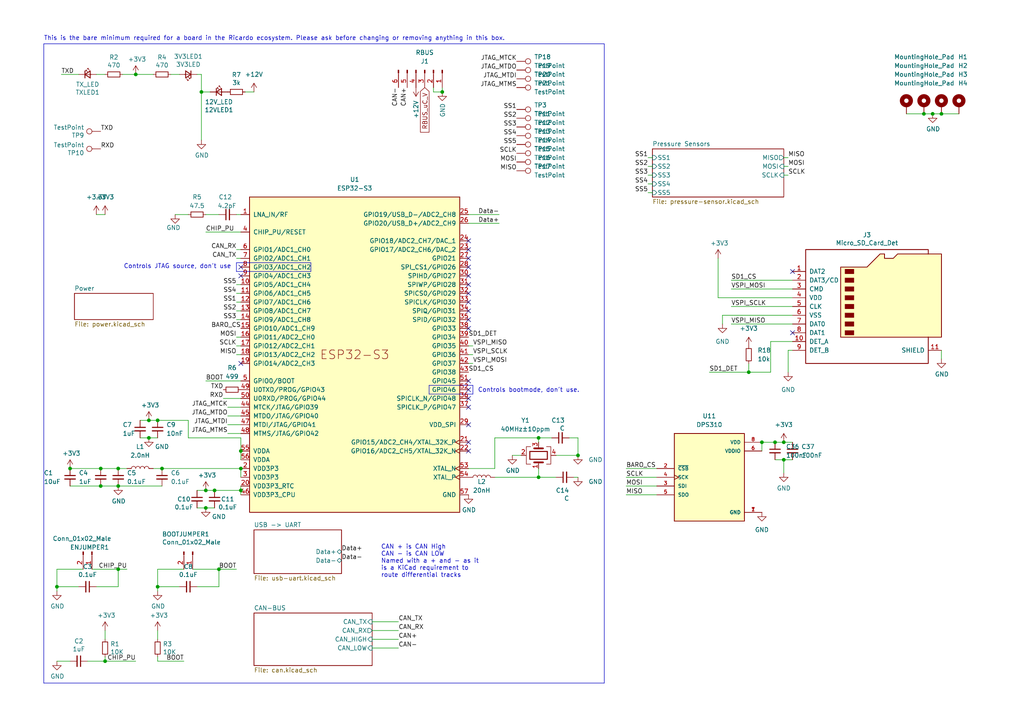
<source format=kicad_sch>
(kicad_sch (version 20230121) (generator eeschema)

  (uuid 7db990e4-92e1-4f99-b4d2-435bbec1ba83)

  (paper "A4")

  (lib_symbols
    (symbol "+3.3V_1" (power) (pin_names (offset 0)) (in_bom yes) (on_board yes)
      (property "Reference" "#PWR" (at 0 -3.81 0)
        (effects (font (size 1.27 1.27)) hide)
      )
      (property "Value" "+3.3V_1" (at 0 3.556 0)
        (effects (font (size 1.27 1.27)))
      )
      (property "Footprint" "" (at 0 0 0)
        (effects (font (size 1.27 1.27)) hide)
      )
      (property "Datasheet" "" (at 0 0 0)
        (effects (font (size 1.27 1.27)) hide)
      )
      (property "ki_keywords" "global power" (at 0 0 0)
        (effects (font (size 1.27 1.27)) hide)
      )
      (property "ki_description" "Power symbol creates a global label with name \"+3.3V\"" (at 0 0 0)
        (effects (font (size 1.27 1.27)) hide)
      )
      (symbol "+3.3V_1_0_1"
        (polyline
          (pts
            (xy -0.762 1.27)
            (xy 0 2.54)
          )
          (stroke (width 0) (type default))
          (fill (type none))
        )
        (polyline
          (pts
            (xy 0 0)
            (xy 0 2.54)
          )
          (stroke (width 0) (type default))
          (fill (type none))
        )
        (polyline
          (pts
            (xy 0 2.54)
            (xy 0.762 1.27)
          )
          (stroke (width 0) (type default))
          (fill (type none))
        )
      )
      (symbol "+3.3V_1_1_1"
        (pin power_in line (at 0 0 90) (length 0) hide
          (name "+3.3V" (effects (font (size 1.27 1.27))))
          (number "1" (effects (font (size 1.27 1.27))))
        )
      )
    )
    (symbol "Connector:Conn_01x02_Male" (pin_names (offset 1.016) hide) (in_bom yes) (on_board yes)
      (property "Reference" "J" (at 0 2.54 0)
        (effects (font (size 1.27 1.27)))
      )
      (property "Value" "Conn_01x02_Male" (at 0 -5.08 0)
        (effects (font (size 1.27 1.27)))
      )
      (property "Footprint" "" (at 0 0 0)
        (effects (font (size 1.27 1.27)) hide)
      )
      (property "Datasheet" "~" (at 0 0 0)
        (effects (font (size 1.27 1.27)) hide)
      )
      (property "ki_keywords" "connector" (at 0 0 0)
        (effects (font (size 1.27 1.27)) hide)
      )
      (property "ki_description" "Generic connector, single row, 01x02, script generated (kicad-library-utils/schlib/autogen/connector/)" (at 0 0 0)
        (effects (font (size 1.27 1.27)) hide)
      )
      (property "ki_fp_filters" "Connector*:*_1x??_*" (at 0 0 0)
        (effects (font (size 1.27 1.27)) hide)
      )
      (symbol "Conn_01x02_Male_1_1"
        (polyline
          (pts
            (xy 1.27 -2.54)
            (xy 0.8636 -2.54)
          )
          (stroke (width 0.1524) (type default))
          (fill (type none))
        )
        (polyline
          (pts
            (xy 1.27 0)
            (xy 0.8636 0)
          )
          (stroke (width 0.1524) (type default))
          (fill (type none))
        )
        (rectangle (start 0.8636 -2.413) (end 0 -2.667)
          (stroke (width 0.1524) (type default))
          (fill (type outline))
        )
        (rectangle (start 0.8636 0.127) (end 0 -0.127)
          (stroke (width 0.1524) (type default))
          (fill (type outline))
        )
        (pin passive line (at 5.08 0 180) (length 3.81)
          (name "Pin_1" (effects (font (size 1.27 1.27))))
          (number "1" (effects (font (size 1.27 1.27))))
        )
        (pin passive line (at 5.08 -2.54 180) (length 3.81)
          (name "Pin_2" (effects (font (size 1.27 1.27))))
          (number "2" (effects (font (size 1.27 1.27))))
        )
      )
    )
    (symbol "Connector:Conn_01x06_Male" (pin_names (offset 1.016) hide) (in_bom yes) (on_board yes)
      (property "Reference" "J" (at 0 7.62 0)
        (effects (font (size 1.27 1.27)))
      )
      (property "Value" "Conn_01x06_Male" (at 0 -10.16 0)
        (effects (font (size 1.27 1.27)))
      )
      (property "Footprint" "" (at 0 0 0)
        (effects (font (size 1.27 1.27)) hide)
      )
      (property "Datasheet" "~" (at 0 0 0)
        (effects (font (size 1.27 1.27)) hide)
      )
      (property "ki_keywords" "connector" (at 0 0 0)
        (effects (font (size 1.27 1.27)) hide)
      )
      (property "ki_description" "Generic connector, single row, 01x06, script generated (kicad-library-utils/schlib/autogen/connector/)" (at 0 0 0)
        (effects (font (size 1.27 1.27)) hide)
      )
      (property "ki_fp_filters" "Connector*:*_1x??_*" (at 0 0 0)
        (effects (font (size 1.27 1.27)) hide)
      )
      (symbol "Conn_01x06_Male_1_1"
        (polyline
          (pts
            (xy 1.27 -7.62)
            (xy 0.8636 -7.62)
          )
          (stroke (width 0.1524) (type default))
          (fill (type none))
        )
        (polyline
          (pts
            (xy 1.27 -5.08)
            (xy 0.8636 -5.08)
          )
          (stroke (width 0.1524) (type default))
          (fill (type none))
        )
        (polyline
          (pts
            (xy 1.27 -2.54)
            (xy 0.8636 -2.54)
          )
          (stroke (width 0.1524) (type default))
          (fill (type none))
        )
        (polyline
          (pts
            (xy 1.27 0)
            (xy 0.8636 0)
          )
          (stroke (width 0.1524) (type default))
          (fill (type none))
        )
        (polyline
          (pts
            (xy 1.27 2.54)
            (xy 0.8636 2.54)
          )
          (stroke (width 0.1524) (type default))
          (fill (type none))
        )
        (polyline
          (pts
            (xy 1.27 5.08)
            (xy 0.8636 5.08)
          )
          (stroke (width 0.1524) (type default))
          (fill (type none))
        )
        (rectangle (start 0.8636 -7.493) (end 0 -7.747)
          (stroke (width 0.1524) (type default))
          (fill (type outline))
        )
        (rectangle (start 0.8636 -4.953) (end 0 -5.207)
          (stroke (width 0.1524) (type default))
          (fill (type outline))
        )
        (rectangle (start 0.8636 -2.413) (end 0 -2.667)
          (stroke (width 0.1524) (type default))
          (fill (type outline))
        )
        (rectangle (start 0.8636 0.127) (end 0 -0.127)
          (stroke (width 0.1524) (type default))
          (fill (type outline))
        )
        (rectangle (start 0.8636 2.667) (end 0 2.413)
          (stroke (width 0.1524) (type default))
          (fill (type outline))
        )
        (rectangle (start 0.8636 5.207) (end 0 4.953)
          (stroke (width 0.1524) (type default))
          (fill (type outline))
        )
        (pin passive line (at 5.08 5.08 180) (length 3.81)
          (name "Pin_1" (effects (font (size 1.27 1.27))))
          (number "1" (effects (font (size 1.27 1.27))))
        )
        (pin passive line (at 5.08 2.54 180) (length 3.81)
          (name "Pin_2" (effects (font (size 1.27 1.27))))
          (number "2" (effects (font (size 1.27 1.27))))
        )
        (pin passive line (at 5.08 0 180) (length 3.81)
          (name "Pin_3" (effects (font (size 1.27 1.27))))
          (number "3" (effects (font (size 1.27 1.27))))
        )
        (pin passive line (at 5.08 -2.54 180) (length 3.81)
          (name "Pin_4" (effects (font (size 1.27 1.27))))
          (number "4" (effects (font (size 1.27 1.27))))
        )
        (pin passive line (at 5.08 -5.08 180) (length 3.81)
          (name "Pin_5" (effects (font (size 1.27 1.27))))
          (number "5" (effects (font (size 1.27 1.27))))
        )
        (pin passive line (at 5.08 -7.62 180) (length 3.81)
          (name "Pin_6" (effects (font (size 1.27 1.27))))
          (number "6" (effects (font (size 1.27 1.27))))
        )
      )
    )
    (symbol "Connector:Micro_SD_Card_Det_Hirose_DM3AT" (pin_names (offset 1.016)) (in_bom yes) (on_board yes)
      (property "Reference" "J" (at -16.51 17.78 0)
        (effects (font (size 1.27 1.27)))
      )
      (property "Value" "Micro_SD_Card_Det_Hirose_DM3AT" (at 16.51 17.78 0)
        (effects (font (size 1.27 1.27)) (justify right))
      )
      (property "Footprint" "" (at 52.07 17.78 0)
        (effects (font (size 1.27 1.27)) hide)
      )
      (property "Datasheet" "https://www.hirose.com/product/en/download_file/key_name/DM3/category/Catalog/doc_file_id/49662/?file_category_id=4&item_id=195&is_series=1" (at 0 2.54 0)
        (effects (font (size 1.27 1.27)) hide)
      )
      (property "ki_keywords" "connector SD microsd" (at 0 0 0)
        (effects (font (size 1.27 1.27)) hide)
      )
      (property "ki_description" "Micro SD Card Socket with card detection pins" (at 0 0 0)
        (effects (font (size 1.27 1.27)) hide)
      )
      (property "ki_fp_filters" "microSD*" (at 0 0 0)
        (effects (font (size 1.27 1.27)) hide)
      )
      (symbol "Micro_SD_Card_Det_Hirose_DM3AT_0_1"
        (rectangle (start -7.62 -6.985) (end -5.08 -8.255)
          (stroke (width 0) (type default))
          (fill (type outline))
        )
        (rectangle (start -7.62 -4.445) (end -5.08 -5.715)
          (stroke (width 0) (type default))
          (fill (type outline))
        )
        (rectangle (start -7.62 -1.905) (end -5.08 -3.175)
          (stroke (width 0) (type default))
          (fill (type outline))
        )
        (rectangle (start -7.62 0.635) (end -5.08 -0.635)
          (stroke (width 0) (type default))
          (fill (type outline))
        )
        (rectangle (start -7.62 3.175) (end -5.08 1.905)
          (stroke (width 0) (type default))
          (fill (type outline))
        )
        (rectangle (start -7.62 5.715) (end -5.08 4.445)
          (stroke (width 0) (type default))
          (fill (type outline))
        )
        (rectangle (start -7.62 8.255) (end -5.08 6.985)
          (stroke (width 0) (type default))
          (fill (type outline))
        )
        (rectangle (start -7.62 10.795) (end -5.08 9.525)
          (stroke (width 0) (type default))
          (fill (type outline))
        )
        (polyline
          (pts
            (xy 16.51 15.24)
            (xy 16.51 16.51)
            (xy -19.05 16.51)
            (xy -19.05 -16.51)
            (xy 16.51 -16.51)
            (xy 16.51 -8.89)
          )
          (stroke (width 0.254) (type default))
          (fill (type none))
        )
        (polyline
          (pts
            (xy -8.89 -8.89)
            (xy -8.89 11.43)
            (xy -1.27 11.43)
            (xy 2.54 15.24)
            (xy 3.81 15.24)
            (xy 3.81 13.97)
            (xy 6.35 13.97)
            (xy 7.62 15.24)
            (xy 20.32 15.24)
            (xy 20.32 -8.89)
            (xy -8.89 -8.89)
          )
          (stroke (width 0.254) (type default))
          (fill (type background))
        )
      )
      (symbol "Micro_SD_Card_Det_Hirose_DM3AT_1_1"
        (pin bidirectional line (at -22.86 10.16 0) (length 3.81)
          (name "DAT2" (effects (font (size 1.27 1.27))))
          (number "1" (effects (font (size 1.27 1.27))))
        )
        (pin passive line (at -22.86 -10.16 0) (length 3.81)
          (name "DET_A" (effects (font (size 1.27 1.27))))
          (number "10" (effects (font (size 1.27 1.27))))
        )
        (pin passive line (at 20.32 -12.7 180) (length 3.81)
          (name "SHIELD" (effects (font (size 1.27 1.27))))
          (number "11" (effects (font (size 1.27 1.27))))
        )
        (pin bidirectional line (at -22.86 7.62 0) (length 3.81)
          (name "DAT3/CD" (effects (font (size 1.27 1.27))))
          (number "2" (effects (font (size 1.27 1.27))))
        )
        (pin input line (at -22.86 5.08 0) (length 3.81)
          (name "CMD" (effects (font (size 1.27 1.27))))
          (number "3" (effects (font (size 1.27 1.27))))
        )
        (pin power_in line (at -22.86 2.54 0) (length 3.81)
          (name "VDD" (effects (font (size 1.27 1.27))))
          (number "4" (effects (font (size 1.27 1.27))))
        )
        (pin input line (at -22.86 0 0) (length 3.81)
          (name "CLK" (effects (font (size 1.27 1.27))))
          (number "5" (effects (font (size 1.27 1.27))))
        )
        (pin power_in line (at -22.86 -2.54 0) (length 3.81)
          (name "VSS" (effects (font (size 1.27 1.27))))
          (number "6" (effects (font (size 1.27 1.27))))
        )
        (pin bidirectional line (at -22.86 -5.08 0) (length 3.81)
          (name "DAT0" (effects (font (size 1.27 1.27))))
          (number "7" (effects (font (size 1.27 1.27))))
        )
        (pin bidirectional line (at -22.86 -7.62 0) (length 3.81)
          (name "DAT1" (effects (font (size 1.27 1.27))))
          (number "8" (effects (font (size 1.27 1.27))))
        )
        (pin passive line (at -22.86 -12.7 0) (length 3.81)
          (name "DET_B" (effects (font (size 1.27 1.27))))
          (number "9" (effects (font (size 1.27 1.27))))
        )
      )
    )
    (symbol "Connector:TestPoint" (pin_numbers hide) (pin_names (offset 0.762) hide) (in_bom yes) (on_board yes)
      (property "Reference" "TP" (at 0 6.858 0)
        (effects (font (size 1.27 1.27)))
      )
      (property "Value" "TestPoint" (at 0 5.08 0)
        (effects (font (size 1.27 1.27)))
      )
      (property "Footprint" "" (at 5.08 0 0)
        (effects (font (size 1.27 1.27)) hide)
      )
      (property "Datasheet" "~" (at 5.08 0 0)
        (effects (font (size 1.27 1.27)) hide)
      )
      (property "ki_keywords" "test point tp" (at 0 0 0)
        (effects (font (size 1.27 1.27)) hide)
      )
      (property "ki_description" "test point" (at 0 0 0)
        (effects (font (size 1.27 1.27)) hide)
      )
      (property "ki_fp_filters" "Pin* Test*" (at 0 0 0)
        (effects (font (size 1.27 1.27)) hide)
      )
      (symbol "TestPoint_0_1"
        (circle (center 0 3.302) (radius 0.762)
          (stroke (width 0) (type default))
          (fill (type none))
        )
      )
      (symbol "TestPoint_1_1"
        (pin passive line (at 0 0 90) (length 2.54)
          (name "1" (effects (font (size 1.27 1.27))))
          (number "1" (effects (font (size 1.27 1.27))))
        )
      )
    )
    (symbol "Device:C_Small" (pin_numbers hide) (pin_names (offset 0.254) hide) (in_bom yes) (on_board yes)
      (property "Reference" "C" (at 0.254 1.778 0)
        (effects (font (size 1.27 1.27)) (justify left))
      )
      (property "Value" "C_Small" (at 0.254 -2.032 0)
        (effects (font (size 1.27 1.27)) (justify left))
      )
      (property "Footprint" "" (at 0 0 0)
        (effects (font (size 1.27 1.27)) hide)
      )
      (property "Datasheet" "~" (at 0 0 0)
        (effects (font (size 1.27 1.27)) hide)
      )
      (property "ki_keywords" "capacitor cap" (at 0 0 0)
        (effects (font (size 1.27 1.27)) hide)
      )
      (property "ki_description" "Unpolarized capacitor, small symbol" (at 0 0 0)
        (effects (font (size 1.27 1.27)) hide)
      )
      (property "ki_fp_filters" "C_*" (at 0 0 0)
        (effects (font (size 1.27 1.27)) hide)
      )
      (symbol "C_Small_0_1"
        (polyline
          (pts
            (xy -1.524 -0.508)
            (xy 1.524 -0.508)
          )
          (stroke (width 0.3302) (type default))
          (fill (type none))
        )
        (polyline
          (pts
            (xy -1.524 0.508)
            (xy 1.524 0.508)
          )
          (stroke (width 0.3048) (type default))
          (fill (type none))
        )
      )
      (symbol "C_Small_1_1"
        (pin passive line (at 0 2.54 270) (length 2.032)
          (name "~" (effects (font (size 1.27 1.27))))
          (number "1" (effects (font (size 1.27 1.27))))
        )
        (pin passive line (at 0 -2.54 90) (length 2.032)
          (name "~" (effects (font (size 1.27 1.27))))
          (number "2" (effects (font (size 1.27 1.27))))
        )
      )
    )
    (symbol "Device:Crystal_GND24" (pin_names (offset 1.016) hide) (in_bom yes) (on_board yes)
      (property "Reference" "Y" (at 3.175 5.08 0)
        (effects (font (size 1.27 1.27)) (justify left))
      )
      (property "Value" "Crystal_GND24" (at 3.175 3.175 0)
        (effects (font (size 1.27 1.27)) (justify left))
      )
      (property "Footprint" "" (at 0 0 0)
        (effects (font (size 1.27 1.27)) hide)
      )
      (property "Datasheet" "~" (at 0 0 0)
        (effects (font (size 1.27 1.27)) hide)
      )
      (property "ki_keywords" "quartz ceramic resonator oscillator" (at 0 0 0)
        (effects (font (size 1.27 1.27)) hide)
      )
      (property "ki_description" "Four pin crystal, GND on pins 2 and 4" (at 0 0 0)
        (effects (font (size 1.27 1.27)) hide)
      )
      (property "ki_fp_filters" "Crystal*" (at 0 0 0)
        (effects (font (size 1.27 1.27)) hide)
      )
      (symbol "Crystal_GND24_0_1"
        (rectangle (start -1.143 2.54) (end 1.143 -2.54)
          (stroke (width 0.3048) (type default))
          (fill (type none))
        )
        (polyline
          (pts
            (xy -2.54 0)
            (xy -2.032 0)
          )
          (stroke (width 0) (type default))
          (fill (type none))
        )
        (polyline
          (pts
            (xy -2.032 -1.27)
            (xy -2.032 1.27)
          )
          (stroke (width 0.508) (type default))
          (fill (type none))
        )
        (polyline
          (pts
            (xy 0 -3.81)
            (xy 0 -3.556)
          )
          (stroke (width 0) (type default))
          (fill (type none))
        )
        (polyline
          (pts
            (xy 0 3.556)
            (xy 0 3.81)
          )
          (stroke (width 0) (type default))
          (fill (type none))
        )
        (polyline
          (pts
            (xy 2.032 -1.27)
            (xy 2.032 1.27)
          )
          (stroke (width 0.508) (type default))
          (fill (type none))
        )
        (polyline
          (pts
            (xy 2.032 0)
            (xy 2.54 0)
          )
          (stroke (width 0) (type default))
          (fill (type none))
        )
        (polyline
          (pts
            (xy -2.54 -2.286)
            (xy -2.54 -3.556)
            (xy 2.54 -3.556)
            (xy 2.54 -2.286)
          )
          (stroke (width 0) (type default))
          (fill (type none))
        )
        (polyline
          (pts
            (xy -2.54 2.286)
            (xy -2.54 3.556)
            (xy 2.54 3.556)
            (xy 2.54 2.286)
          )
          (stroke (width 0) (type default))
          (fill (type none))
        )
      )
      (symbol "Crystal_GND24_1_1"
        (pin passive line (at -3.81 0 0) (length 1.27)
          (name "1" (effects (font (size 1.27 1.27))))
          (number "1" (effects (font (size 1.27 1.27))))
        )
        (pin passive line (at 0 5.08 270) (length 1.27)
          (name "2" (effects (font (size 1.27 1.27))))
          (number "2" (effects (font (size 1.27 1.27))))
        )
        (pin passive line (at 3.81 0 180) (length 1.27)
          (name "3" (effects (font (size 1.27 1.27))))
          (number "3" (effects (font (size 1.27 1.27))))
        )
        (pin passive line (at 0 -5.08 90) (length 1.27)
          (name "4" (effects (font (size 1.27 1.27))))
          (number "4" (effects (font (size 1.27 1.27))))
        )
      )
    )
    (symbol "Device:L" (pin_numbers hide) (pin_names (offset 1.016) hide) (in_bom yes) (on_board yes)
      (property "Reference" "L" (at -1.27 0 90)
        (effects (font (size 1.27 1.27)))
      )
      (property "Value" "L" (at 1.905 0 90)
        (effects (font (size 1.27 1.27)))
      )
      (property "Footprint" "" (at 0 0 0)
        (effects (font (size 1.27 1.27)) hide)
      )
      (property "Datasheet" "~" (at 0 0 0)
        (effects (font (size 1.27 1.27)) hide)
      )
      (property "ki_keywords" "inductor choke coil reactor magnetic" (at 0 0 0)
        (effects (font (size 1.27 1.27)) hide)
      )
      (property "ki_description" "Inductor" (at 0 0 0)
        (effects (font (size 1.27 1.27)) hide)
      )
      (property "ki_fp_filters" "Choke_* *Coil* Inductor_* L_*" (at 0 0 0)
        (effects (font (size 1.27 1.27)) hide)
      )
      (symbol "L_0_1"
        (arc (start 0 -2.54) (mid 0.6323 -1.905) (end 0 -1.27)
          (stroke (width 0) (type default))
          (fill (type none))
        )
        (arc (start 0 -1.27) (mid 0.6323 -0.635) (end 0 0)
          (stroke (width 0) (type default))
          (fill (type none))
        )
        (arc (start 0 0) (mid 0.6323 0.635) (end 0 1.27)
          (stroke (width 0) (type default))
          (fill (type none))
        )
        (arc (start 0 1.27) (mid 0.6323 1.905) (end 0 2.54)
          (stroke (width 0) (type default))
          (fill (type none))
        )
      )
      (symbol "L_1_1"
        (pin passive line (at 0 3.81 270) (length 1.27)
          (name "1" (effects (font (size 1.27 1.27))))
          (number "1" (effects (font (size 1.27 1.27))))
        )
        (pin passive line (at 0 -3.81 90) (length 1.27)
          (name "2" (effects (font (size 1.27 1.27))))
          (number "2" (effects (font (size 1.27 1.27))))
        )
      )
    )
    (symbol "Device:LED_Small" (pin_numbers hide) (pin_names (offset 0.254) hide) (in_bom yes) (on_board yes)
      (property "Reference" "D" (at -1.27 3.175 0)
        (effects (font (size 1.27 1.27)) (justify left))
      )
      (property "Value" "LED_Small" (at -4.445 -2.54 0)
        (effects (font (size 1.27 1.27)) (justify left))
      )
      (property "Footprint" "" (at 0 0 90)
        (effects (font (size 1.27 1.27)) hide)
      )
      (property "Datasheet" "~" (at 0 0 90)
        (effects (font (size 1.27 1.27)) hide)
      )
      (property "ki_keywords" "LED diode light-emitting-diode" (at 0 0 0)
        (effects (font (size 1.27 1.27)) hide)
      )
      (property "ki_description" "Light emitting diode, small symbol" (at 0 0 0)
        (effects (font (size 1.27 1.27)) hide)
      )
      (property "ki_fp_filters" "LED* LED_SMD:* LED_THT:*" (at 0 0 0)
        (effects (font (size 1.27 1.27)) hide)
      )
      (symbol "LED_Small_0_1"
        (polyline
          (pts
            (xy -0.762 -1.016)
            (xy -0.762 1.016)
          )
          (stroke (width 0.254) (type default))
          (fill (type none))
        )
        (polyline
          (pts
            (xy 1.016 0)
            (xy -0.762 0)
          )
          (stroke (width 0) (type default))
          (fill (type none))
        )
        (polyline
          (pts
            (xy 0.762 -1.016)
            (xy -0.762 0)
            (xy 0.762 1.016)
            (xy 0.762 -1.016)
          )
          (stroke (width 0.254) (type default))
          (fill (type none))
        )
        (polyline
          (pts
            (xy 0 0.762)
            (xy -0.508 1.27)
            (xy -0.254 1.27)
            (xy -0.508 1.27)
            (xy -0.508 1.016)
          )
          (stroke (width 0) (type default))
          (fill (type none))
        )
        (polyline
          (pts
            (xy 0.508 1.27)
            (xy 0 1.778)
            (xy 0.254 1.778)
            (xy 0 1.778)
            (xy 0 1.524)
          )
          (stroke (width 0) (type default))
          (fill (type none))
        )
      )
      (symbol "LED_Small_1_1"
        (pin passive line (at -2.54 0 0) (length 1.778)
          (name "K" (effects (font (size 1.27 1.27))))
          (number "1" (effects (font (size 1.27 1.27))))
        )
        (pin passive line (at 2.54 0 180) (length 1.778)
          (name "A" (effects (font (size 1.27 1.27))))
          (number "2" (effects (font (size 1.27 1.27))))
        )
      )
    )
    (symbol "Device:R_Small" (pin_numbers hide) (pin_names (offset 0.254) hide) (in_bom yes) (on_board yes)
      (property "Reference" "R" (at 0.762 0.508 0)
        (effects (font (size 1.27 1.27)) (justify left))
      )
      (property "Value" "R_Small" (at 0.762 -1.016 0)
        (effects (font (size 1.27 1.27)) (justify left))
      )
      (property "Footprint" "" (at 0 0 0)
        (effects (font (size 1.27 1.27)) hide)
      )
      (property "Datasheet" "~" (at 0 0 0)
        (effects (font (size 1.27 1.27)) hide)
      )
      (property "ki_keywords" "R resistor" (at 0 0 0)
        (effects (font (size 1.27 1.27)) hide)
      )
      (property "ki_description" "Resistor, small symbol" (at 0 0 0)
        (effects (font (size 1.27 1.27)) hide)
      )
      (property "ki_fp_filters" "R_*" (at 0 0 0)
        (effects (font (size 1.27 1.27)) hide)
      )
      (symbol "R_Small_0_1"
        (rectangle (start -0.762 1.778) (end 0.762 -1.778)
          (stroke (width 0.2032) (type default))
          (fill (type none))
        )
      )
      (symbol "R_Small_1_1"
        (pin passive line (at 0 2.54 270) (length 0.762)
          (name "~" (effects (font (size 1.27 1.27))))
          (number "1" (effects (font (size 1.27 1.27))))
        )
        (pin passive line (at 0 -2.54 90) (length 0.762)
          (name "~" (effects (font (size 1.27 1.27))))
          (number "2" (effects (font (size 1.27 1.27))))
        )
      )
    )
    (symbol "Espressif:ESP32-S3" (pin_names (offset 1.016)) (in_bom yes) (on_board yes)
      (property "Reference" "U" (at 0 48.26 0)
        (effects (font (size 1.27 1.27)))
      )
      (property "Value" "ESP32-S3" (at 0 -48.26 0)
        (effects (font (size 1.27 1.27)))
      )
      (property "Footprint" "Package_DFN_QFN:QFN-56-1EP_7x7mm_P0.4mm_EP5.6x5.6mm" (at 0 -50.8 0)
        (effects (font (size 1.27 1.27)) hide)
      )
      (property "Datasheet" "https://www.espressif.com/sites/default/files/documentation/esp32-s3_datasheet_en.pdf" (at 0 -53.34 0)
        (effects (font (size 1.27 1.27)) hide)
      )
      (property "ki_description" "ESP32-S3 is a low-power MCU-based system-on-chip (SoC) that supports 2.4 GHz Wi-Fi and Bluetooth® Low Energy (Bluetooth LE). It consists of high-performance dual-core microprocessor (Xtensa® 32-bit LX7), a low power coprocessor, a Wi-Fi baseband, a Bluetooth LE baseband, RF module, and peripherals." (at 0 0 0)
        (effects (font (size 1.27 1.27)) hide)
      )
      (symbol "ESP32-S3_0_0"
        (text "ESP32-S3" (at 0 0 0)
          (effects (font (size 2.54 2.54)))
        )
        (pin bidirectional line (at 33.02 -12.7 180) (length 2.54)
          (name "SPICLK_N/GPIO48" (effects (font (size 1.27 1.27))))
          (number "36" (effects (font (size 1.27 1.27))))
        )
        (pin bidirectional line (at 33.02 -15.24 180) (length 2.54)
          (name "SPICLK_P/GPIO47" (effects (font (size 1.27 1.27))))
          (number "37" (effects (font (size 1.27 1.27))))
        )
      )
      (symbol "ESP32-S3_0_1"
        (rectangle (start -30.48 45.72) (end 30.48 -45.72)
          (stroke (width 0.254) (type default))
          (fill (type background))
        )
      )
      (symbol "ESP32-S3_1_1"
        (pin bidirectional line (at -33.02 40.64 0) (length 2.54)
          (name "LNA_IN/RF" (effects (font (size 1.27 1.27))))
          (number "1" (effects (font (size 1.27 1.27))))
        )
        (pin bidirectional line (at -33.02 20.32 0) (length 2.54)
          (name "GPIO5/ADC1_CH4" (effects (font (size 1.27 1.27))))
          (number "10" (effects (font (size 1.27 1.27))))
        )
        (pin bidirectional line (at -33.02 17.78 0) (length 2.54)
          (name "GPIO6/ADC1_CH5" (effects (font (size 1.27 1.27))))
          (number "11" (effects (font (size 1.27 1.27))))
        )
        (pin bidirectional line (at -33.02 15.24 0) (length 2.54)
          (name "GPIO7/ADC1_CH6" (effects (font (size 1.27 1.27))))
          (number "12" (effects (font (size 1.27 1.27))))
        )
        (pin bidirectional line (at -33.02 12.7 0) (length 2.54)
          (name "GPIO8/ADC1_CH7" (effects (font (size 1.27 1.27))))
          (number "13" (effects (font (size 1.27 1.27))))
        )
        (pin bidirectional line (at -33.02 10.16 0) (length 2.54)
          (name "GPIO9/ADC1_CH8" (effects (font (size 1.27 1.27))))
          (number "14" (effects (font (size 1.27 1.27))))
        )
        (pin bidirectional line (at -33.02 7.62 0) (length 2.54)
          (name "GPIO10/ADC1_CH9" (effects (font (size 1.27 1.27))))
          (number "15" (effects (font (size 1.27 1.27))))
        )
        (pin bidirectional line (at -33.02 5.08 0) (length 2.54)
          (name "GPIO11/ADC2_CH0" (effects (font (size 1.27 1.27))))
          (number "16" (effects (font (size 1.27 1.27))))
        )
        (pin bidirectional line (at -33.02 2.54 0) (length 2.54)
          (name "GPIO12/ADC2_CH1" (effects (font (size 1.27 1.27))))
          (number "17" (effects (font (size 1.27 1.27))))
        )
        (pin bidirectional line (at -33.02 0 0) (length 2.54)
          (name "GPIO13/ADC2_CH2" (effects (font (size 1.27 1.27))))
          (number "18" (effects (font (size 1.27 1.27))))
        )
        (pin bidirectional line (at -33.02 -2.54 0) (length 2.54)
          (name "GPIO14/ADC2_CH3" (effects (font (size 1.27 1.27))))
          (number "19" (effects (font (size 1.27 1.27))))
        )
        (pin power_in line (at -33.02 -33.02 0) (length 2.54)
          (name "VDD3P3" (effects (font (size 1.27 1.27))))
          (number "2" (effects (font (size 1.27 1.27))))
        )
        (pin power_in line (at -33.02 -38.1 0) (length 2.54)
          (name "VDD3P3_RTC" (effects (font (size 1.27 1.27))))
          (number "20" (effects (font (size 1.27 1.27))))
        )
        (pin input clock (at 33.02 -25.4 180) (length 2.54)
          (name "GPIO15/ADC2_CH4/XTAL_32K_P" (effects (font (size 1.27 1.27))))
          (number "21" (effects (font (size 1.27 1.27))))
        )
        (pin output clock (at 33.02 -27.94 180) (length 2.54)
          (name "GPIO16/ADC2_CH5/XTAL_32K_N" (effects (font (size 1.27 1.27))))
          (number "22" (effects (font (size 1.27 1.27))))
        )
        (pin bidirectional line (at 33.02 30.48 180) (length 2.54)
          (name "GPIO17/ADC2_CH6/DAC_2" (effects (font (size 1.27 1.27))))
          (number "23" (effects (font (size 1.27 1.27))))
        )
        (pin bidirectional line (at 33.02 33.02 180) (length 2.54)
          (name "GPIO18/ADC2_CH7/DAC_1" (effects (font (size 1.27 1.27))))
          (number "24" (effects (font (size 1.27 1.27))))
        )
        (pin bidirectional line (at 33.02 40.64 180) (length 2.54)
          (name "GPIO19/USB_D-/ADC2_CH8" (effects (font (size 1.27 1.27))))
          (number "25" (effects (font (size 1.27 1.27))))
        )
        (pin bidirectional line (at 33.02 38.1 180) (length 2.54)
          (name "GPIO20/USB_D+/ADC2_CH9" (effects (font (size 1.27 1.27))))
          (number "26" (effects (font (size 1.27 1.27))))
        )
        (pin bidirectional line (at 33.02 27.94 180) (length 2.54)
          (name "GPIO21" (effects (font (size 1.27 1.27))))
          (number "27" (effects (font (size 1.27 1.27))))
        )
        (pin bidirectional line (at 33.02 25.4 180) (length 2.54)
          (name "SPI_CS1/GPIO26" (effects (font (size 1.27 1.27))))
          (number "28" (effects (font (size 1.27 1.27))))
        )
        (pin power_out line (at 33.02 -20.32 180) (length 2.54)
          (name "VDD_SPI" (effects (font (size 1.27 1.27))))
          (number "29" (effects (font (size 1.27 1.27))))
        )
        (pin power_in line (at -33.02 -35.56 0) (length 2.54)
          (name "VDD3P3" (effects (font (size 1.27 1.27))))
          (number "3" (effects (font (size 1.27 1.27))))
        )
        (pin bidirectional line (at 33.02 22.86 180) (length 2.54)
          (name "SPIHD/GPIO27" (effects (font (size 1.27 1.27))))
          (number "30" (effects (font (size 1.27 1.27))))
        )
        (pin bidirectional line (at 33.02 20.32 180) (length 2.54)
          (name "SPIWP/GPIO28" (effects (font (size 1.27 1.27))))
          (number "31" (effects (font (size 1.27 1.27))))
        )
        (pin bidirectional line (at 33.02 17.78 180) (length 2.54)
          (name "SPICS0/GPIO29" (effects (font (size 1.27 1.27))))
          (number "32" (effects (font (size 1.27 1.27))))
        )
        (pin bidirectional line (at 33.02 15.24 180) (length 2.54)
          (name "SPICLK/GPIO30" (effects (font (size 1.27 1.27))))
          (number "33" (effects (font (size 1.27 1.27))))
        )
        (pin bidirectional line (at 33.02 12.7 180) (length 2.54)
          (name "SPIQ/GPIO31" (effects (font (size 1.27 1.27))))
          (number "34" (effects (font (size 1.27 1.27))))
        )
        (pin bidirectional line (at 33.02 10.16 180) (length 2.54)
          (name "SPID/GPIO32" (effects (font (size 1.27 1.27))))
          (number "35" (effects (font (size 1.27 1.27))))
        )
        (pin bidirectional line (at 33.02 7.62 180) (length 2.54)
          (name "GPIO33" (effects (font (size 1.27 1.27))))
          (number "38" (effects (font (size 1.27 1.27))))
        )
        (pin bidirectional line (at 33.02 5.08 180) (length 2.54)
          (name "GPIO34" (effects (font (size 1.27 1.27))))
          (number "39" (effects (font (size 1.27 1.27))))
        )
        (pin input line (at -33.02 35.56 0) (length 2.54)
          (name "CHIP_PU/RESET" (effects (font (size 1.27 1.27))))
          (number "4" (effects (font (size 1.27 1.27))))
        )
        (pin bidirectional line (at 33.02 2.54 180) (length 2.54)
          (name "GPIO35" (effects (font (size 1.27 1.27))))
          (number "40" (effects (font (size 1.27 1.27))))
        )
        (pin bidirectional line (at 33.02 0 180) (length 2.54)
          (name "GPIO36" (effects (font (size 1.27 1.27))))
          (number "41" (effects (font (size 1.27 1.27))))
        )
        (pin bidirectional line (at 33.02 -2.54 180) (length 2.54)
          (name "GPIO37" (effects (font (size 1.27 1.27))))
          (number "42" (effects (font (size 1.27 1.27))))
        )
        (pin bidirectional line (at 33.02 -5.08 180) (length 2.54)
          (name "GPIO38" (effects (font (size 1.27 1.27))))
          (number "43" (effects (font (size 1.27 1.27))))
        )
        (pin bidirectional line (at -33.02 -15.24 0) (length 2.54)
          (name "MTCK/JTAG/GPIO39" (effects (font (size 1.27 1.27))))
          (number "44" (effects (font (size 1.27 1.27))))
        )
        (pin bidirectional line (at -33.02 -17.78 0) (length 2.54)
          (name "MTDO/JTAG/GPIO40" (effects (font (size 1.27 1.27))))
          (number "45" (effects (font (size 1.27 1.27))))
        )
        (pin power_in line (at -33.02 -40.64 0) (length 2.54)
          (name "VDD3P3_CPU" (effects (font (size 1.27 1.27))))
          (number "46" (effects (font (size 1.27 1.27))))
        )
        (pin bidirectional line (at -33.02 -20.32 0) (length 2.54)
          (name "MTDI/JTAG/GPIO41" (effects (font (size 1.27 1.27))))
          (number "47" (effects (font (size 1.27 1.27))))
        )
        (pin bidirectional line (at -33.02 -22.86 0) (length 2.54)
          (name "MTMS/JTAG/GPIO42" (effects (font (size 1.27 1.27))))
          (number "48" (effects (font (size 1.27 1.27))))
        )
        (pin bidirectional line (at -33.02 -10.16 0) (length 2.54)
          (name "U0TXD/PROG/GPIO43" (effects (font (size 1.27 1.27))))
          (number "49" (effects (font (size 1.27 1.27))))
        )
        (pin bidirectional line (at -33.02 -7.62 0) (length 2.54)
          (name "GPIO0/BOOT" (effects (font (size 1.27 1.27))))
          (number "5" (effects (font (size 1.27 1.27))))
        )
        (pin bidirectional line (at -33.02 -12.7 0) (length 2.54)
          (name "U0RXD/PROG/GPIO44" (effects (font (size 1.27 1.27))))
          (number "50" (effects (font (size 1.27 1.27))))
        )
        (pin bidirectional line (at 33.02 -7.62 180) (length 2.54)
          (name "GPIO45" (effects (font (size 1.27 1.27))))
          (number "51" (effects (font (size 1.27 1.27))))
        )
        (pin bidirectional line (at 33.02 -10.16 180) (length 2.54)
          (name "GPIO46" (effects (font (size 1.27 1.27))))
          (number "52" (effects (font (size 1.27 1.27))))
        )
        (pin input clock (at 33.02 -33.02 180) (length 2.54)
          (name "XTAL_N" (effects (font (size 1.27 1.27))))
          (number "53" (effects (font (size 1.27 1.27))))
        )
        (pin output clock (at 33.02 -35.56 180) (length 2.54)
          (name "XTAL_P" (effects (font (size 1.27 1.27))))
          (number "54" (effects (font (size 1.27 1.27))))
        )
        (pin power_in line (at -33.02 -27.94 0) (length 2.54)
          (name "VDDA" (effects (font (size 1.27 1.27))))
          (number "55" (effects (font (size 1.27 1.27))))
        )
        (pin power_in line (at -33.02 -30.48 0) (length 2.54)
          (name "VDDA" (effects (font (size 1.27 1.27))))
          (number "56" (effects (font (size 1.27 1.27))))
        )
        (pin power_in line (at 33.02 -40.64 180) (length 2.54)
          (name "GND" (effects (font (size 1.27 1.27))))
          (number "57" (effects (font (size 1.27 1.27))))
        )
        (pin bidirectional line (at -33.02 30.48 0) (length 2.54)
          (name "GPIO1/ADC1_CH0" (effects (font (size 1.27 1.27))))
          (number "6" (effects (font (size 1.27 1.27))))
        )
        (pin bidirectional line (at -33.02 27.94 0) (length 2.54)
          (name "GPIO2/ADC1_CH1" (effects (font (size 1.27 1.27))))
          (number "7" (effects (font (size 1.27 1.27))))
        )
        (pin bidirectional line (at -33.02 25.4 0) (length 2.54)
          (name "GPIO3/ADC1_CH2" (effects (font (size 1.27 1.27))))
          (number "8" (effects (font (size 1.27 1.27))))
        )
        (pin bidirectional line (at -33.02 22.86 0) (length 2.54)
          (name "GPIO4/ADC1_CH3" (effects (font (size 1.27 1.27))))
          (number "9" (effects (font (size 1.27 1.27))))
        )
      )
    )
    (symbol "Mechanical:MountingHole_Pad" (pin_numbers hide) (pin_names (offset 1.016) hide) (in_bom yes) (on_board yes)
      (property "Reference" "H" (at 0 6.35 0)
        (effects (font (size 1.27 1.27)))
      )
      (property "Value" "MountingHole_Pad" (at 0 4.445 0)
        (effects (font (size 1.27 1.27)))
      )
      (property "Footprint" "" (at 0 0 0)
        (effects (font (size 1.27 1.27)) hide)
      )
      (property "Datasheet" "~" (at 0 0 0)
        (effects (font (size 1.27 1.27)) hide)
      )
      (property "ki_keywords" "mounting hole" (at 0 0 0)
        (effects (font (size 1.27 1.27)) hide)
      )
      (property "ki_description" "Mounting Hole with connection" (at 0 0 0)
        (effects (font (size 1.27 1.27)) hide)
      )
      (property "ki_fp_filters" "MountingHole*Pad*" (at 0 0 0)
        (effects (font (size 1.27 1.27)) hide)
      )
      (symbol "MountingHole_Pad_0_1"
        (circle (center 0 1.27) (radius 1.27)
          (stroke (width 1.27) (type default))
          (fill (type none))
        )
      )
      (symbol "MountingHole_Pad_1_1"
        (pin input line (at 0 -2.54 90) (length 2.54)
          (name "1" (effects (font (size 1.27 1.27))))
          (number "1" (effects (font (size 1.27 1.27))))
        )
      )
    )
    (symbol "iclr:DPS310" (pin_names (offset 1.016)) (in_bom yes) (on_board yes)
      (property "Reference" "U" (at -10.16 13.97 0)
        (effects (font (size 1.27 1.27)) (justify left bottom))
      )
      (property "Value" "DPS310" (at -10.16 -13.97 0)
        (effects (font (size 1.27 1.27)) (justify left top))
      )
      (property "Footprint" "XDCR_DPS310" (at 0 0 0)
        (effects (font (size 1.27 1.27)) (justify bottom) hide)
      )
      (property "Datasheet" "" (at 0 0 0)
        (effects (font (size 1.27 1.27)) hide)
      )
      (property "AVAILABILITY" "Unavailable" (at 0 0 0)
        (effects (font (size 1.27 1.27)) (justify bottom) hide)
      )
      (property "MP" "DPS310XTSA1" (at 0 0 0)
        (effects (font (size 1.27 1.27)) (justify bottom) hide)
      )
      (property "PRICE" "None" (at 0 0 0)
        (effects (font (size 1.27 1.27)) (justify bottom) hide)
      )
      (property "DESCRIPTION" "Supply voltage range 1.7V to 3.6V | Operation range 300hPa 1200hPa | Sensors precision 0.005hPa | Relative accuracy 0.06hPa | Pressure temperature sensitivity of 0.5Pa/K | Temperature accuracy 0.5C" (at 0 0 0)
        (effects (font (size 1.27 1.27)) (justify bottom) hide)
      )
      (property "PACKAGE" "LGA-8 Infineon" (at 0 0 0)
        (effects (font (size 1.27 1.27)) (justify bottom) hide)
      )
      (property "MF" "Infineon" (at 0 0 0)
        (effects (font (size 1.27 1.27)) (justify bottom) hide)
      )
      (symbol "DPS310_0_0"
        (rectangle (start -10.16 -12.7) (end 10.16 12.7)
          (stroke (width 0.254) (type default))
          (fill (type background))
        )
        (pin power_in line (at 15.24 -10.16 180) (length 5.08)
          (name "GND" (effects (font (size 1.016 1.016))))
          (number "1" (effects (font (size 1.016 1.016))))
        )
        (pin input line (at -15.24 2.54 0) (length 5.08)
          (name "~{CSB}" (effects (font (size 1.016 1.016))))
          (number "2" (effects (font (size 1.016 1.016))))
        )
        (pin bidirectional line (at -15.24 -2.54 0) (length 5.08)
          (name "SDI" (effects (font (size 1.016 1.016))))
          (number "3" (effects (font (size 1.016 1.016))))
        )
        (pin input clock (at -15.24 0 0) (length 5.08)
          (name "SCK" (effects (font (size 1.016 1.016))))
          (number "4" (effects (font (size 1.016 1.016))))
        )
        (pin output line (at -15.24 -5.08 0) (length 5.08)
          (name "SDO" (effects (font (size 1.016 1.016))))
          (number "5" (effects (font (size 1.016 1.016))))
        )
        (pin power_in line (at 15.24 7.62 180) (length 5.08)
          (name "VDDIO" (effects (font (size 1.016 1.016))))
          (number "6" (effects (font (size 1.016 1.016))))
        )
        (pin power_in line (at 15.24 -10.16 180) (length 5.08)
          (name "GND" (effects (font (size 1.016 1.016))))
          (number "7" (effects (font (size 1.016 1.016))))
        )
        (pin power_in line (at 15.24 10.16 180) (length 5.08)
          (name "VDD" (effects (font (size 1.016 1.016))))
          (number "8" (effects (font (size 1.016 1.016))))
        )
      )
    )
    (symbol "power:+12V" (power) (pin_names (offset 0)) (in_bom yes) (on_board yes)
      (property "Reference" "#PWR" (at 0 -3.81 0)
        (effects (font (size 1.27 1.27)) hide)
      )
      (property "Value" "+12V" (at 0 3.556 0)
        (effects (font (size 1.27 1.27)))
      )
      (property "Footprint" "" (at 0 0 0)
        (effects (font (size 1.27 1.27)) hide)
      )
      (property "Datasheet" "" (at 0 0 0)
        (effects (font (size 1.27 1.27)) hide)
      )
      (property "ki_keywords" "power-flag" (at 0 0 0)
        (effects (font (size 1.27 1.27)) hide)
      )
      (property "ki_description" "Power symbol creates a global label with name \"+12V\"" (at 0 0 0)
        (effects (font (size 1.27 1.27)) hide)
      )
      (symbol "+12V_0_1"
        (polyline
          (pts
            (xy -0.762 1.27)
            (xy 0 2.54)
          )
          (stroke (width 0) (type default))
          (fill (type none))
        )
        (polyline
          (pts
            (xy 0 0)
            (xy 0 2.54)
          )
          (stroke (width 0) (type default))
          (fill (type none))
        )
        (polyline
          (pts
            (xy 0 2.54)
            (xy 0.762 1.27)
          )
          (stroke (width 0) (type default))
          (fill (type none))
        )
      )
      (symbol "+12V_1_1"
        (pin power_in line (at 0 0 90) (length 0) hide
          (name "+12V" (effects (font (size 1.27 1.27))))
          (number "1" (effects (font (size 1.27 1.27))))
        )
      )
    )
    (symbol "power:+3.3V" (power) (pin_names (offset 0)) (in_bom yes) (on_board yes)
      (property "Reference" "#PWR" (at 0 -3.81 0)
        (effects (font (size 1.27 1.27)) hide)
      )
      (property "Value" "+3.3V" (at 0 3.556 0)
        (effects (font (size 1.27 1.27)))
      )
      (property "Footprint" "" (at 0 0 0)
        (effects (font (size 1.27 1.27)) hide)
      )
      (property "Datasheet" "" (at 0 0 0)
        (effects (font (size 1.27 1.27)) hide)
      )
      (property "ki_keywords" "power-flag" (at 0 0 0)
        (effects (font (size 1.27 1.27)) hide)
      )
      (property "ki_description" "Power symbol creates a global label with name \"+3.3V\"" (at 0 0 0)
        (effects (font (size 1.27 1.27)) hide)
      )
      (symbol "+3.3V_0_1"
        (polyline
          (pts
            (xy -0.762 1.27)
            (xy 0 2.54)
          )
          (stroke (width 0) (type default))
          (fill (type none))
        )
        (polyline
          (pts
            (xy 0 0)
            (xy 0 2.54)
          )
          (stroke (width 0) (type default))
          (fill (type none))
        )
        (polyline
          (pts
            (xy 0 2.54)
            (xy 0.762 1.27)
          )
          (stroke (width 0) (type default))
          (fill (type none))
        )
      )
      (symbol "+3.3V_1_1"
        (pin power_in line (at 0 0 90) (length 0) hide
          (name "+3V3" (effects (font (size 1.27 1.27))))
          (number "1" (effects (font (size 1.27 1.27))))
        )
      )
    )
    (symbol "power:+3V3" (power) (pin_names (offset 0)) (in_bom yes) (on_board yes)
      (property "Reference" "#PWR" (at 0 -3.81 0)
        (effects (font (size 1.27 1.27)) hide)
      )
      (property "Value" "+3V3" (at 0 3.556 0)
        (effects (font (size 1.27 1.27)))
      )
      (property "Footprint" "" (at 0 0 0)
        (effects (font (size 1.27 1.27)) hide)
      )
      (property "Datasheet" "" (at 0 0 0)
        (effects (font (size 1.27 1.27)) hide)
      )
      (property "ki_keywords" "global power" (at 0 0 0)
        (effects (font (size 1.27 1.27)) hide)
      )
      (property "ki_description" "Power symbol creates a global label with name \"+3V3\"" (at 0 0 0)
        (effects (font (size 1.27 1.27)) hide)
      )
      (symbol "+3V3_0_1"
        (polyline
          (pts
            (xy -0.762 1.27)
            (xy 0 2.54)
          )
          (stroke (width 0) (type default))
          (fill (type none))
        )
        (polyline
          (pts
            (xy 0 0)
            (xy 0 2.54)
          )
          (stroke (width 0) (type default))
          (fill (type none))
        )
        (polyline
          (pts
            (xy 0 2.54)
            (xy 0.762 1.27)
          )
          (stroke (width 0) (type default))
          (fill (type none))
        )
      )
      (symbol "+3V3_1_1"
        (pin power_in line (at 0 0 90) (length 0) hide
          (name "+3V3" (effects (font (size 1.27 1.27))))
          (number "1" (effects (font (size 1.27 1.27))))
        )
      )
    )
    (symbol "power:GND" (power) (pin_names (offset 0)) (in_bom yes) (on_board yes)
      (property "Reference" "#PWR" (at 0 -6.35 0)
        (effects (font (size 1.27 1.27)) hide)
      )
      (property "Value" "GND" (at 0 -3.81 0)
        (effects (font (size 1.27 1.27)))
      )
      (property "Footprint" "" (at 0 0 0)
        (effects (font (size 1.27 1.27)) hide)
      )
      (property "Datasheet" "" (at 0 0 0)
        (effects (font (size 1.27 1.27)) hide)
      )
      (property "ki_keywords" "power-flag" (at 0 0 0)
        (effects (font (size 1.27 1.27)) hide)
      )
      (property "ki_description" "Power symbol creates a global label with name \"GND\" , ground" (at 0 0 0)
        (effects (font (size 1.27 1.27)) hide)
      )
      (symbol "GND_0_1"
        (polyline
          (pts
            (xy 0 0)
            (xy 0 -1.27)
            (xy 1.27 -1.27)
            (xy 0 -2.54)
            (xy -1.27 -1.27)
            (xy 0 -1.27)
          )
          (stroke (width 0) (type default))
          (fill (type none))
        )
      )
      (symbol "GND_1_1"
        (pin power_in line (at 0 0 270) (length 0) hide
          (name "GND" (effects (font (size 1.27 1.27))))
          (number "1" (effects (font (size 1.27 1.27))))
        )
      )
    )
  )

  (junction (at 39.37 21.59) (diameter 0) (color 0 0 0 0)
    (uuid 02f8904b-a7b2-49dd-b392-764e7e29fb51)
  )
  (junction (at 59.69 142.24) (diameter 0) (color 0 0 0 0)
    (uuid 0753a347-97d9-4cb7-b81c-f57d156ee03d)
  )
  (junction (at 224.79 128.27) (diameter 0) (color 0 0 0 0)
    (uuid 11d83aa5-40b5-4275-9677-63b5447b6457)
  )
  (junction (at 43.18 121.92) (diameter 0) (color 0 0 0 0)
    (uuid 259169cf-23d2-4d34-acfa-b35367d25621)
  )
  (junction (at 58.42 26.67) (diameter 0) (color 0 0 0 0)
    (uuid 28b01cd2-da3a-46ec-8825-b0f31a0b8987)
  )
  (junction (at 30.48 191.77) (diameter 0) (color 0 0 0 0)
    (uuid 35c09d1f-2914-4d1e-a002-df30af772f3b)
  )
  (junction (at 69.85 142.24) (diameter 0) (color 0 0 0 0)
    (uuid 69bccc29-7896-4bd5-847c-4b30488bfdf7)
  )
  (junction (at 217.17 107.95) (diameter 0) (color 0 0 0 0)
    (uuid 69fa1015-d5fb-40f1-ba3e-a55f1ce38566)
  )
  (junction (at 63.5 165.1) (diameter 0) (color 0 0 0 0)
    (uuid 747f57e5-4698-4c6b-916d-232e6b1f645b)
  )
  (junction (at 59.69 147.32) (diameter 0) (color 0 0 0 0)
    (uuid 76b48920-113a-47db-a65d-49e9e75b755a)
  )
  (junction (at 62.23 142.24) (diameter 0) (color 0 0 0 0)
    (uuid 7847a7dc-83b6-40e8-ab83-35ec04184c6f)
  )
  (junction (at 34.29 135.89) (diameter 0) (color 0 0 0 0)
    (uuid 7a8ee3ce-88a3-49a2-aa53-ca000ddb33c8)
  )
  (junction (at 20.32 135.89) (diameter 0) (color 0 0 0 0)
    (uuid 88f17a64-5024-4f4b-8346-d8222bac5104)
  )
  (junction (at 45.72 170.18) (diameter 0) (color 0 0 0 0)
    (uuid 8ac400bf-c9b3-4af4-b0a7-9aa9ab4ad17e)
  )
  (junction (at 220.98 128.27) (diameter 0) (color 0 0 0 0)
    (uuid 90f0f6a3-6c43-4bdf-b058-72f882d09c3b)
  )
  (junction (at 227.33 128.27) (diameter 0) (color 0 0 0 0)
    (uuid a1a3636d-a067-4392-870f-e88245ef8bf6)
  )
  (junction (at 29.21 135.89) (diameter 0) (color 0 0 0 0)
    (uuid a6a6b792-84b0-4f4e-9e9d-847e9a94203c)
  )
  (junction (at 34.29 140.97) (diameter 0) (color 0 0 0 0)
    (uuid abc917ce-119d-4f43-8ab3-fb5d20f74b7e)
  )
  (junction (at 156.21 127) (diameter 0) (color 0 0 0 0)
    (uuid ae65856b-4a40-4cab-a5ff-5a35c8850e02)
  )
  (junction (at 273.05 33.02) (diameter 0) (color 0 0 0 0)
    (uuid b32183f9-e002-4a64-a1c2-255269c79027)
  )
  (junction (at 43.18 127) (diameter 0) (color 0 0 0 0)
    (uuid b7428965-44ff-4d1f-990c-3d61005cbad1)
  )
  (junction (at 156.21 138.43) (diameter 0) (color 0 0 0 0)
    (uuid b749e26e-88fc-47bb-b418-a32130eee6ec)
  )
  (junction (at 69.85 130.81) (diameter 0) (color 0 0 0 0)
    (uuid b81264dd-7182-41f5-960f-39b78460c520)
  )
  (junction (at 29.21 140.97) (diameter 0) (color 0 0 0 0)
    (uuid c86aaef9-56ce-427d-b18b-c7a9b78c893f)
  )
  (junction (at 16.51 170.18) (diameter 0) (color 0 0 0 0)
    (uuid cb083d38-4f11-4a80-8b19-ab751c405e4a)
  )
  (junction (at 270.51 33.02) (diameter 0) (color 0 0 0 0)
    (uuid de1d8b49-3cd8-4ee5-8113-50d6db3ea930)
  )
  (junction (at 227.33 133.35) (diameter 0) (color 0 0 0 0)
    (uuid de275313-95fd-45aa-9154-4c5c0fd30216)
  )
  (junction (at 267.97 33.02) (diameter 0) (color 0 0 0 0)
    (uuid de3cc7ee-e860-4f56-b4cf-41e7448f2241)
  )
  (junction (at 167.64 132.08) (diameter 0) (color 0 0 0 0)
    (uuid e379247a-7c51-4094-9a8c-3b8a6d5322fb)
  )
  (junction (at 45.72 121.92) (diameter 0) (color 0 0 0 0)
    (uuid e4507a82-1280-4d42-9822-33479a7aa26e)
  )
  (junction (at 46.99 135.89) (diameter 0) (color 0 0 0 0)
    (uuid edb60ccc-5ad5-4417-9f0a-4281bdc6260b)
  )
  (junction (at 128.27 26.67) (diameter 0) (color 0 0 0 0)
    (uuid eea79eca-5259-4bf1-94e4-b068a2ad63a0)
  )
  (junction (at 34.29 165.1) (diameter 0) (color 0 0 0 0)
    (uuid f0852334-0410-4a06-99ff-da7ea21a1167)
  )
  (junction (at 69.85 135.89) (diameter 0) (color 0 0 0 0)
    (uuid f130ddb0-0916-407d-9728-6ff1a5a57806)
  )

  (no_connect (at 135.89 110.49) (uuid 0780e971-9c31-4884-98fc-2c26f25f5ff6))
  (no_connect (at 135.89 72.39) (uuid 092bcf12-c2d8-4eb4-b4ac-c699dd252050))
  (no_connect (at 135.89 85.09) (uuid 1261ee96-c30d-4e13-8444-71b58992873f))
  (no_connect (at 135.89 92.71) (uuid 16ac9172-319e-4205-bdb3-05d431244237))
  (no_connect (at 135.89 118.11) (uuid 2146eb09-f528-4cea-a8a9-45521c56f80f))
  (no_connect (at 135.89 90.17) (uuid 27b00175-cac4-49f8-bf82-3bbc616c6236))
  (no_connect (at 135.89 69.85) (uuid 333e8bb6-8a2f-4afd-a7f0-b457a56cd08b))
  (no_connect (at 135.89 77.47) (uuid 3849f43b-a5bd-4482-ae84-23bcdcea28e3))
  (no_connect (at 229.87 96.52) (uuid 43e330c8-e002-40ce-b5eb-dca6ea7e4e50))
  (no_connect (at 69.85 80.01) (uuid 44989d53-47da-4d24-969b-dcf2a9e231e3))
  (no_connect (at 135.89 74.93) (uuid 49dfc705-e64c-46f2-9bce-1327a5088d12))
  (no_connect (at 135.89 87.63) (uuid 4c8a1f90-22bd-4cee-af84-a080d0de9d27))
  (no_connect (at 135.89 82.55) (uuid 4e4aca9f-711e-4ffb-953d-d31caad83b5e))
  (no_connect (at 135.89 115.57) (uuid 7486032d-d15d-4e28-8722-d3144513b0dd))
  (no_connect (at 69.85 77.47) (uuid 86749bc6-b935-4c25-9994-054cf825bf11))
  (no_connect (at 135.89 128.27) (uuid 99f171c9-e39d-4597-940b-940ae8a52a59))
  (no_connect (at 135.89 80.01) (uuid 9ebc046d-7237-4bac-8ceb-47ca2dbd28c2))
  (no_connect (at 135.89 113.03) (uuid ba0e2a32-0319-4e19-bc9d-127797da9405))
  (no_connect (at 69.85 105.41) (uuid ba53a894-19f8-4e09-b663-1e0a9ece9eb7))
  (no_connect (at 135.89 130.81) (uuid bbb42b01-48b9-4c6c-aa1a-96b04a267230))
  (no_connect (at 229.87 78.74) (uuid cf3d150c-caa7-4079-b3c2-a399e9350346))
  (no_connect (at 135.89 95.25) (uuid d29b8b61-c528-4b91-a814-911115ae0c90))
  (no_connect (at 135.89 123.19) (uuid d53bdb65-9586-496e-89ff-e2edf8bb8d22))

  (wire (pts (xy 212.09 93.98) (xy 229.87 93.98))
    (stroke (width 0) (type default))
    (uuid 03675acc-eb4b-4cd7-b917-310fdff578b1)
  )
  (wire (pts (xy 220.98 128.27) (xy 220.98 130.81))
    (stroke (width 0) (type default))
    (uuid 03fff28d-c75b-4fb7-9d14-725e0244c98d)
  )
  (wire (pts (xy 30.48 191.77) (xy 30.48 190.5))
    (stroke (width 0) (type default))
    (uuid 051b8cb0-ae77-4e09-98a7-bf2103319e66)
  )
  (wire (pts (xy 227.33 48.26) (xy 228.6 48.26))
    (stroke (width 0) (type default))
    (uuid 0595dca2-8c56-4571-9ebd-792c0762ddf3)
  )
  (wire (pts (xy 135.89 62.23) (xy 144.78 62.23))
    (stroke (width 0) (type default))
    (uuid 0596a4e1-f35f-4645-a1af-a46bcfa8e52f)
  )
  (wire (pts (xy 69.85 135.89) (xy 69.85 138.43))
    (stroke (width 0) (type default))
    (uuid 08037f72-1ad9-4bc9-95c3-6f637ed2bbf8)
  )
  (wire (pts (xy 224.79 133.35) (xy 227.33 133.35))
    (stroke (width 0) (type default))
    (uuid 08e6a413-1bba-45f9-9ce3-c37c182e5a65)
  )
  (polyline (pts (xy 90.17 78.74) (xy 68.58 78.74))
    (stroke (width 0) (type default))
    (uuid 0c941d7e-dc66-4338-9268-c7a441f62b3b)
  )

  (wire (pts (xy 63.5 170.18) (xy 63.5 165.1))
    (stroke (width 0) (type default))
    (uuid 0cc9bf07-55b9-458f-b8aa-41b2f51fa940)
  )
  (polyline (pts (xy 68.58 76.2) (xy 68.58 78.74))
    (stroke (width 0) (type default))
    (uuid 0e807ccc-cc79-42a4-806d-495a604e9066)
  )

  (wire (pts (xy 209.55 91.44) (xy 229.87 91.44))
    (stroke (width 0) (type default))
    (uuid 0e969114-59d5-4ae4-9b4d-7f43a47bfd22)
  )
  (wire (pts (xy 60.96 26.67) (xy 58.42 26.67))
    (stroke (width 0) (type default))
    (uuid 11c7c8d4-4c4b-4330-bb59-1eec2e98b255)
  )
  (wire (pts (xy 223.52 107.95) (xy 217.17 107.95))
    (stroke (width 0) (type default))
    (uuid 13d9e204-09c5-4fd4-9380-61da10a24367)
  )
  (wire (pts (xy 16.51 191.77) (xy 20.32 191.77))
    (stroke (width 0) (type default))
    (uuid 14094ad2-b562-4efa-8c6f-51d7a3134345)
  )
  (wire (pts (xy 227.33 137.16) (xy 227.33 133.35))
    (stroke (width 0) (type default))
    (uuid 15d190f8-184d-4e5a-9825-452db3bf0d5f)
  )
  (wire (pts (xy 107.95 180.34) (xy 115.57 180.34))
    (stroke (width 0) (type default))
    (uuid 165f4d8d-26a9-4cf2-a8d6-9936cd983be4)
  )
  (wire (pts (xy 181.61 140.97) (xy 190.5 140.97))
    (stroke (width 0) (type default))
    (uuid 16e9b47a-9735-47e5-bc04-cd82ceb7a7fa)
  )
  (wire (pts (xy 128.27 25.4) (xy 128.27 26.67))
    (stroke (width 0) (type default))
    (uuid 18b29a0a-bb5b-4893-b87d-10e1330ffefa)
  )
  (wire (pts (xy 160.02 127) (xy 156.21 127))
    (stroke (width 0) (type default))
    (uuid 1f11e357-9503-4aca-8109-c63c95c64295)
  )
  (wire (pts (xy 45.72 165.1) (xy 53.34 165.1))
    (stroke (width 0) (type default))
    (uuid 21492bcd-343a-4b2b-b55a-b4586c11bdeb)
  )
  (wire (pts (xy 125.73 26.67) (xy 128.27 26.67))
    (stroke (width 0) (type default))
    (uuid 21993a88-c712-4d8d-ae13-f0d32632c5c2)
  )
  (wire (pts (xy 58.42 21.59) (xy 57.15 21.59))
    (stroke (width 0) (type default))
    (uuid 2518d4ea-25cc-4e57-a0d6-8482034e7318)
  )
  (wire (pts (xy 66.04 120.65) (xy 69.85 120.65))
    (stroke (width 0) (type default))
    (uuid 26dd0dd0-e5e3-4774-abdb-402d08a6893c)
  )
  (wire (pts (xy 187.96 48.26) (xy 189.23 48.26))
    (stroke (width 0) (type default))
    (uuid 270a510a-dda8-4276-8463-7b04ff3dcc05)
  )
  (wire (pts (xy 29.21 135.89) (xy 34.29 135.89))
    (stroke (width 0) (type default))
    (uuid 281698c5-7895-43e7-9b24-4c1c20f939f7)
  )
  (wire (pts (xy 143.51 138.43) (xy 156.21 138.43))
    (stroke (width 0) (type default))
    (uuid 2bc36d38-3db9-45ef-a5ec-5af897552a06)
  )
  (wire (pts (xy 59.69 110.49) (xy 69.85 110.49))
    (stroke (width 0) (type default))
    (uuid 2def1fb1-e71c-4211-825c-c14bbb3a90c6)
  )
  (polyline (pts (xy 12.7 12.7) (xy 12.7 198.12))
    (stroke (width 0) (type default))
    (uuid 2e6e4da7-4138-4cfe-b625-b386e28a750a)
  )

  (wire (pts (xy 27.94 62.23) (xy 30.48 62.23))
    (stroke (width 0) (type default))
    (uuid 2f9a357d-35a0-40ef-a90a-1c7f31541b63)
  )
  (wire (pts (xy 267.97 33.02) (xy 262.89 33.02))
    (stroke (width 0) (type default))
    (uuid 318cdbda-f2fe-4337-9b97-a693e6cb6f11)
  )
  (wire (pts (xy 181.61 143.51) (xy 190.5 143.51))
    (stroke (width 0) (type default))
    (uuid 32db8870-99b1-4857-81d2-d157218cb75c)
  )
  (wire (pts (xy 68.58 92.71) (xy 69.85 92.71))
    (stroke (width 0) (type default))
    (uuid 34439081-f7f8-401a-8cb1-2520637762ed)
  )
  (wire (pts (xy 16.51 170.18) (xy 16.51 171.45))
    (stroke (width 0) (type default))
    (uuid 347562f5-b152-4e7b-8a69-40ca6daaaad4)
  )
  (wire (pts (xy 57.15 170.18) (xy 63.5 170.18))
    (stroke (width 0) (type default))
    (uuid 363945f6-fbef-42be-99cf-4a8a48434d92)
  )
  (polyline (pts (xy 137.16 111.76) (xy 137.16 114.3))
    (stroke (width 0) (type default))
    (uuid 3772e487-5f01-48f8-9322-a22981779296)
  )

  (wire (pts (xy 217.17 107.95) (xy 217.17 105.41))
    (stroke (width 0) (type default))
    (uuid 37e586e3-fce5-4620-a708-0870d6a85509)
  )
  (wire (pts (xy 68.58 165.1) (xy 63.5 165.1))
    (stroke (width 0) (type default))
    (uuid 386ad9e3-71fa-420f-8722-88548b024fc5)
  )
  (wire (pts (xy 208.28 74.93) (xy 208.28 86.36))
    (stroke (width 0) (type default))
    (uuid 391e4dfc-9ede-47ea-8baf-036ffff09dc8)
  )
  (wire (pts (xy 187.96 55.88) (xy 189.23 55.88))
    (stroke (width 0) (type default))
    (uuid 3b5776d2-afb8-4511-ad2b-31d9481006cc)
  )
  (wire (pts (xy 68.58 62.23) (xy 69.85 62.23))
    (stroke (width 0) (type default))
    (uuid 3c250346-e57f-46d0-b7ce-f5a4aa1641f5)
  )
  (wire (pts (xy 137.16 102.87) (xy 135.89 102.87))
    (stroke (width 0) (type default))
    (uuid 3dc4cc21-d478-4c35-860d-444edbc27527)
  )
  (wire (pts (xy 27.94 21.59) (xy 30.48 21.59))
    (stroke (width 0) (type default))
    (uuid 3e3d55c8-e0ea-48fb-8421-a84b7cb7055b)
  )
  (wire (pts (xy 16.51 165.1) (xy 16.51 170.18))
    (stroke (width 0) (type default))
    (uuid 3efa2ece-8f3f-4a8c-96e9-6ab3ec6f1f70)
  )
  (wire (pts (xy 161.29 132.08) (xy 167.64 132.08))
    (stroke (width 0) (type default))
    (uuid 40834fc2-e639-4f18-8fd9-a3e732b16285)
  )
  (wire (pts (xy 30.48 182.88) (xy 30.48 185.42))
    (stroke (width 0) (type default))
    (uuid 422b10b9-e829-44a2-8808-05edd8cb3050)
  )
  (wire (pts (xy 57.15 147.32) (xy 59.69 147.32))
    (stroke (width 0) (type default))
    (uuid 43fd7235-fec6-4208-98cc-2f0d17b40706)
  )
  (polyline (pts (xy 68.58 76.2) (xy 90.17 76.2))
    (stroke (width 0) (type default))
    (uuid 4487a016-1e34-4dc6-9492-fc0fde8fd969)
  )

  (wire (pts (xy 34.29 135.89) (xy 36.83 135.89))
    (stroke (width 0) (type default))
    (uuid 45f89ba8-dd0d-4911-9b7b-7fef43bcc70a)
  )
  (wire (pts (xy 69.85 142.24) (xy 69.85 143.51))
    (stroke (width 0) (type default))
    (uuid 462bb750-8a8e-4305-abda-25d8890e7e6c)
  )
  (wire (pts (xy 62.23 142.24) (xy 69.85 142.24))
    (stroke (width 0) (type default))
    (uuid 4bd67bfa-0bbd-4c04-8070-9beceaabf983)
  )
  (wire (pts (xy 64.77 115.57) (xy 69.85 115.57))
    (stroke (width 0) (type default))
    (uuid 4d8454f9-d7d7-4344-88d7-9fe4d725535a)
  )
  (wire (pts (xy 43.18 127) (xy 45.72 127))
    (stroke (width 0) (type default))
    (uuid 4e227210-a139-42d9-8ed1-c4dfeeb75252)
  )
  (wire (pts (xy 143.51 135.89) (xy 143.51 127))
    (stroke (width 0) (type default))
    (uuid 4fb87693-cec8-4e17-91ff-d76edcb02f63)
  )
  (wire (pts (xy 212.09 81.28) (xy 229.87 81.28))
    (stroke (width 0) (type default))
    (uuid 575bfedf-edbd-4322-b6e4-9b7175141f80)
  )
  (wire (pts (xy 156.21 127) (xy 156.21 128.27))
    (stroke (width 0) (type default))
    (uuid 585f0bbf-2f27-4163-8e8e-b5c9bf3444e2)
  )
  (wire (pts (xy 34.29 165.1) (xy 36.83 165.1))
    (stroke (width 0) (type default))
    (uuid 598483d5-163b-475c-83a1-684fb184809e)
  )
  (wire (pts (xy 40.64 127) (xy 43.18 127))
    (stroke (width 0) (type default))
    (uuid 5be38e16-38c6-4713-8c39-bc5c7a059ab3)
  )
  (wire (pts (xy 187.96 53.34) (xy 189.23 53.34))
    (stroke (width 0) (type default))
    (uuid 5c657b08-a088-4c4b-b730-19347d332c2b)
  )
  (polyline (pts (xy 124.46 111.76) (xy 124.46 114.3))
    (stroke (width 0) (type default))
    (uuid 5ede4c5b-b589-4517-a4f5-02d54b6b84c7)
  )

  (wire (pts (xy 220.98 128.27) (xy 224.79 128.27))
    (stroke (width 0) (type default))
    (uuid 6004b275-ac5d-4a3d-b263-e9586b265261)
  )
  (wire (pts (xy 227.33 133.35) (xy 229.87 133.35))
    (stroke (width 0) (type default))
    (uuid 624b3135-f669-43f5-ab56-1af0e8a66bea)
  )
  (wire (pts (xy 273.05 104.14) (xy 273.05 101.6))
    (stroke (width 0) (type default))
    (uuid 62545bf4-aa57-46ff-9ef6-7a2be28d4d9f)
  )
  (polyline (pts (xy 12.7 12.7) (xy 175.26 12.7))
    (stroke (width 0) (type default))
    (uuid 63a2cc99-9d2a-45e1-85c7-43c1f1f4d906)
  )

  (wire (pts (xy 68.58 100.33) (xy 69.85 100.33))
    (stroke (width 0) (type default))
    (uuid 640a9ef0-76ec-44a9-8c05-6675a3cd4644)
  )
  (wire (pts (xy 205.74 107.95) (xy 217.17 107.95))
    (stroke (width 0) (type default))
    (uuid 654b04ec-8452-4c59-8d91-058238bd8ce2)
  )
  (wire (pts (xy 208.28 86.36) (xy 229.87 86.36))
    (stroke (width 0) (type default))
    (uuid 663f56f9-d486-4b1a-a4d5-7cf5414eb468)
  )
  (wire (pts (xy 137.16 100.33) (xy 135.89 100.33))
    (stroke (width 0) (type default))
    (uuid 68b5adb5-1153-44f4-88a5-99f390715379)
  )
  (wire (pts (xy 54.61 127) (xy 54.61 121.92))
    (stroke (width 0) (type default))
    (uuid 6a2670ab-6e86-47de-bddc-bab14896074b)
  )
  (wire (pts (xy 44.45 135.89) (xy 46.99 135.89))
    (stroke (width 0) (type default))
    (uuid 6a46ab16-f5fd-4446-b3e9-c38f81123df3)
  )
  (wire (pts (xy 68.58 102.87) (xy 69.85 102.87))
    (stroke (width 0) (type default))
    (uuid 6bff7038-0525-473f-be99-23afdc707513)
  )
  (wire (pts (xy 69.85 130.81) (xy 69.85 133.35))
    (stroke (width 0) (type default))
    (uuid 6d8abd55-f106-4e10-80e4-465ce0048c35)
  )
  (wire (pts (xy 187.96 45.72) (xy 189.23 45.72))
    (stroke (width 0) (type default))
    (uuid 70143ec0-ca7c-4cc3-a93e-f80b1aa8f959)
  )
  (wire (pts (xy 22.86 170.18) (xy 16.51 170.18))
    (stroke (width 0) (type default))
    (uuid 70d34adf-9bd8-469e-8c77-5c0d7adf511e)
  )
  (wire (pts (xy 66.04 123.19) (xy 69.85 123.19))
    (stroke (width 0) (type default))
    (uuid 72d326b8-55af-4053-b281-a98b70e7aa1c)
  )
  (wire (pts (xy 181.61 138.43) (xy 190.5 138.43))
    (stroke (width 0) (type default))
    (uuid 75f84834-f1f3-421a-a6fb-d7905ab9815f)
  )
  (wire (pts (xy 40.64 121.92) (xy 43.18 121.92))
    (stroke (width 0) (type default))
    (uuid 79aa5d00-afa5-4071-a4bf-82848284c4ad)
  )
  (wire (pts (xy 17.78 21.59) (xy 22.86 21.59))
    (stroke (width 0) (type default))
    (uuid 7acd513a-187b-4936-9f93-2e521ce33ad5)
  )
  (wire (pts (xy 52.07 170.18) (xy 45.72 170.18))
    (stroke (width 0) (type default))
    (uuid 7c5f3091-7791-43b3-8d50-43f6a72274c9)
  )
  (wire (pts (xy 50.8 62.23) (xy 54.61 62.23))
    (stroke (width 0) (type default))
    (uuid 7da42b1a-58c8-436d-a35c-f2f7eeadb548)
  )
  (wire (pts (xy 137.16 105.41) (xy 135.89 105.41))
    (stroke (width 0) (type default))
    (uuid 7f388dc5-c12e-4e19-82a9-3a5e8552ae68)
  )
  (wire (pts (xy 59.69 62.23) (xy 63.5 62.23))
    (stroke (width 0) (type default))
    (uuid 81baa0e2-b7cd-4556-98c0-5782e8cdee93)
  )
  (wire (pts (xy 68.58 72.39) (xy 69.85 72.39))
    (stroke (width 0) (type default))
    (uuid 83ed2a11-8a03-4afb-b23f-feebadcec606)
  )
  (wire (pts (xy 278.13 33.02) (xy 273.05 33.02))
    (stroke (width 0) (type default))
    (uuid 848724ee-1b9c-4104-83c6-94f25177f0bb)
  )
  (wire (pts (xy 29.21 140.97) (xy 34.29 140.97))
    (stroke (width 0) (type default))
    (uuid 8694af07-2e2b-42a0-9363-1c8b6c42e5a4)
  )
  (wire (pts (xy 35.56 21.59) (xy 39.37 21.59))
    (stroke (width 0) (type default))
    (uuid 86e98417-f5e4-48ba-8147-ef66cc03dde6)
  )
  (wire (pts (xy 209.55 91.44) (xy 209.55 93.98))
    (stroke (width 0) (type default))
    (uuid 894b258d-90d6-4649-ac49-1cba85053179)
  )
  (wire (pts (xy 54.61 127) (xy 69.85 127))
    (stroke (width 0) (type default))
    (uuid 8988f368-3c7a-4b9d-be2e-fb249d0a5b81)
  )
  (wire (pts (xy 107.95 187.96) (xy 115.57 187.96))
    (stroke (width 0) (type default))
    (uuid 8d32222d-3a09-4df5-a2cd-813fcf879ff4)
  )
  (wire (pts (xy 107.95 182.88) (xy 115.57 182.88))
    (stroke (width 0) (type default))
    (uuid 8e697b96-cf4c-43ef-b321-8c2422b088bf)
  )
  (wire (pts (xy 69.85 127) (xy 69.85 130.81))
    (stroke (width 0) (type default))
    (uuid 8e69aa56-30c6-4a32-afa8-ca82b7ca6fe3)
  )
  (polyline (pts (xy 137.16 114.3) (xy 124.46 114.3))
    (stroke (width 0) (type default))
    (uuid 9157655e-d7cd-4f01-96fd-05402917334b)
  )

  (wire (pts (xy 68.58 90.17) (xy 69.85 90.17))
    (stroke (width 0) (type default))
    (uuid 95144f29-931f-465d-9b29-6bb3addb44ea)
  )
  (wire (pts (xy 227.33 45.72) (xy 228.6 45.72))
    (stroke (width 0) (type default))
    (uuid 9550d2e7-8d85-43c6-8c12-1472760fbee1)
  )
  (wire (pts (xy 55.88 165.1) (xy 63.5 165.1))
    (stroke (width 0) (type default))
    (uuid 96315415-cfed-47d2-b3dd-d782358bd0df)
  )
  (wire (pts (xy 125.73 25.4) (xy 125.73 26.67))
    (stroke (width 0) (type default))
    (uuid 9739d739-0b07-4b27-a410-11cc916653d5)
  )
  (wire (pts (xy 25.4 191.77) (xy 30.48 191.77))
    (stroke (width 0) (type default))
    (uuid 974c48bf-534e-4335-98e1-b0426c783e99)
  )
  (wire (pts (xy 273.05 33.02) (xy 270.51 33.02))
    (stroke (width 0) (type default))
    (uuid 97890072-bec1-4cee-87ab-836f509466aa)
  )
  (wire (pts (xy 135.89 135.89) (xy 143.51 135.89))
    (stroke (width 0) (type default))
    (uuid 978b98a7-a6fd-4ea7-88d0-31e99e82938a)
  )
  (wire (pts (xy 45.72 170.18) (xy 45.72 171.45))
    (stroke (width 0) (type default))
    (uuid 97dcf785-3264-40a1-a36e-8842acab24fb)
  )
  (wire (pts (xy 45.72 191.77) (xy 45.72 190.5))
    (stroke (width 0) (type default))
    (uuid 98861672-254d-432b-8e5a-10d885a5ffdc)
  )
  (wire (pts (xy 68.58 97.79) (xy 69.85 97.79))
    (stroke (width 0) (type default))
    (uuid 99330bd8-5683-4e3d-8d95-71eaa78e3dc5)
  )
  (wire (pts (xy 49.53 21.59) (xy 52.07 21.59))
    (stroke (width 0) (type default))
    (uuid 99e6b8eb-b08e-4d42-84dd-8b7f6765b7b7)
  )
  (wire (pts (xy 228.6 107.95) (xy 228.6 101.6))
    (stroke (width 0) (type default))
    (uuid 9b2c30a1-639d-44cc-b81f-248b3d3c62b0)
  )
  (wire (pts (xy 223.52 99.06) (xy 223.52 107.95))
    (stroke (width 0) (type default))
    (uuid 9dbf3492-27fa-4958-b27d-22f2fc0097eb)
  )
  (wire (pts (xy 148.59 132.08) (xy 151.13 132.08))
    (stroke (width 0) (type default))
    (uuid 9f30b366-555e-41f2-9a97-4d2dc9c67f4d)
  )
  (wire (pts (xy 228.6 50.8) (xy 227.33 50.8))
    (stroke (width 0) (type default))
    (uuid a2d593a0-1ea6-4a72-9ac3-d5d375f36609)
  )
  (wire (pts (xy 227.33 128.27) (xy 224.79 128.27))
    (stroke (width 0) (type default))
    (uuid a3941aba-8a05-4584-88eb-81b437c7e3df)
  )
  (wire (pts (xy 58.42 21.59) (xy 58.42 26.67))
    (stroke (width 0) (type default))
    (uuid a49e8613-3cd2-48ed-8977-6bb5023f7722)
  )
  (wire (pts (xy 181.61 135.89) (xy 190.5 135.89))
    (stroke (width 0) (type default))
    (uuid a6676630-c0e7-428c-880f-71c207442f22)
  )
  (wire (pts (xy 161.29 138.43) (xy 156.21 138.43))
    (stroke (width 0) (type default))
    (uuid a6a5a58a-1318-4dfd-9224-741c82719b05)
  )
  (wire (pts (xy 223.52 99.06) (xy 229.87 99.06))
    (stroke (width 0) (type default))
    (uuid b179d9eb-a187-4a4f-addd-6d4573415a5a)
  )
  (wire (pts (xy 59.69 67.31) (xy 69.85 67.31))
    (stroke (width 0) (type default))
    (uuid b631e025-a8e2-4a19-bb6a-e279684a284c)
  )
  (wire (pts (xy 54.61 121.92) (xy 45.72 121.92))
    (stroke (width 0) (type default))
    (uuid b63312e9-06ef-4fac-b219-5ddf26d2135f)
  )
  (wire (pts (xy 68.58 85.09) (xy 69.85 85.09))
    (stroke (width 0) (type default))
    (uuid bd8cf5e3-f7a7-4765-aecf-769ec90c34ee)
  )
  (wire (pts (xy 53.34 191.77) (xy 45.72 191.77))
    (stroke (width 0) (type default))
    (uuid be41ac9e-b8ba-4089-983b-b84269707f1c)
  )
  (wire (pts (xy 227.33 128.27) (xy 229.87 128.27))
    (stroke (width 0) (type default))
    (uuid bf63500a-b412-45c4-a8ed-27ae259b8c4c)
  )
  (wire (pts (xy 58.42 26.67) (xy 58.42 40.64))
    (stroke (width 0) (type default))
    (uuid c614628c-b38e-4557-8846-d7359bb2e5ae)
  )
  (wire (pts (xy 156.21 135.89) (xy 156.21 138.43))
    (stroke (width 0) (type default))
    (uuid cb423d23-248c-4025-8287-f52c79c458e6)
  )
  (wire (pts (xy 34.29 170.18) (xy 34.29 165.1))
    (stroke (width 0) (type default))
    (uuid cbde200f-1075-469a-89f8-abbdcf30e36a)
  )
  (polyline (pts (xy 90.17 76.2) (xy 90.17 78.74))
    (stroke (width 0) (type default))
    (uuid ccefa9f6-2398-472d-98f5-f384847c2997)
  )

  (wire (pts (xy 143.51 127) (xy 156.21 127))
    (stroke (width 0) (type default))
    (uuid cf7bb7d6-3394-4ca8-aa98-85a7ecf51bec)
  )
  (wire (pts (xy 187.96 50.8) (xy 189.23 50.8))
    (stroke (width 0) (type default))
    (uuid d0688f68-b096-4611-a173-972236ce153e)
  )
  (wire (pts (xy 167.64 138.43) (xy 166.37 138.43))
    (stroke (width 0) (type default))
    (uuid d0903627-f977-4019-a2a8-cd6a59457268)
  )
  (wire (pts (xy 228.6 101.6) (xy 229.87 101.6))
    (stroke (width 0) (type default))
    (uuid d36ed18b-6336-4034-9662-ace7b5426392)
  )
  (wire (pts (xy 20.32 135.89) (xy 29.21 135.89))
    (stroke (width 0) (type default))
    (uuid d503936b-054a-47e2-baaf-08d777fd6bc9)
  )
  (wire (pts (xy 66.04 118.11) (xy 69.85 118.11))
    (stroke (width 0) (type default))
    (uuid d561435b-ff87-49e6-b43f-3e4fa4284da3)
  )
  (wire (pts (xy 167.64 127) (xy 167.64 132.08))
    (stroke (width 0) (type default))
    (uuid d7ba578f-b238-4129-9dd6-a4f24d85a922)
  )
  (wire (pts (xy 39.37 21.59) (xy 44.45 21.59))
    (stroke (width 0) (type default))
    (uuid db851147-6a1e-4d19-898c-0ba71182359b)
  )
  (polyline (pts (xy 124.46 111.76) (xy 137.16 111.76))
    (stroke (width 0) (type default))
    (uuid dd405653-e92d-4bb6-93d3-093ca0f91b3a)
  )

  (wire (pts (xy 59.69 147.32) (xy 62.23 147.32))
    (stroke (width 0) (type default))
    (uuid dd493282-399a-404f-9dd5-f2b81f9a0a7d)
  )
  (wire (pts (xy 68.58 74.93) (xy 69.85 74.93))
    (stroke (width 0) (type default))
    (uuid dfabf453-be74-458f-a9cd-20608434e96d)
  )
  (wire (pts (xy 30.48 191.77) (xy 39.37 191.77))
    (stroke (width 0) (type default))
    (uuid e2b24e25-1a0d-434a-876b-c595b47d80d2)
  )
  (wire (pts (xy 270.51 33.02) (xy 267.97 33.02))
    (stroke (width 0) (type default))
    (uuid e2eb1d3c-c642-4dbd-b691-8f474f966c6b)
  )
  (wire (pts (xy 107.95 185.42) (xy 115.57 185.42))
    (stroke (width 0) (type default))
    (uuid e350c58b-bda5-4dba-b1ed-a5a0d21c360e)
  )
  (wire (pts (xy 68.58 82.55) (xy 69.85 82.55))
    (stroke (width 0) (type default))
    (uuid e40e725e-d90a-46fd-931b-9948003b355d)
  )
  (wire (pts (xy 43.18 121.92) (xy 45.72 121.92))
    (stroke (width 0) (type default))
    (uuid e58214e3-6e5f-442e-a3df-91298d6756bd)
  )
  (wire (pts (xy 68.58 87.63) (xy 69.85 87.63))
    (stroke (width 0) (type default))
    (uuid e70353d5-999b-40c0-b289-0e20d94a9088)
  )
  (wire (pts (xy 73.66 26.67) (xy 71.12 26.67))
    (stroke (width 0) (type default))
    (uuid e9718b92-3b9a-4f66-9667-1d8b294076da)
  )
  (wire (pts (xy 46.99 135.89) (xy 69.85 135.89))
    (stroke (width 0) (type default))
    (uuid e97f47b2-46c5-43bc-86fd-c5f6e5533b69)
  )
  (polyline (pts (xy 175.26 12.7) (xy 175.26 198.12))
    (stroke (width 0) (type default))
    (uuid ebfa3bc5-489a-4b1a-8067-da3c91cb3045)
  )

  (wire (pts (xy 66.04 125.73) (xy 69.85 125.73))
    (stroke (width 0) (type default))
    (uuid ed6ccdfb-959b-4e08-8406-d989162f8b7a)
  )
  (wire (pts (xy 34.29 140.97) (xy 46.99 140.97))
    (stroke (width 0) (type default))
    (uuid ee413c12-4f2a-492a-b174-06a4a1be6911)
  )
  (wire (pts (xy 212.09 83.82) (xy 229.87 83.82))
    (stroke (width 0) (type default))
    (uuid f2b70d0c-9f88-4429-b93b-5c3a2194be3c)
  )
  (wire (pts (xy 135.89 64.77) (xy 144.78 64.77))
    (stroke (width 0) (type default))
    (uuid f3e4f781-5f85-4ab6-b2b5-3483a16e105b)
  )
  (wire (pts (xy 212.09 88.9) (xy 229.87 88.9))
    (stroke (width 0) (type default))
    (uuid f45519be-5aa3-4372-9973-376f57c08fce)
  )
  (wire (pts (xy 27.94 170.18) (xy 34.29 170.18))
    (stroke (width 0) (type default))
    (uuid f50dae73-c5b5-475d-ac8c-5b555be54fa3)
  )
  (wire (pts (xy 45.72 165.1) (xy 45.72 170.18))
    (stroke (width 0) (type default))
    (uuid f5c43e09-08d6-4a29-a53a-3b9ea7fb34cd)
  )
  (wire (pts (xy 59.69 142.24) (xy 62.23 142.24))
    (stroke (width 0) (type default))
    (uuid f78c349d-a111-4bd3-9f09-9d5006101167)
  )
  (wire (pts (xy 57.15 142.24) (xy 59.69 142.24))
    (stroke (width 0) (type default))
    (uuid f7d7dda5-506f-4c7e-ab90-3ff024d9ac48)
  )
  (wire (pts (xy 20.32 140.97) (xy 29.21 140.97))
    (stroke (width 0) (type default))
    (uuid f8f28322-19c2-4b2b-b2a5-a37c9dd62542)
  )
  (wire (pts (xy 69.85 142.24) (xy 69.85 140.97))
    (stroke (width 0) (type default))
    (uuid f924526f-4863-4fd7-8221-e383a9a8e216)
  )
  (wire (pts (xy 167.64 127) (xy 165.1 127))
    (stroke (width 0) (type default))
    (uuid f9769feb-5194-427b-9da6-56e6105f4aa3)
  )
  (wire (pts (xy 26.67 165.1) (xy 34.29 165.1))
    (stroke (width 0) (type default))
    (uuid fa20e708-ec85-4e0b-8402-f74a2724f920)
  )
  (wire (pts (xy 45.72 182.88) (xy 45.72 185.42))
    (stroke (width 0) (type default))
    (uuid fad4c712-0a2e-465d-a9f8-83d26bd66e37)
  )
  (wire (pts (xy 16.51 165.1) (xy 24.13 165.1))
    (stroke (width 0) (type default))
    (uuid fb35e3b1-aff6-41a7-9cf0-52694b95edeb)
  )
  (polyline (pts (xy 175.26 198.12) (xy 12.7 198.12))
    (stroke (width 0) (type default))
    (uuid fe57d6c6-6a58-4e27-ae49-abe5c6360092)
  )

  (text "Controls bootmode, don't use.\n" (at 138.5894 113.9757 0)
    (effects (font (size 1.27 1.27)) (justify left bottom))
    (uuid 11baed5b-6ac7-4fb9-84bb-80535a44dad1)
  )
  (text "This is the bare minimum required for a board in the Ricardo ecosystem. Please ask before changing or removing anything in this box.\n\n"
    (at 12.7 13.97 0)
    (effects (font (size 1.27 1.27)) (justify left bottom))
    (uuid 3d517e64-c57c-4b63-ac24-3a91be578050)
  )
  (text "CAN + is CAN High\nCAN - is CAN LOW\nNamed with a + and - as it\nis a KiCad requirement to\nroute differential tracks\n"
    (at 110.49 167.64 0)
    (effects (font (size 1.27 1.27)) (justify left bottom))
    (uuid 67a0db21-9e4d-4c8e-8fb6-d1b99cfeb91a)
  )
  (text "Controls JTAG source, don't use\n" (at 67.0857 78.0878 0)
    (effects (font (size 1.27 1.27)) (justify right bottom))
    (uuid bacbcd94-a4f0-4fb4-8934-fa2c66cdf843)
  )

  (label "CAN_TX" (at 68.58 74.93 180) (fields_autoplaced)
    (effects (font (size 1.27 1.27)) (justify right bottom))
    (uuid 007aa51a-4077-46c1-841d-f09679cd4c9f)
  )
  (label "MISO" (at 68.58 102.87 180) (fields_autoplaced)
    (effects (font (size 1.27 1.27)) (justify right bottom))
    (uuid 0e94f2ac-92d0-41d6-830d-debab5251691)
  )
  (label "VSPI_MISO" (at 137.16 100.33 0) (fields_autoplaced)
    (effects (font (size 1.27 1.27)) (justify left bottom))
    (uuid 145565ca-b1dc-4b91-b065-c7759291a0d5)
  )
  (label "MOSI" (at 228.6 48.26 0) (fields_autoplaced)
    (effects (font (size 1.27 1.27)) (justify left bottom))
    (uuid 15bf7a97-2d32-465c-9f5c-cf735f058fd4)
  )
  (label "BARO_CS" (at 69.85 95.25 180) (fields_autoplaced)
    (effects (font (size 1.27 1.27)) (justify right bottom))
    (uuid 18168974-9e2c-4008-ab4a-e42a0ddd2b2e)
  )
  (label "MOSI" (at 149.86 46.99 180) (fields_autoplaced)
    (effects (font (size 1.27 1.27)) (justify right bottom))
    (uuid 23d1536d-6498-467e-92c5-aedd432d2052)
  )
  (label "MISO" (at 149.86 49.53 180) (fields_autoplaced)
    (effects (font (size 1.27 1.27)) (justify right bottom))
    (uuid 2599285a-d50f-4568-953d-f9b8e37f36f0)
  )
  (label "CHIP_PU" (at 36.83 165.1 180) (fields_autoplaced)
    (effects (font (size 1.27 1.27)) (justify right bottom))
    (uuid 26dbf329-a496-4f56-b8c1-4fdb94c45eca)
  )
  (label "SD1_DET" (at 135.89 97.79 0) (fields_autoplaced)
    (effects (font (size 1.27 1.27)) (justify left bottom))
    (uuid 3568bf02-d716-4725-81b2-d92ebdc24314)
  )
  (label "SS1" (at 187.96 45.72 180) (fields_autoplaced)
    (effects (font (size 1.27 1.27)) (justify right bottom))
    (uuid 374f720b-c1d3-4071-ac44-3f35ded49376)
  )
  (label "CAN+" (at 115.57 185.42 0) (fields_autoplaced)
    (effects (font (size 1.27 1.27)) (justify left bottom))
    (uuid 386faf3f-2adf-472a-84bf-bd511edf2429)
  )
  (label "VSPI_SCLK" (at 212.09 88.9 0) (fields_autoplaced)
    (effects (font (size 1.27 1.27)) (justify left bottom))
    (uuid 3c2f6c06-3aad-4c7c-b580-9d0d69f840b6)
  )
  (label "SS5" (at 187.96 55.88 180) (fields_autoplaced)
    (effects (font (size 1.27 1.27)) (justify right bottom))
    (uuid 3d5588f2-b4a5-4b41-b4c8-18c953cba611)
  )
  (label "Data+" (at 99.06 160.02 0) (fields_autoplaced)
    (effects (font (size 1.27 1.27)) (justify left bottom))
    (uuid 3d8e2435-a65d-4628-866c-8590f9d3a638)
  )
  (label "MOSI" (at 68.58 97.79 180) (fields_autoplaced)
    (effects (font (size 1.27 1.27)) (justify right bottom))
    (uuid 3e211efa-34fa-4937-8d25-3d33903f1680)
  )
  (label "RXD" (at 29.21 43.18 0) (fields_autoplaced)
    (effects (font (size 1.27 1.27)) (justify left bottom))
    (uuid 3f00994b-99c9-4ca0-835d-a6fc3df540f3)
  )
  (label "JTAG_MTDI" (at 149.86 22.86 180) (fields_autoplaced)
    (effects (font (size 1.27 1.27)) (justify right bottom))
    (uuid 48e0b733-6729-40a4-8dc3-b01dca2d051b)
  )
  (label "VSPI_MOSI" (at 212.09 83.82 0) (fields_autoplaced)
    (effects (font (size 1.27 1.27)) (justify left bottom))
    (uuid 5718a9d8-0911-4968-945c-9a4c3f070fc5)
  )
  (label "SS2" (at 187.96 48.26 180) (fields_autoplaced)
    (effects (font (size 1.27 1.27)) (justify right bottom))
    (uuid 57e32ca6-5c11-4a30-bebf-6093c77311fc)
  )
  (label "Data-" (at 99.06 162.56 0) (fields_autoplaced)
    (effects (font (size 1.27 1.27)) (justify left bottom))
    (uuid 5ac0e0c5-36e1-49db-bda3-7da2bd0076f6)
  )
  (label "BOOT" (at 53.34 191.77 180) (fields_autoplaced)
    (effects (font (size 1.27 1.27)) (justify right bottom))
    (uuid 5e7c3a32-8dda-4e6a-9838-c94d1f165575)
  )
  (label "JTAG_MTMS" (at 149.86 25.4 180) (fields_autoplaced)
    (effects (font (size 1.27 1.27)) (justify right bottom))
    (uuid 62f9934f-0f92-475e-af3e-8c309f1d4fe5)
  )
  (label "SCLK" (at 149.86 44.45 180) (fields_autoplaced)
    (effects (font (size 1.27 1.27)) (justify right bottom))
    (uuid 6518b7d9-d07a-4049-a44a-2cf0082ee4c3)
  )
  (label "TXD" (at 29.21 38.1 0) (fields_autoplaced)
    (effects (font (size 1.27 1.27)) (justify left bottom))
    (uuid 6732e03e-da7a-48a0-a557-ffb41e062f91)
  )
  (label "SS1" (at 149.86 31.75 180) (fields_autoplaced)
    (effects (font (size 1.27 1.27)) (justify right bottom))
    (uuid 6b7f59ee-e081-47f7-9886-6e74c8409487)
  )
  (label "SS4" (at 68.58 85.09 180) (fields_autoplaced)
    (effects (font (size 1.27 1.27)) (justify right bottom))
    (uuid 6dad04a7-ffbe-42cc-ad9e-b8b82d629e11)
  )
  (label "MISO" (at 181.61 143.51 0) (fields_autoplaced)
    (effects (font (size 1.27 1.27)) (justify left bottom))
    (uuid 6dc12777-41cb-4163-affb-e2a2b4b905be)
  )
  (label "CAN-" (at 115.57 25.4 270) (fields_autoplaced)
    (effects (font (size 1.27 1.27)) (justify right bottom))
    (uuid 6ea0f2f7-b064-4b8f-bd17-48195d1c83d1)
  )
  (label "CAN+" (at 118.11 25.4 270) (fields_autoplaced)
    (effects (font (size 1.27 1.27)) (justify right bottom))
    (uuid 725579dd-9ec6-473d-8843-6a11e99f108c)
  )
  (label "JTAG_MTDO" (at 149.86 20.32 180) (fields_autoplaced)
    (effects (font (size 1.27 1.27)) (justify right bottom))
    (uuid 732fd170-f1cf-48df-baae-ab1bc0c87bbe)
  )
  (label "CAN_TX" (at 115.57 180.34 0) (fields_autoplaced)
    (effects (font (size 1.27 1.27)) (justify left bottom))
    (uuid 74855e0d-40e4-4940-a544-edae9207b2ea)
  )
  (label "SD1_CS" (at 135.89 107.95 0) (fields_autoplaced)
    (effects (font (size 1.27 1.27)) (justify left bottom))
    (uuid 77612dfa-37e8-4321-b2f6-c50e8e89fded)
  )
  (label "JTAG_MTMS" (at 66.04 125.73 180) (fields_autoplaced)
    (effects (font (size 1.27 1.27)) (justify right bottom))
    (uuid 7bb39857-757b-494a-84f0-6f6140498689)
  )
  (label "SS5" (at 68.58 82.55 180) (fields_autoplaced)
    (effects (font (size 1.27 1.27)) (justify right bottom))
    (uuid 83df0a34-30a6-4d9c-8627-bdc9c82416d3)
  )
  (label "JTAG_MTCK" (at 66.04 118.11 180) (fields_autoplaced)
    (effects (font (size 1.27 1.27)) (justify right bottom))
    (uuid 8962ee45-4ed9-40e5-bf90-0e7b00488508)
  )
  (label "SD1_CS" (at 212.09 81.28 0) (fields_autoplaced)
    (effects (font (size 1.27 1.27)) (justify left bottom))
    (uuid 8a0c62f7-a513-465a-83ef-bbcb3cbbbbba)
  )
  (label "BOOT" (at 68.58 165.1 180) (fields_autoplaced)
    (effects (font (size 1.27 1.27)) (justify right bottom))
    (uuid 8cb2cd3a-4ef9-4ae5-b6bc-2b1d16f657d6)
  )
  (label "JTAG_MTDI" (at 66.04 123.19 180) (fields_autoplaced)
    (effects (font (size 1.27 1.27)) (justify right bottom))
    (uuid 930f4d1e-730e-4616-8268-4c44c9feff2a)
  )
  (label "CAN_RX" (at 68.58 72.39 180) (fields_autoplaced)
    (effects (font (size 1.27 1.27)) (justify right bottom))
    (uuid 94a45a18-7afa-4ac0-98cf-384ef1438fc3)
  )
  (label "SCLK" (at 68.58 100.33 180) (fields_autoplaced)
    (effects (font (size 1.27 1.27)) (justify right bottom))
    (uuid 99c77619-6dc2-445a-9b32-e56fdc977b4c)
  )
  (label "SS5" (at 149.86 41.91 180) (fields_autoplaced)
    (effects (font (size 1.27 1.27)) (justify right bottom))
    (uuid 9c2d0d6b-2d38-4532-9d21-17be26de3f82)
  )
  (label "SD1_DET" (at 205.74 107.95 0) (fields_autoplaced)
    (effects (font (size 1.27 1.27)) (justify left bottom))
    (uuid a045521d-8998-4f15-84ef-25139b3c5555)
  )
  (label "JTAG_MTCK" (at 149.86 17.78 180) (fields_autoplaced)
    (effects (font (size 1.27 1.27)) (justify right bottom))
    (uuid a75e2bf9-3e55-4878-ba1e-9efb6edcbfd9)
  )
  (label "RXD" (at 64.77 115.57 180) (fields_autoplaced)
    (effects (font (size 1.27 1.27)) (justify right bottom))
    (uuid a78be1d7-b27b-48a0-9dca-70f20c01ea0e)
  )
  (label "BOOT" (at 59.69 110.49 0) (fields_autoplaced)
    (effects (font (size 1.27 1.27)) (justify left bottom))
    (uuid a97988d6-96e0-4a90-8b6f-9f6bbf6904d2)
  )
  (label "TXD" (at 64.77 113.03 180) (fields_autoplaced)
    (effects (font (size 1.27 1.27)) (justify right bottom))
    (uuid aa6c5536-20c4-4aed-be61-32fdc3aa9e18)
  )
  (label "VSPI_SCLK" (at 137.16 102.87 0) (fields_autoplaced)
    (effects (font (size 1.27 1.27)) (justify left bottom))
    (uuid af0703de-e7c6-4f14-9e8e-726426b6e298)
  )
  (label "JTAG_MTDO" (at 66.04 120.65 180) (fields_autoplaced)
    (effects (font (size 1.27 1.27)) (justify right bottom))
    (uuid bd23b864-27f6-488a-9c61-d94305d5b5a2)
  )
  (label "CHIP_PU" (at 59.69 67.31 0) (fields_autoplaced)
    (effects (font (size 1.27 1.27)) (justify left bottom))
    (uuid bf482801-739d-4fa2-877c-e72f08f9d7d6)
  )
  (label "SS2" (at 149.86 34.29 180) (fields_autoplaced)
    (effects (font (size 1.27 1.27)) (justify right bottom))
    (uuid c3b7d9aa-3371-4997-bb7c-7764bd436be3)
  )
  (label "VSPI_MISO" (at 212.09 93.98 0) (fields_autoplaced)
    (effects (font (size 1.27 1.27)) (justify left bottom))
    (uuid c563eeb6-7b98-4be2-b4c3-43eeb006e71b)
  )
  (label "MISO" (at 228.6 45.72 0) (fields_autoplaced)
    (effects (font (size 1.27 1.27)) (justify left bottom))
    (uuid c725b7cf-5541-4fed-a768-4ba309918cfd)
  )
  (label "SS2" (at 68.58 90.17 180) (fields_autoplaced)
    (effects (font (size 1.27 1.27)) (justify right bottom))
    (uuid d1052a05-3c82-4b4c-ab26-2ff6b95d5f76)
  )
  (label "MOSI" (at 181.61 140.97 0) (fields_autoplaced)
    (effects (font (size 1.27 1.27)) (justify left bottom))
    (uuid d2b69b12-e77a-46a5-ad92-76c8295271ad)
  )
  (label "SS3" (at 187.96 50.8 180) (fields_autoplaced)
    (effects (font (size 1.27 1.27)) (justify right bottom))
    (uuid d60adf3d-0771-42d9-9b8c-6377378863c4)
  )
  (label "VSPI_MOSI" (at 137.16 105.41 0) (fields_autoplaced)
    (effects (font (size 1.27 1.27)) (justify left bottom))
    (uuid d61a013d-1c97-41b8-b0f0-cbebb78087c2)
  )
  (label "CAN_RX" (at 115.57 182.88 0) (fields_autoplaced)
    (effects (font (size 1.27 1.27)) (justify left bottom))
    (uuid d68dca9b-48b3-498b-9b5f-3b3838250f82)
  )
  (label "Data+" (at 144.78 64.77 180) (fields_autoplaced)
    (effects (font (size 1.27 1.27)) (justify right bottom))
    (uuid d7ec305c-f8a0-4e60-8174-161d99be6959)
  )
  (label "Data-" (at 144.78 62.23 180) (fields_autoplaced)
    (effects (font (size 1.27 1.27)) (justify right bottom))
    (uuid d8329149-7964-488d-8817-f9c407aece81)
  )
  (label "SS3" (at 149.86 36.83 180) (fields_autoplaced)
    (effects (font (size 1.27 1.27)) (justify right bottom))
    (uuid dd9ce7e6-70e5-4d72-9834-8cce79ac7d7d)
  )
  (label "CAN-" (at 115.57 187.96 0) (fields_autoplaced)
    (effects (font (size 1.27 1.27)) (justify left bottom))
    (uuid de552ae9-cde6-4643-8cc7-9de2579dadae)
  )
  (label "SS1" (at 68.58 87.63 180) (fields_autoplaced)
    (effects (font (size 1.27 1.27)) (justify right bottom))
    (uuid dff45d9d-71b5-4039-bc6e-4f35246d93cf)
  )
  (label "SCLK" (at 181.61 138.43 0) (fields_autoplaced)
    (effects (font (size 1.27 1.27)) (justify left bottom))
    (uuid e5c15626-c93b-49d1-a638-baaaced11a18)
  )
  (label "SS3" (at 68.58 92.71 180) (fields_autoplaced)
    (effects (font (size 1.27 1.27)) (justify right bottom))
    (uuid ed07d210-4cb9-43b5-a686-725e876064a5)
  )
  (label "BARO_CS" (at 181.61 135.89 0) (fields_autoplaced)
    (effects (font (size 1.27 1.27)) (justify left bottom))
    (uuid eee3f620-e8bd-43ee-acbe-c38386701964)
  )
  (label "SCLK" (at 228.6 50.8 0) (fields_autoplaced)
    (effects (font (size 1.27 1.27)) (justify left bottom))
    (uuid f1756dc0-01fb-4da1-b231-884a47dd4dda)
  )
  (label "TXD" (at 17.78 21.59 0) (fields_autoplaced)
    (effects (font (size 1.27 1.27)) (justify left bottom))
    (uuid f28e56e7-283b-4b9a-ae27-95e89770fbf8)
  )
  (label "SS4" (at 149.86 39.37 180) (fields_autoplaced)
    (effects (font (size 1.27 1.27)) (justify right bottom))
    (uuid f5d51da9-d3e1-4828-a50d-e79adceda353)
  )
  (label "CHIP_PU" (at 39.37 191.77 180) (fields_autoplaced)
    (effects (font (size 1.27 1.27)) (justify right bottom))
    (uuid f7447e92-4293-41c4-be3f-69b30aad1f17)
  )
  (label "SS4" (at 187.96 53.34 180) (fields_autoplaced)
    (effects (font (size 1.27 1.27)) (justify right bottom))
    (uuid f822e90c-a17d-499f-8d93-26a4232ff97f)
  )

  (global_label "RBUS_uC_V" (shape input) (at 123.19 25.4 270) (fields_autoplaced)
    (effects (font (size 1.27 1.27)) (justify right))
    (uuid d1705bb7-4635-41ce-ab19-95ee198c5ec4)
    (property "Intersheetrefs" "${INTERSHEET_REFS}" (at 123.1106 38.2471 90)
      (effects (font (size 1.27 1.27)) (justify right) hide)
    )
  )

  (symbol (lib_id "power:+3.3V") (at 30.48 182.88 0) (unit 1)
    (in_bom yes) (on_board yes) (dnp no)
    (uuid 00000000-0000-0000-0000-00005da6e370)
    (property "Reference" "#PWR04" (at 30.48 186.69 0)
      (effects (font (size 1.27 1.27)) hide)
    )
    (property "Value" "+3.3V" (at 30.861 178.4858 0)
      (effects (font (size 1.27 1.27)))
    )
    (property "Footprint" "" (at 30.48 182.88 0)
      (effects (font (size 1.27 1.27)) hide)
    )
    (property "Datasheet" "" (at 30.48 182.88 0)
      (effects (font (size 1.27 1.27)) hide)
    )
    (pin "1" (uuid 820cb463-e699-492c-9935-f79e4de14158))
    (instances
      (project "PETE"
        (path "/7db990e4-92e1-4f99-b4d2-435bbec1ba83"
          (reference "#PWR04") (unit 1)
        )
      )
    )
  )

  (symbol (lib_id "Device:R_Small") (at 30.48 187.96 0) (unit 1)
    (in_bom yes) (on_board yes) (dnp no)
    (uuid 00000000-0000-0000-0000-00005da6ff9d)
    (property "Reference" "R1" (at 31.9786 186.7916 0)
      (effects (font (size 1.27 1.27)) (justify left))
    )
    (property "Value" "10K" (at 31.9786 189.103 0)
      (effects (font (size 1.27 1.27)) (justify left))
    )
    (property "Footprint" "Resistor_SMD:R_0402_1005Metric" (at 30.48 187.96 0)
      (effects (font (size 1.27 1.27)) hide)
    )
    (property "Datasheet" "~" (at 30.48 187.96 0)
      (effects (font (size 1.27 1.27)) hide)
    )
    (pin "1" (uuid 31769c9d-af7c-44e6-84df-e5a0f737c9d8))
    (pin "2" (uuid a9353e24-f820-4a6e-a64d-9c6a28208987))
    (instances
      (project "PETE"
        (path "/7db990e4-92e1-4f99-b4d2-435bbec1ba83"
          (reference "R1") (unit 1)
        )
      )
    )
  )

  (symbol (lib_id "Device:C_Small") (at 22.86 191.77 270) (unit 1)
    (in_bom yes) (on_board yes) (dnp no)
    (uuid 00000000-0000-0000-0000-00005da70d8a)
    (property "Reference" "C2" (at 22.86 185.9534 90)
      (effects (font (size 1.27 1.27)))
    )
    (property "Value" "1uF" (at 22.86 188.2648 90)
      (effects (font (size 1.27 1.27)))
    )
    (property "Footprint" "Capacitor_SMD:C_0402_1005Metric" (at 22.86 191.77 0)
      (effects (font (size 1.27 1.27)) hide)
    )
    (property "Datasheet" "~" (at 22.86 191.77 0)
      (effects (font (size 1.27 1.27)) hide)
    )
    (pin "1" (uuid a51c4211-49ea-4b19-ab50-5f569363732f))
    (pin "2" (uuid 98705d3e-8978-4b42-8258-e009c7790fe7))
    (instances
      (project "PETE"
        (path "/7db990e4-92e1-4f99-b4d2-435bbec1ba83"
          (reference "C2") (unit 1)
        )
      )
    )
  )

  (symbol (lib_id "power:GND") (at 16.51 191.77 0) (unit 1)
    (in_bom yes) (on_board yes) (dnp no)
    (uuid 00000000-0000-0000-0000-00005da7199d)
    (property "Reference" "#PWR02" (at 16.51 198.12 0)
      (effects (font (size 1.27 1.27)) hide)
    )
    (property "Value" "GND" (at 16.637 196.1642 0)
      (effects (font (size 1.27 1.27)))
    )
    (property "Footprint" "" (at 16.51 191.77 0)
      (effects (font (size 1.27 1.27)) hide)
    )
    (property "Datasheet" "" (at 16.51 191.77 0)
      (effects (font (size 1.27 1.27)) hide)
    )
    (pin "1" (uuid c5287179-b3b6-428e-a484-e878e44f3199))
    (instances
      (project "PETE"
        (path "/7db990e4-92e1-4f99-b4d2-435bbec1ba83"
          (reference "#PWR02") (unit 1)
        )
      )
    )
  )

  (symbol (lib_id "power:+3.3V") (at 45.72 182.88 0) (unit 1)
    (in_bom yes) (on_board yes) (dnp no)
    (uuid 00000000-0000-0000-0000-00005dab272a)
    (property "Reference" "#PWR08" (at 45.72 186.69 0)
      (effects (font (size 1.27 1.27)) hide)
    )
    (property "Value" "+3.3V" (at 46.101 178.4858 0)
      (effects (font (size 1.27 1.27)))
    )
    (property "Footprint" "" (at 45.72 182.88 0)
      (effects (font (size 1.27 1.27)) hide)
    )
    (property "Datasheet" "" (at 45.72 182.88 0)
      (effects (font (size 1.27 1.27)) hide)
    )
    (pin "1" (uuid 963e6348-5e97-4a50-8d0e-37eb9c0ee339))
    (instances
      (project "PETE"
        (path "/7db990e4-92e1-4f99-b4d2-435bbec1ba83"
          (reference "#PWR08") (unit 1)
        )
      )
    )
  )

  (symbol (lib_id "Device:R_Small") (at 45.72 187.96 0) (unit 1)
    (in_bom yes) (on_board yes) (dnp no)
    (uuid 00000000-0000-0000-0000-00005dab35d0)
    (property "Reference" "R3" (at 47.2186 186.7916 0)
      (effects (font (size 1.27 1.27)) (justify left))
    )
    (property "Value" "10K" (at 47.2186 189.103 0)
      (effects (font (size 1.27 1.27)) (justify left))
    )
    (property "Footprint" "Resistor_SMD:R_0402_1005Metric" (at 45.72 187.96 0)
      (effects (font (size 1.27 1.27)) hide)
    )
    (property "Datasheet" "~" (at 45.72 187.96 0)
      (effects (font (size 1.27 1.27)) hide)
    )
    (pin "1" (uuid 797606f3-8726-4f7f-a39b-89decb38739f))
    (pin "2" (uuid 6c421cf3-907d-446b-99c5-351ed1b21694))
    (instances
      (project "PETE"
        (path "/7db990e4-92e1-4f99-b4d2-435bbec1ba83"
          (reference "R3") (unit 1)
        )
      )
    )
  )

  (symbol (lib_id "power:GND") (at 45.72 171.45 0) (unit 1)
    (in_bom yes) (on_board yes) (dnp no)
    (uuid 00000000-0000-0000-0000-00005dab55f6)
    (property "Reference" "#PWR07" (at 45.72 177.8 0)
      (effects (font (size 1.27 1.27)) hide)
    )
    (property "Value" "GND" (at 45.847 175.8442 0)
      (effects (font (size 1.27 1.27)))
    )
    (property "Footprint" "" (at 45.72 171.45 0)
      (effects (font (size 1.27 1.27)) hide)
    )
    (property "Datasheet" "" (at 45.72 171.45 0)
      (effects (font (size 1.27 1.27)) hide)
    )
    (pin "1" (uuid 1bd480d0-4658-43ef-ad96-0e32013f3a20))
    (instances
      (project "PETE"
        (path "/7db990e4-92e1-4f99-b4d2-435bbec1ba83"
          (reference "#PWR07") (unit 1)
        )
      )
    )
  )

  (symbol (lib_id "Device:C_Small") (at 54.61 170.18 270) (unit 1)
    (in_bom yes) (on_board yes) (dnp no)
    (uuid 00000000-0000-0000-0000-00005dab5946)
    (property "Reference" "C8" (at 54.61 164.3634 90)
      (effects (font (size 1.27 1.27)))
    )
    (property "Value" "0.1uF" (at 54.61 166.6748 90)
      (effects (font (size 1.27 1.27)))
    )
    (property "Footprint" "Capacitor_SMD:C_0402_1005Metric" (at 54.61 170.18 0)
      (effects (font (size 1.27 1.27)) hide)
    )
    (property "Datasheet" "~" (at 54.61 170.18 0)
      (effects (font (size 1.27 1.27)) hide)
    )
    (pin "1" (uuid 4b03e0f3-9e45-4421-9ccd-a66af2c68cc9))
    (pin "2" (uuid 1b28e93e-476a-4063-bb46-463c0836ac41))
    (instances
      (project "PETE"
        (path "/7db990e4-92e1-4f99-b4d2-435bbec1ba83"
          (reference "C8") (unit 1)
        )
      )
    )
  )

  (symbol (lib_id "power:GND") (at 16.51 171.45 0) (unit 1)
    (in_bom yes) (on_board yes) (dnp no)
    (uuid 00000000-0000-0000-0000-00005dabbfe1)
    (property "Reference" "#PWR01" (at 16.51 177.8 0)
      (effects (font (size 1.27 1.27)) hide)
    )
    (property "Value" "GND" (at 16.637 175.8442 0)
      (effects (font (size 1.27 1.27)))
    )
    (property "Footprint" "" (at 16.51 171.45 0)
      (effects (font (size 1.27 1.27)) hide)
    )
    (property "Datasheet" "" (at 16.51 171.45 0)
      (effects (font (size 1.27 1.27)) hide)
    )
    (pin "1" (uuid 96a17626-f9ee-4aee-8dac-6fab93984c00))
    (instances
      (project "PETE"
        (path "/7db990e4-92e1-4f99-b4d2-435bbec1ba83"
          (reference "#PWR01") (unit 1)
        )
      )
    )
  )

  (symbol (lib_id "Device:C_Small") (at 25.4 170.18 270) (unit 1)
    (in_bom yes) (on_board yes) (dnp no)
    (uuid 00000000-0000-0000-0000-00005dabbfe7)
    (property "Reference" "C3" (at 25.4 164.3634 90)
      (effects (font (size 1.27 1.27)))
    )
    (property "Value" "0.1uF" (at 25.4 166.6748 90)
      (effects (font (size 1.27 1.27)))
    )
    (property "Footprint" "Capacitor_SMD:C_0402_1005Metric" (at 25.4 170.18 0)
      (effects (font (size 1.27 1.27)) hide)
    )
    (property "Datasheet" "~" (at 25.4 170.18 0)
      (effects (font (size 1.27 1.27)) hide)
    )
    (pin "1" (uuid 76594869-dff6-4e3d-b33c-f5520584da06))
    (pin "2" (uuid 6e196713-3ac2-4a58-940c-b6dfe09cfa17))
    (instances
      (project "PETE"
        (path "/7db990e4-92e1-4f99-b4d2-435bbec1ba83"
          (reference "C3") (unit 1)
        )
      )
    )
  )

  (symbol (lib_id "Device:LED_Small") (at 25.4 21.59 0) (unit 1)
    (in_bom yes) (on_board yes) (dnp no)
    (uuid 00000000-0000-0000-0000-00005db110d6)
    (property "Reference" "TXLED1" (at 25.4 26.797 0)
      (effects (font (size 1.27 1.27)))
    )
    (property "Value" "TX_LED" (at 25.4 24.4856 0)
      (effects (font (size 1.27 1.27)))
    )
    (property "Footprint" "Resistor_SMD:R_0402_1005Metric" (at 25.4 21.59 90)
      (effects (font (size 1.27 1.27)) hide)
    )
    (property "Datasheet" "~" (at 25.4 21.59 90)
      (effects (font (size 1.27 1.27)) hide)
    )
    (pin "1" (uuid d5963d1c-e72f-4785-ba6f-1aed0abdad01))
    (pin "2" (uuid 2f584ba0-8b96-4568-a433-7e28372b5c73))
    (instances
      (project "PETE"
        (path "/7db990e4-92e1-4f99-b4d2-435bbec1ba83"
          (reference "TXLED1") (unit 1)
        )
      )
    )
  )

  (symbol (lib_id "Device:R_Small") (at 33.02 21.59 270) (unit 1)
    (in_bom yes) (on_board yes) (dnp no)
    (uuid 00000000-0000-0000-0000-00005db4b3e7)
    (property "Reference" "R2" (at 33.02 16.6116 90)
      (effects (font (size 1.27 1.27)))
    )
    (property "Value" "470" (at 33.02 18.923 90)
      (effects (font (size 1.27 1.27)))
    )
    (property "Footprint" "Resistor_SMD:R_0402_1005Metric" (at 33.02 21.59 0)
      (effects (font (size 1.27 1.27)) hide)
    )
    (property "Datasheet" "~" (at 33.02 21.59 0)
      (effects (font (size 1.27 1.27)) hide)
    )
    (pin "1" (uuid e51e4d3f-3b85-475d-a5a4-e1cdaf23eabd))
    (pin "2" (uuid 57db95f6-ac2d-44cf-a7f0-178e0f4e4971))
    (instances
      (project "PETE"
        (path "/7db990e4-92e1-4f99-b4d2-435bbec1ba83"
          (reference "R2") (unit 1)
        )
      )
    )
  )

  (symbol (lib_id "power:GND") (at 58.42 40.64 0) (unit 1)
    (in_bom yes) (on_board yes) (dnp no)
    (uuid 00000000-0000-0000-0000-00005db5396a)
    (property "Reference" "#PWR012" (at 58.42 46.99 0)
      (effects (font (size 1.27 1.27)) hide)
    )
    (property "Value" "GND" (at 58.547 45.0342 0)
      (effects (font (size 1.27 1.27)))
    )
    (property "Footprint" "" (at 58.42 40.64 0)
      (effects (font (size 1.27 1.27)) hide)
    )
    (property "Datasheet" "" (at 58.42 40.64 0)
      (effects (font (size 1.27 1.27)) hide)
    )
    (pin "1" (uuid 91a4378c-9ae3-4032-a50d-65b53c7dab97))
    (instances
      (project "PETE"
        (path "/7db990e4-92e1-4f99-b4d2-435bbec1ba83"
          (reference "#PWR012") (unit 1)
        )
      )
    )
  )

  (symbol (lib_id "power:+3.3V") (at 39.37 21.59 0) (unit 1)
    (in_bom yes) (on_board yes) (dnp no)
    (uuid 00000000-0000-0000-0000-00005dc16656)
    (property "Reference" "#PWR06" (at 39.37 25.4 0)
      (effects (font (size 1.27 1.27)) hide)
    )
    (property "Value" "+3.3V" (at 39.751 17.1958 0)
      (effects (font (size 1.27 1.27)))
    )
    (property "Footprint" "" (at 39.37 21.59 0)
      (effects (font (size 1.27 1.27)) hide)
    )
    (property "Datasheet" "" (at 39.37 21.59 0)
      (effects (font (size 1.27 1.27)) hide)
    )
    (pin "1" (uuid aef4612b-be87-494d-9080-7ea71d7f25b4))
    (instances
      (project "PETE"
        (path "/7db990e4-92e1-4f99-b4d2-435bbec1ba83"
          (reference "#PWR06") (unit 1)
        )
      )
    )
  )

  (symbol (lib_id "Device:LED_Small") (at 54.61 21.59 180) (unit 1)
    (in_bom yes) (on_board yes) (dnp no)
    (uuid 00000000-0000-0000-0000-00005dc1f7e5)
    (property "Reference" "3V3LED1" (at 54.61 16.383 0)
      (effects (font (size 1.27 1.27)))
    )
    (property "Value" "3V3LED" (at 54.61 18.6944 0)
      (effects (font (size 1.27 1.27)))
    )
    (property "Footprint" "Resistor_SMD:R_0402_1005Metric" (at 54.61 21.59 90)
      (effects (font (size 1.27 1.27)) hide)
    )
    (property "Datasheet" "~" (at 54.61 21.59 90)
      (effects (font (size 1.27 1.27)) hide)
    )
    (pin "1" (uuid 62dd6e14-300c-40ae-a607-42cb19c587ac))
    (pin "2" (uuid f20b6a3e-ae65-4447-a086-d14e20656445))
    (instances
      (project "PETE"
        (path "/7db990e4-92e1-4f99-b4d2-435bbec1ba83"
          (reference "3V3LED1") (unit 1)
        )
      )
    )
  )

  (symbol (lib_id "Device:R_Small") (at 46.99 21.59 270) (unit 1)
    (in_bom yes) (on_board yes) (dnp no)
    (uuid 00000000-0000-0000-0000-00005dc1f7eb)
    (property "Reference" "R4" (at 46.99 16.6116 90)
      (effects (font (size 1.27 1.27)))
    )
    (property "Value" "470" (at 46.99 18.923 90)
      (effects (font (size 1.27 1.27)))
    )
    (property "Footprint" "Resistor_SMD:R_0402_1005Metric" (at 46.99 21.59 0)
      (effects (font (size 1.27 1.27)) hide)
    )
    (property "Datasheet" "~" (at 46.99 21.59 0)
      (effects (font (size 1.27 1.27)) hide)
    )
    (pin "1" (uuid 5e94bc2b-f136-4f30-a527-9ff2cacf90c9))
    (pin "2" (uuid e6a6c7d1-f72a-4ae0-89d1-d5aa287a3276))
    (instances
      (project "PETE"
        (path "/7db990e4-92e1-4f99-b4d2-435bbec1ba83"
          (reference "R4") (unit 1)
        )
      )
    )
  )

  (symbol (lib_id "Connector:Conn_01x02_Male") (at 26.67 160.02 270) (unit 1)
    (in_bom yes) (on_board yes) (dnp no)
    (uuid 00000000-0000-0000-0000-00005dff606f)
    (property "Reference" "ENJUMPER1" (at 20.32 158.75 90)
      (effects (font (size 1.27 1.27)) (justify left))
    )
    (property "Value" "Conn_01x02_Male" (at 15.24 156.21 90)
      (effects (font (size 1.27 1.27)) (justify left))
    )
    (property "Footprint" "Connector_PinHeader_2.54mm:PinHeader_1x02_P2.54mm_Vertical" (at 26.67 160.02 0)
      (effects (font (size 1.27 1.27)) hide)
    )
    (property "Datasheet" "~" (at 26.67 160.02 0)
      (effects (font (size 1.27 1.27)) hide)
    )
    (pin "1" (uuid 7e972a1b-4a1b-41cb-bf10-1696ce47de2e))
    (pin "2" (uuid b319df63-5f02-4942-ae11-5cd569153740))
    (instances
      (project "PETE"
        (path "/7db990e4-92e1-4f99-b4d2-435bbec1ba83"
          (reference "ENJUMPER1") (unit 1)
        )
      )
    )
  )

  (symbol (lib_id "Connector:Conn_01x02_Male") (at 55.88 160.02 270) (unit 1)
    (in_bom yes) (on_board yes) (dnp no)
    (uuid 00000000-0000-0000-0000-00005dff8440)
    (property "Reference" "BOOTJUMPER1" (at 46.99 154.94 90)
      (effects (font (size 1.27 1.27)) (justify left))
    )
    (property "Value" "Conn_01x02_Male" (at 46.99 157.2514 90)
      (effects (font (size 1.27 1.27)) (justify left))
    )
    (property "Footprint" "Connector_PinHeader_2.54mm:PinHeader_1x02_P2.54mm_Vertical" (at 55.88 160.02 0)
      (effects (font (size 1.27 1.27)) hide)
    )
    (property "Datasheet" "~" (at 55.88 160.02 0)
      (effects (font (size 1.27 1.27)) hide)
    )
    (pin "1" (uuid cf79fd48-6e86-46b2-a350-e6bf25f55d1c))
    (pin "2" (uuid f8a46177-c207-45e1-aa8c-9ee19c95df87))
    (instances
      (project "PETE"
        (path "/7db990e4-92e1-4f99-b4d2-435bbec1ba83"
          (reference "BOOTJUMPER1") (unit 1)
        )
      )
    )
  )

  (symbol (lib_id "power:GND") (at 128.27 26.67 0) (unit 1)
    (in_bom yes) (on_board yes) (dnp no)
    (uuid 00000000-0000-0000-0000-000061b02595)
    (property "Reference" "#PWR018" (at 128.27 33.02 0)
      (effects (font (size 1.27 1.27)) hide)
    )
    (property "Value" "GND" (at 128.397 29.9212 90)
      (effects (font (size 1.27 1.27)) (justify right))
    )
    (property "Footprint" "" (at 128.27 26.67 0)
      (effects (font (size 1.27 1.27)) hide)
    )
    (property "Datasheet" "" (at 128.27 26.67 0)
      (effects (font (size 1.27 1.27)) hide)
    )
    (pin "1" (uuid 5ed803be-5c06-41ff-b7a1-f96acd19d7e9))
    (instances
      (project "PETE"
        (path "/7db990e4-92e1-4f99-b4d2-435bbec1ba83"
          (reference "#PWR018") (unit 1)
        )
      )
    )
  )

  (symbol (lib_id "Connector:Conn_01x06_Male") (at 123.19 20.32 270) (unit 1)
    (in_bom yes) (on_board yes) (dnp no)
    (uuid 00000000-0000-0000-0000-000061b03907)
    (property "Reference" "J1" (at 123.19 17.78 90)
      (effects (font (size 1.27 1.27)))
    )
    (property "Value" "RBUS" (at 123.19 15.24 90)
      (effects (font (size 1.27 1.27)))
    )
    (property "Footprint" "Connector_Molex:Molex_Mini-Fit_Jr_5566-06A_2x03_P4.20mm_Vertical" (at 123.19 20.32 0)
      (effects (font (size 1.27 1.27)) hide)
    )
    (property "Datasheet" "~" (at 123.19 20.32 0)
      (effects (font (size 1.27 1.27)) hide)
    )
    (pin "1" (uuid 2dbd5a38-2ab9-4ad1-a0c6-ad862c9de6d3))
    (pin "2" (uuid 68a3ff38-b5cf-4c90-8e8a-3527bff5bc68))
    (pin "3" (uuid 1d5d6693-eda1-423e-a563-7a2114f51108))
    (pin "4" (uuid 2dfebaa8-3a9a-4de6-82d3-224a8e68482a))
    (pin "5" (uuid ab57be61-3be2-49a1-b1a4-004ab8e0694b))
    (pin "6" (uuid fe7a5a10-5c4d-469c-9a98-6ec80008f4da))
    (instances
      (project "PETE"
        (path "/7db990e4-92e1-4f99-b4d2-435bbec1ba83"
          (reference "J1") (unit 1)
        )
      )
    )
  )

  (symbol (lib_id "Device:LED_Small") (at 63.5 26.67 0) (unit 1)
    (in_bom yes) (on_board yes) (dnp no)
    (uuid 00000000-0000-0000-0000-000061b674e8)
    (property "Reference" "12VLED1" (at 63.5 31.877 0)
      (effects (font (size 1.27 1.27)))
    )
    (property "Value" "12V_LED" (at 63.5 29.5656 0)
      (effects (font (size 1.27 1.27)))
    )
    (property "Footprint" "Resistor_SMD:R_0402_1005Metric" (at 63.5 26.67 90)
      (effects (font (size 1.27 1.27)) hide)
    )
    (property "Datasheet" "~" (at 63.5 26.67 90)
      (effects (font (size 1.27 1.27)) hide)
    )
    (pin "1" (uuid c3ea2a06-1773-4450-9273-f6d2533c8ea8))
    (pin "2" (uuid 27a26f87-3ba7-47e5-ad37-d7a8feb63205))
    (instances
      (project "PETE"
        (path "/7db990e4-92e1-4f99-b4d2-435bbec1ba83"
          (reference "12VLED1") (unit 1)
        )
      )
    )
  )

  (symbol (lib_id "Device:R_Small") (at 68.58 26.67 270) (unit 1)
    (in_bom yes) (on_board yes) (dnp no)
    (uuid 00000000-0000-0000-0000-000061b6bc0b)
    (property "Reference" "R7" (at 68.58 21.6916 90)
      (effects (font (size 1.27 1.27)))
    )
    (property "Value" "3k" (at 68.58 24.003 90)
      (effects (font (size 1.27 1.27)))
    )
    (property "Footprint" "Resistor_SMD:R_0402_1005Metric" (at 68.58 26.67 0)
      (effects (font (size 1.27 1.27)) hide)
    )
    (property "Datasheet" "~" (at 68.58 26.67 0)
      (effects (font (size 1.27 1.27)) hide)
    )
    (pin "1" (uuid dbb7f326-03f2-43bc-bd9f-363e77d4bb84))
    (pin "2" (uuid b7b912dc-1955-41be-ac01-54cde64e6251))
    (instances
      (project "PETE"
        (path "/7db990e4-92e1-4f99-b4d2-435bbec1ba83"
          (reference "R7") (unit 1)
        )
      )
    )
  )

  (symbol (lib_id "Connector:TestPoint") (at 29.21 38.1 90) (unit 1)
    (in_bom yes) (on_board yes) (dnp no)
    (uuid 0967eaf7-3e4f-4a2f-9d90-7cb2691f23b6)
    (property "Reference" "TP9" (at 24.4348 39.2684 90)
      (effects (font (size 1.27 1.27)) (justify left))
    )
    (property "Value" "TestPoint" (at 24.4348 36.957 90)
      (effects (font (size 1.27 1.27)) (justify left))
    )
    (property "Footprint" "TestPoint:TestPoint_Pad_D1.0mm" (at 29.21 33.02 0)
      (effects (font (size 1.27 1.27)) hide)
    )
    (property "Datasheet" "~" (at 29.21 33.02 0)
      (effects (font (size 1.27 1.27)) hide)
    )
    (pin "1" (uuid d7a258e2-d08c-4fd4-b61c-45edb53abc36))
    (instances
      (project "PETE"
        (path "/7db990e4-92e1-4f99-b4d2-435bbec1ba83"
          (reference "TP9") (unit 1)
        )
      )
    )
  )

  (symbol (lib_id "power:GND") (at 228.6 107.95 0) (unit 1)
    (in_bom yes) (on_board yes) (dnp no) (fields_autoplaced)
    (uuid 0a5ab8e1-e595-40d3-9ec4-e14069082d12)
    (property "Reference" "#PWR068" (at 228.6 114.3 0)
      (effects (font (size 1.27 1.27)) hide)
    )
    (property "Value" "GND" (at 228.6 113.03 0)
      (effects (font (size 1.27 1.27)))
    )
    (property "Footprint" "" (at 228.6 107.95 0)
      (effects (font (size 1.27 1.27)) hide)
    )
    (property "Datasheet" "" (at 228.6 107.95 0)
      (effects (font (size 1.27 1.27)) hide)
    )
    (pin "1" (uuid 4c6aa07b-e09a-4ae8-9412-23d472823fa1))
    (instances
      (project "PETE"
        (path "/7db990e4-92e1-4f99-b4d2-435bbec1ba83"
          (reference "#PWR068") (unit 1)
        )
      )
      (project "PickleRick"
        (path "/e63e39d7-6ac0-4ffd-8aa3-1841a4541b55"
          (reference "#PWR027") (unit 1)
        )
      )
    )
  )

  (symbol (lib_id "power:GND") (at 167.64 132.08 0) (unit 1)
    (in_bom yes) (on_board yes) (dnp no)
    (uuid 0e5822ed-b8d6-4b31-a302-6cc12eae83c1)
    (property "Reference" "#PWR021" (at 167.64 138.43 0)
      (effects (font (size 1.27 1.27)) hide)
    )
    (property "Value" "GND" (at 172.72 133.35 0)
      (effects (font (size 1.27 1.27)))
    )
    (property "Footprint" "" (at 167.64 132.08 0)
      (effects (font (size 1.27 1.27)) hide)
    )
    (property "Datasheet" "" (at 167.64 132.08 0)
      (effects (font (size 1.27 1.27)) hide)
    )
    (pin "1" (uuid e20d252a-cebd-4978-8aa9-4a763d3eec7f))
    (instances
      (project "PETE"
        (path "/7db990e4-92e1-4f99-b4d2-435bbec1ba83"
          (reference "#PWR021") (unit 1)
        )
      )
    )
  )

  (symbol (lib_id "Connector:TestPoint") (at 149.86 44.45 270) (unit 1)
    (in_bom yes) (on_board yes) (dnp no) (fields_autoplaced)
    (uuid 10e8e0ff-08bb-478b-9fd2-084ed121c7ed)
    (property "Reference" "TP15" (at 154.94 43.18 90)
      (effects (font (size 1.27 1.27)) (justify left))
    )
    (property "Value" "TestPoint" (at 154.94 45.72 90)
      (effects (font (size 1.27 1.27)) (justify left))
    )
    (property "Footprint" "TestPoint:TestPoint_Pad_D1.0mm" (at 149.86 49.53 0)
      (effects (font (size 1.27 1.27)) hide)
    )
    (property "Datasheet" "~" (at 149.86 49.53 0)
      (effects (font (size 1.27 1.27)) hide)
    )
    (pin "1" (uuid bf1d6906-a03a-4997-98da-9ea7d3b9c8b5))
    (instances
      (project "PETE"
        (path "/7db990e4-92e1-4f99-b4d2-435bbec1ba83"
          (reference "TP15") (unit 1)
        )
      )
    )
  )

  (symbol (lib_id "power:GND") (at 34.29 140.97 0) (unit 1)
    (in_bom yes) (on_board yes) (dnp no)
    (uuid 169918e3-c2a5-43c2-b630-1499516d4277)
    (property "Reference" "#PWR05" (at 34.29 147.32 0)
      (effects (font (size 1.27 1.27)) hide)
    )
    (property "Value" "GND" (at 34.417 145.3642 0)
      (effects (font (size 1.27 1.27)))
    )
    (property "Footprint" "" (at 34.29 140.97 0)
      (effects (font (size 1.27 1.27)) hide)
    )
    (property "Datasheet" "" (at 34.29 140.97 0)
      (effects (font (size 1.27 1.27)) hide)
    )
    (pin "1" (uuid da27637c-6bb0-40e5-9924-ef000585a100))
    (instances
      (project "PETE"
        (path "/7db990e4-92e1-4f99-b4d2-435bbec1ba83"
          (reference "#PWR05") (unit 1)
        )
      )
    )
  )

  (symbol (lib_id "Device:C_Small") (at 45.72 124.46 0) (unit 1)
    (in_bom yes) (on_board yes) (dnp no) (fields_autoplaced)
    (uuid 20704433-8af4-46f1-b747-9bba156a660b)
    (property "Reference" "C9" (at 48.26 123.1962 0)
      (effects (font (size 1.27 1.27)) (justify left))
    )
    (property "Value" "10nF" (at 48.26 125.7362 0)
      (effects (font (size 1.27 1.27)) (justify left))
    )
    (property "Footprint" "Capacitor_SMD:C_0402_1005Metric" (at 45.72 124.46 0)
      (effects (font (size 1.27 1.27)) hide)
    )
    (property "Datasheet" "~" (at 45.72 124.46 0)
      (effects (font (size 1.27 1.27)) hide)
    )
    (pin "1" (uuid 7be83ebd-7941-49b4-969e-1816b8290759))
    (pin "2" (uuid e352eae7-a6ba-43a3-b9f0-7333e463e0ac))
    (instances
      (project "PETE"
        (path "/7db990e4-92e1-4f99-b4d2-435bbec1ba83"
          (reference "C9") (unit 1)
        )
      )
    )
  )

  (symbol (lib_id "Connector:TestPoint") (at 149.86 46.99 270) (unit 1)
    (in_bom yes) (on_board yes) (dnp no) (fields_autoplaced)
    (uuid 26156182-f280-4e14-9ff0-a4544bf1d911)
    (property "Reference" "TP16" (at 154.94 45.72 90)
      (effects (font (size 1.27 1.27)) (justify left))
    )
    (property "Value" "TestPoint" (at 154.94 48.26 90)
      (effects (font (size 1.27 1.27)) (justify left))
    )
    (property "Footprint" "TestPoint:TestPoint_Pad_D1.0mm" (at 149.86 52.07 0)
      (effects (font (size 1.27 1.27)) hide)
    )
    (property "Datasheet" "~" (at 149.86 52.07 0)
      (effects (font (size 1.27 1.27)) hide)
    )
    (pin "1" (uuid 5b80dca5-56a0-410c-bc72-308cec38c1b2))
    (instances
      (project "PETE"
        (path "/7db990e4-92e1-4f99-b4d2-435bbec1ba83"
          (reference "TP16") (unit 1)
        )
      )
    )
  )

  (symbol (lib_id "power:+3.3V") (at 43.18 121.92 0) (unit 1)
    (in_bom yes) (on_board yes) (dnp no)
    (uuid 26d1a292-6b70-4b1b-9eb4-c5a13ac5f215)
    (property "Reference" "#PWR010" (at 43.18 125.73 0)
      (effects (font (size 1.27 1.27)) hide)
    )
    (property "Value" "+3.3V" (at 43.561 117.5258 0)
      (effects (font (size 1.27 1.27)))
    )
    (property "Footprint" "" (at 43.18 121.92 0)
      (effects (font (size 1.27 1.27)) hide)
    )
    (property "Datasheet" "" (at 43.18 121.92 0)
      (effects (font (size 1.27 1.27)) hide)
    )
    (pin "1" (uuid c524bf93-49a2-49b0-a3f6-bda2d9ecacfa))
    (instances
      (project "PETE"
        (path "/7db990e4-92e1-4f99-b4d2-435bbec1ba83"
          (reference "#PWR010") (unit 1)
        )
      )
    )
  )

  (symbol (lib_id "Connector:TestPoint") (at 149.86 17.78 270) (unit 1)
    (in_bom yes) (on_board yes) (dnp no) (fields_autoplaced)
    (uuid 27388bc6-faf4-4618-9d89-6eaeb3ea152f)
    (property "Reference" "TP18" (at 154.94 16.51 90)
      (effects (font (size 1.27 1.27)) (justify left))
    )
    (property "Value" "TestPoint" (at 154.94 19.05 90)
      (effects (font (size 1.27 1.27)) (justify left))
    )
    (property "Footprint" "TestPoint:TestPoint_Pad_D1.0mm" (at 149.86 22.86 0)
      (effects (font (size 1.27 1.27)) hide)
    )
    (property "Datasheet" "~" (at 149.86 22.86 0)
      (effects (font (size 1.27 1.27)) hide)
    )
    (pin "1" (uuid 585cfd4a-a1ae-4f85-823d-079cce4c2d6b))
    (instances
      (project "PETE"
        (path "/7db990e4-92e1-4f99-b4d2-435bbec1ba83"
          (reference "TP18") (unit 1)
        )
      )
    )
  )

  (symbol (lib_id "Mechanical:MountingHole_Pad") (at 267.97 30.48 0) (unit 1)
    (in_bom yes) (on_board yes) (dnp no)
    (uuid 27fb22b2-2fdf-4aac-a3a4-0f1d87aa861d)
    (property "Reference" "H2" (at 280.67 19.05 0)
      (effects (font (size 1.27 1.27)) (justify right))
    )
    (property "Value" "MountingHole_Pad" (at 276.86 21.59 0)
      (effects (font (size 1.27 1.27)) (justify right))
    )
    (property "Footprint" "MountingHole:MountingHole_3.2mm_M3_DIN965_Pad" (at 267.97 30.48 0)
      (effects (font (size 1.27 1.27)) hide)
    )
    (property "Datasheet" "~" (at 267.97 30.48 0)
      (effects (font (size 1.27 1.27)) hide)
    )
    (pin "1" (uuid c919c225-7880-4e32-ac69-d537c269db4f))
    (instances
      (project "PETE"
        (path "/7db990e4-92e1-4f99-b4d2-435bbec1ba83"
          (reference "H2") (unit 1)
        )
      )
    )
  )

  (symbol (lib_id "Device:C_Small") (at 40.64 124.46 0) (unit 1)
    (in_bom yes) (on_board yes) (dnp no)
    (uuid 2f87fbfb-640d-48c7-babf-36917989d4b7)
    (property "Reference" "C7" (at 35.56 123.19 0)
      (effects (font (size 1.27 1.27)) (justify left))
    )
    (property "Value" "1uF" (at 35.56 125.73 0)
      (effects (font (size 1.27 1.27)) (justify left))
    )
    (property "Footprint" "Capacitor_SMD:C_0402_1005Metric" (at 40.64 124.46 0)
      (effects (font (size 1.27 1.27)) hide)
    )
    (property "Datasheet" "~" (at 40.64 124.46 0)
      (effects (font (size 1.27 1.27)) hide)
    )
    (pin "1" (uuid 9c04d388-b660-4ae4-9d92-187c3e2a52c6))
    (pin "2" (uuid 3a8873cd-3eeb-423a-990c-355998c21b46))
    (instances
      (project "PETE"
        (path "/7db990e4-92e1-4f99-b4d2-435bbec1ba83"
          (reference "C7") (unit 1)
        )
      )
    )
  )

  (symbol (lib_id "Connector:TestPoint") (at 149.86 34.29 270) (unit 1)
    (in_bom yes) (on_board yes) (dnp no) (fields_autoplaced)
    (uuid 308fa112-9559-43e6-8077-25f14e4378b4)
    (property "Reference" "TP11" (at 154.94 33.02 90)
      (effects (font (size 1.27 1.27)) (justify left))
    )
    (property "Value" "TestPoint" (at 154.94 35.56 90)
      (effects (font (size 1.27 1.27)) (justify left))
    )
    (property "Footprint" "TestPoint:TestPoint_Pad_D1.0mm" (at 149.86 39.37 0)
      (effects (font (size 1.27 1.27)) hide)
    )
    (property "Datasheet" "~" (at 149.86 39.37 0)
      (effects (font (size 1.27 1.27)) hide)
    )
    (pin "1" (uuid e30462e2-5a1e-4ba5-a7a7-f0f2b768f582))
    (instances
      (project "PETE"
        (path "/7db990e4-92e1-4f99-b4d2-435bbec1ba83"
          (reference "TP11") (unit 1)
        )
      )
    )
  )

  (symbol (lib_id "power:+3V3") (at 30.48 62.23 0) (unit 1)
    (in_bom yes) (on_board yes) (dnp no) (fields_autoplaced)
    (uuid 32ce8cf2-f4c0-446d-98d8-58bf85309e8b)
    (property "Reference" "#PWR073" (at 30.48 66.04 0)
      (effects (font (size 1.27 1.27)) hide)
    )
    (property "Value" "+3V3" (at 30.48 57.15 0)
      (effects (font (size 1.27 1.27)))
    )
    (property "Footprint" "" (at 30.48 62.23 0)
      (effects (font (size 1.27 1.27)) hide)
    )
    (property "Datasheet" "" (at 30.48 62.23 0)
      (effects (font (size 1.27 1.27)) hide)
    )
    (pin "1" (uuid c8361cd6-a25d-49bc-8a92-2a97c7c2b0e7))
    (instances
      (project "PETE"
        (path "/7db990e4-92e1-4f99-b4d2-435bbec1ba83"
          (reference "#PWR073") (unit 1)
        )
      )
    )
  )

  (symbol (lib_id "power:+12V") (at 73.66 26.67 0) (unit 1)
    (in_bom yes) (on_board yes) (dnp no)
    (uuid 45f3e55c-5ee7-42ae-bc02-6a829654a22a)
    (property "Reference" "#PWR015" (at 73.66 30.48 0)
      (effects (font (size 1.27 1.27)) hide)
    )
    (property "Value" "+12V" (at 73.66 21.59 0)
      (effects (font (size 1.27 1.27)))
    )
    (property "Footprint" "" (at 73.66 26.67 0)
      (effects (font (size 1.27 1.27)) hide)
    )
    (property "Datasheet" "" (at 73.66 26.67 0)
      (effects (font (size 1.27 1.27)) hide)
    )
    (pin "1" (uuid b08142d3-7ff8-4c5c-b42b-c785d3dc28ed))
    (instances
      (project "PETE"
        (path "/7db990e4-92e1-4f99-b4d2-435bbec1ba83"
          (reference "#PWR015") (unit 1)
        )
      )
    )
  )

  (symbol (lib_id "Mechanical:MountingHole_Pad") (at 278.13 30.48 0) (unit 1)
    (in_bom yes) (on_board yes) (dnp no)
    (uuid 4c3f0c83-0817-4bc7-a57d-42d2b737bfa2)
    (property "Reference" "H4" (at 280.67 24.13 0)
      (effects (font (size 1.27 1.27)) (justify right))
    )
    (property "Value" "MountingHole_Pad" (at 276.86 16.51 0)
      (effects (font (size 1.27 1.27)) (justify right))
    )
    (property "Footprint" "MountingHole:MountingHole_3.2mm_M3_DIN965_Pad" (at 278.13 30.48 0)
      (effects (font (size 1.27 1.27)) hide)
    )
    (property "Datasheet" "~" (at 278.13 30.48 0)
      (effects (font (size 1.27 1.27)) hide)
    )
    (pin "1" (uuid 74fe3bfb-5751-4c2b-b371-b92a1699ccee))
    (instances
      (project "PETE"
        (path "/7db990e4-92e1-4f99-b4d2-435bbec1ba83"
          (reference "H4") (unit 1)
        )
      )
    )
  )

  (symbol (lib_id "power:GND") (at 59.69 147.32 0) (unit 1)
    (in_bom yes) (on_board yes) (dnp no)
    (uuid 4e074b7a-3ec5-4601-8dc2-0443b93acf57)
    (property "Reference" "#PWR014" (at 59.69 153.67 0)
      (effects (font (size 1.27 1.27)) hide)
    )
    (property "Value" "GND" (at 63.5 149.86 0)
      (effects (font (size 1.27 1.27)))
    )
    (property "Footprint" "" (at 59.69 147.32 0)
      (effects (font (size 1.27 1.27)) hide)
    )
    (property "Datasheet" "" (at 59.69 147.32 0)
      (effects (font (size 1.27 1.27)) hide)
    )
    (pin "1" (uuid 032121d6-13fe-407e-b1d5-09ad6e574252))
    (instances
      (project "PETE"
        (path "/7db990e4-92e1-4f99-b4d2-435bbec1ba83"
          (reference "#PWR014") (unit 1)
        )
      )
    )
  )

  (symbol (lib_name "+3.3V_1") (lib_id "power:+3.3V") (at 27.94 62.23 0) (unit 1)
    (in_bom yes) (on_board yes) (dnp no) (fields_autoplaced)
    (uuid 534325b0-7c4f-4670-9c62-e452c2655a1b)
    (property "Reference" "#PWR016" (at 27.94 66.04 0)
      (effects (font (size 1.27 1.27)) hide)
    )
    (property "Value" "+3.3V" (at 27.94 57.15 0)
      (effects (font (size 1.27 1.27)))
    )
    (property "Footprint" "" (at 27.94 62.23 0)
      (effects (font (size 1.27 1.27)) hide)
    )
    (property "Datasheet" "" (at 27.94 62.23 0)
      (effects (font (size 1.27 1.27)) hide)
    )
    (pin "1" (uuid eefb9a28-7085-4b74-999c-af29f22b86ea))
    (instances
      (project "PETE"
        (path "/7db990e4-92e1-4f99-b4d2-435bbec1ba83"
          (reference "#PWR016") (unit 1)
        )
      )
    )
  )

  (symbol (lib_id "power:+12V") (at 120.65 25.4 180) (unit 1)
    (in_bom yes) (on_board yes) (dnp no)
    (uuid 53d816b2-077d-4de8-9c2d-91adbcde7c2a)
    (property "Reference" "#PWR017" (at 120.65 21.59 0)
      (effects (font (size 1.27 1.27)) hide)
    )
    (property "Value" "+12V" (at 120.65 31.75 90)
      (effects (font (size 1.27 1.27)))
    )
    (property "Footprint" "" (at 120.65 25.4 0)
      (effects (font (size 1.27 1.27)) hide)
    )
    (property "Datasheet" "" (at 120.65 25.4 0)
      (effects (font (size 1.27 1.27)) hide)
    )
    (pin "1" (uuid a86d66ea-d900-49d0-a0f4-cf5dc54600a2))
    (instances
      (project "PETE"
        (path "/7db990e4-92e1-4f99-b4d2-435bbec1ba83"
          (reference "#PWR017") (unit 1)
        )
      )
    )
  )

  (symbol (lib_id "power:GND") (at 220.98 148.59 0) (unit 1)
    (in_bom yes) (on_board yes) (dnp no) (fields_autoplaced)
    (uuid 5b594b4d-aaca-45c7-9106-9bbf4fe47d7c)
    (property "Reference" "#PWR070" (at 220.98 154.94 0)
      (effects (font (size 1.27 1.27)) hide)
    )
    (property "Value" "GND" (at 220.98 153.67 0)
      (effects (font (size 1.27 1.27)))
    )
    (property "Footprint" "" (at 220.98 148.59 0)
      (effects (font (size 1.27 1.27)) hide)
    )
    (property "Datasheet" "" (at 220.98 148.59 0)
      (effects (font (size 1.27 1.27)) hide)
    )
    (pin "1" (uuid ce6aceb0-56d2-4065-a681-345d65ec1ad3))
    (instances
      (project "PETE"
        (path "/7db990e4-92e1-4f99-b4d2-435bbec1ba83"
          (reference "#PWR070") (unit 1)
        )
      )
      (project "PickleRick"
        (path "/e63e39d7-6ac0-4ffd-8aa3-1841a4541b55"
          (reference "#PWR029") (unit 1)
        )
      )
    )
  )

  (symbol (lib_id "power:GND") (at 227.33 137.16 0) (unit 1)
    (in_bom yes) (on_board yes) (dnp no) (fields_autoplaced)
    (uuid 61877ca0-a3d2-41c1-a514-dc3dac77144e)
    (property "Reference" "#PWR072" (at 227.33 143.51 0)
      (effects (font (size 1.27 1.27)) hide)
    )
    (property "Value" "GND" (at 227.33 141.605 0)
      (effects (font (size 1.27 1.27)))
    )
    (property "Footprint" "" (at 227.33 137.16 0)
      (effects (font (size 1.27 1.27)) hide)
    )
    (property "Datasheet" "" (at 227.33 137.16 0)
      (effects (font (size 1.27 1.27)) hide)
    )
    (pin "1" (uuid 10c69e2c-e94e-43e0-b5ea-1b25b6ad9716))
    (instances
      (project "PETE"
        (path "/7db990e4-92e1-4f99-b4d2-435bbec1ba83"
          (reference "#PWR072") (unit 1)
        )
      )
      (project "PickleRick"
        (path "/e63e39d7-6ac0-4ffd-8aa3-1841a4541b55"
          (reference "#PWR034") (unit 1)
        )
      )
    )
  )

  (symbol (lib_id "Device:C_Small") (at 20.32 138.43 0) (unit 1)
    (in_bom yes) (on_board yes) (dnp no)
    (uuid 67acfde3-6610-495e-8efd-321e2a1a37cf)
    (property "Reference" "C1" (at 12.7 137.16 0)
      (effects (font (size 1.27 1.27)) (justify left))
    )
    (property "Value" "10uF" (at 12.7 139.7 0)
      (effects (font (size 1.27 1.27)) (justify left))
    )
    (property "Footprint" "Capacitor_SMD:C_0402_1005Metric" (at 20.32 138.43 0)
      (effects (font (size 1.27 1.27)) hide)
    )
    (property "Datasheet" "~" (at 20.32 138.43 0)
      (effects (font (size 1.27 1.27)) hide)
    )
    (pin "1" (uuid d53c9461-eeab-4ea2-83d3-c5677294ad07))
    (pin "2" (uuid 94ec8071-8e61-494b-b4f0-a2990e4d6e0a))
    (instances
      (project "PETE"
        (path "/7db990e4-92e1-4f99-b4d2-435bbec1ba83"
          (reference "C1") (unit 1)
        )
      )
    )
  )

  (symbol (lib_id "Connector:TestPoint") (at 149.86 49.53 270) (unit 1)
    (in_bom yes) (on_board yes) (dnp no) (fields_autoplaced)
    (uuid 6913a91e-c668-415e-84a6-3f1274ec749b)
    (property "Reference" "TP17" (at 154.94 48.26 90)
      (effects (font (size 1.27 1.27)) (justify left))
    )
    (property "Value" "TestPoint" (at 154.94 50.8 90)
      (effects (font (size 1.27 1.27)) (justify left))
    )
    (property "Footprint" "TestPoint:TestPoint_Pad_D1.0mm" (at 149.86 54.61 0)
      (effects (font (size 1.27 1.27)) hide)
    )
    (property "Datasheet" "~" (at 149.86 54.61 0)
      (effects (font (size 1.27 1.27)) hide)
    )
    (pin "1" (uuid 24136d9b-f1ac-4024-a98c-0706d30b7203))
    (instances
      (project "PETE"
        (path "/7db990e4-92e1-4f99-b4d2-435bbec1ba83"
          (reference "TP17") (unit 1)
        )
      )
    )
  )

  (symbol (lib_id "Device:C_Small") (at 57.15 144.78 0) (unit 1)
    (in_bom yes) (on_board yes) (dnp no)
    (uuid 6aa95a5f-5812-4d2b-a979-bed0b0732755)
    (property "Reference" "C10" (at 53.34 144.78 0)
      (effects (font (size 1.27 1.27)))
    )
    (property "Value" "0.1uF" (at 53.34 147.0914 0)
      (effects (font (size 1.27 1.27)))
    )
    (property "Footprint" "Capacitor_SMD:C_0402_1005Metric" (at 57.15 144.78 0)
      (effects (font (size 1.27 1.27)) hide)
    )
    (property "Datasheet" "~" (at 57.15 144.78 0)
      (effects (font (size 1.27 1.27)) hide)
    )
    (pin "1" (uuid 70fdd6ad-32b0-4a99-8439-1c787ac5eeec))
    (pin "2" (uuid 60857d83-6c1d-44a5-abd3-9cbcc25900e5))
    (instances
      (project "PETE"
        (path "/7db990e4-92e1-4f99-b4d2-435bbec1ba83"
          (reference "C10") (unit 1)
        )
      )
    )
  )

  (symbol (lib_id "Device:C_Small") (at 163.83 138.43 90) (unit 1)
    (in_bom yes) (on_board yes) (dnp no)
    (uuid 6b6b8837-1619-474b-aed0-02535f4202f6)
    (property "Reference" "C14" (at 165.1 142.24 90)
      (effects (font (size 1.27 1.27)) (justify left))
    )
    (property "Value" "C" (at 165.1 144.5514 90)
      (effects (font (size 1.27 1.27)) (justify left))
    )
    (property "Footprint" "Capacitor_SMD:C_0402_1005Metric" (at 163.83 138.43 0)
      (effects (font (size 1.27 1.27)) hide)
    )
    (property "Datasheet" "~" (at 163.83 138.43 0)
      (effects (font (size 1.27 1.27)) hide)
    )
    (pin "1" (uuid 4902a4d6-34ce-466a-8e6c-78b40b69b34f))
    (pin "2" (uuid 9e36900f-4367-48b6-9df9-6bc742156a8e))
    (instances
      (project "PETE"
        (path "/7db990e4-92e1-4f99-b4d2-435bbec1ba83"
          (reference "C14") (unit 1)
        )
      )
    )
  )

  (symbol (lib_id "power:GND") (at 167.64 138.43 0) (unit 1)
    (in_bom yes) (on_board yes) (dnp no)
    (uuid 6bf07b47-b739-431d-9604-64a59c754127)
    (property "Reference" "#PWR022" (at 167.64 144.78 0)
      (effects (font (size 1.27 1.27)) hide)
    )
    (property "Value" "GND" (at 172.72 139.7 0)
      (effects (font (size 1.27 1.27)))
    )
    (property "Footprint" "" (at 167.64 138.43 0)
      (effects (font (size 1.27 1.27)) hide)
    )
    (property "Datasheet" "" (at 167.64 138.43 0)
      (effects (font (size 1.27 1.27)) hide)
    )
    (pin "1" (uuid 3849d66d-40e3-4def-aad0-9183d2d5c314))
    (instances
      (project "PETE"
        (path "/7db990e4-92e1-4f99-b4d2-435bbec1ba83"
          (reference "#PWR022") (unit 1)
        )
      )
    )
  )

  (symbol (lib_id "Connector:TestPoint") (at 149.86 20.32 270) (unit 1)
    (in_bom yes) (on_board yes) (dnp no) (fields_autoplaced)
    (uuid 6f53c93a-185e-4dcf-a2e2-6b8d5b98e4a9)
    (property "Reference" "TP19" (at 154.94 19.05 90)
      (effects (font (size 1.27 1.27)) (justify left))
    )
    (property "Value" "TestPoint" (at 154.94 21.59 90)
      (effects (font (size 1.27 1.27)) (justify left))
    )
    (property "Footprint" "TestPoint:TestPoint_Pad_D1.0mm" (at 149.86 25.4 0)
      (effects (font (size 1.27 1.27)) hide)
    )
    (property "Datasheet" "~" (at 149.86 25.4 0)
      (effects (font (size 1.27 1.27)) hide)
    )
    (pin "1" (uuid c54c2c6e-1802-4420-87a3-b8fd6eb16178))
    (instances
      (project "PETE"
        (path "/7db990e4-92e1-4f99-b4d2-435bbec1ba83"
          (reference "TP19") (unit 1)
        )
      )
    )
  )

  (symbol (lib_id "Device:C_Small") (at 34.29 138.43 0) (unit 1)
    (in_bom yes) (on_board yes) (dnp no) (fields_autoplaced)
    (uuid 7291e9ca-450b-4a45-82c5-cb1c37444e2f)
    (property "Reference" "C5" (at 36.83 137.1662 0)
      (effects (font (size 1.27 1.27)) (justify left))
    )
    (property "Value" "0.1uF" (at 36.83 139.7062 0)
      (effects (font (size 1.27 1.27)) (justify left))
    )
    (property "Footprint" "Capacitor_SMD:C_0402_1005Metric" (at 34.29 138.43 0)
      (effects (font (size 1.27 1.27)) hide)
    )
    (property "Datasheet" "~" (at 34.29 138.43 0)
      (effects (font (size 1.27 1.27)) hide)
    )
    (pin "1" (uuid 68c45389-bdce-47ed-be16-ce5bcb843737))
    (pin "2" (uuid 1d0b2b7c-f371-4553-b3ad-8263ac81b9f7))
    (instances
      (project "PETE"
        (path "/7db990e4-92e1-4f99-b4d2-435bbec1ba83"
          (reference "C5") (unit 1)
        )
      )
    )
  )

  (symbol (lib_id "power:+3.3V") (at 217.17 100.33 0) (unit 1)
    (in_bom yes) (on_board yes) (dnp no) (fields_autoplaced)
    (uuid 72e3bf12-2b2c-4ddc-804b-beec07bfcca5)
    (property "Reference" "#PWR067" (at 217.17 104.14 0)
      (effects (font (size 1.27 1.27)) hide)
    )
    (property "Value" "+3.3V" (at 217.17 95.25 0)
      (effects (font (size 1.27 1.27)))
    )
    (property "Footprint" "" (at 217.17 100.33 0)
      (effects (font (size 1.27 1.27)) hide)
    )
    (property "Datasheet" "" (at 217.17 100.33 0)
      (effects (font (size 1.27 1.27)) hide)
    )
    (pin "1" (uuid 1e5a08e2-5e05-4f40-8595-8b564ceebdfe))
    (instances
      (project "PETE"
        (path "/7db990e4-92e1-4f99-b4d2-435bbec1ba83"
          (reference "#PWR067") (unit 1)
        )
      )
      (project "PickleRick"
        (path "/e63e39d7-6ac0-4ffd-8aa3-1841a4541b55"
          (reference "#PWR026") (unit 1)
        )
      )
    )
  )

  (symbol (lib_id "power:GND") (at 43.18 127 0) (unit 1)
    (in_bom yes) (on_board yes) (dnp no)
    (uuid 7df6cd87-8765-4692-934e-6b874f7e941f)
    (property "Reference" "#PWR011" (at 43.18 133.35 0)
      (effects (font (size 1.27 1.27)) hide)
    )
    (property "Value" "GND" (at 46.99 129.54 0)
      (effects (font (size 1.27 1.27)))
    )
    (property "Footprint" "" (at 43.18 127 0)
      (effects (font (size 1.27 1.27)) hide)
    )
    (property "Datasheet" "" (at 43.18 127 0)
      (effects (font (size 1.27 1.27)) hide)
    )
    (pin "1" (uuid 4334d900-adf8-4355-9e09-6351930e350a))
    (instances
      (project "PETE"
        (path "/7db990e4-92e1-4f99-b4d2-435bbec1ba83"
          (reference "#PWR011") (unit 1)
        )
      )
    )
  )

  (symbol (lib_id "power:GND") (at 209.55 93.98 0) (unit 1)
    (in_bom yes) (on_board yes) (dnp no) (fields_autoplaced)
    (uuid 7e43a21e-3bfd-45fc-9950-d8963194b48e)
    (property "Reference" "#PWR066" (at 209.55 100.33 0)
      (effects (font (size 1.27 1.27)) hide)
    )
    (property "Value" "GND" (at 209.55 99.06 0)
      (effects (font (size 1.27 1.27)))
    )
    (property "Footprint" "" (at 209.55 93.98 0)
      (effects (font (size 1.27 1.27)) hide)
    )
    (property "Datasheet" "" (at 209.55 93.98 0)
      (effects (font (size 1.27 1.27)) hide)
    )
    (pin "1" (uuid c49c7f2a-00f8-4cb8-8c5c-7ed91a918abd))
    (instances
      (project "PETE"
        (path "/7db990e4-92e1-4f99-b4d2-435bbec1ba83"
          (reference "#PWR066") (unit 1)
        )
      )
      (project "PickleRick"
        (path "/e63e39d7-6ac0-4ffd-8aa3-1841a4541b55"
          (reference "#PWR025") (unit 1)
        )
      )
    )
  )

  (symbol (lib_id "Device:C_Small") (at 229.87 130.81 0) (unit 1)
    (in_bom yes) (on_board yes) (dnp no) (fields_autoplaced)
    (uuid 7e6e942e-bf0e-4e90-a340-b99c51580831)
    (property "Reference" "C37" (at 232.41 129.5462 0)
      (effects (font (size 1.27 1.27)) (justify left))
    )
    (property "Value" "100nF" (at 232.41 132.0862 0)
      (effects (font (size 1.27 1.27)) (justify left))
    )
    (property "Footprint" "Capacitor_SMD:C_0402_1005Metric" (at 229.87 130.81 0)
      (effects (font (size 1.27 1.27)) hide)
    )
    (property "Datasheet" "~" (at 229.87 130.81 0)
      (effects (font (size 1.27 1.27)) hide)
    )
    (pin "1" (uuid 7faee4c9-ece9-4285-a650-7fae2ca1a35d))
    (pin "2" (uuid d595e372-bd72-49f7-b3da-0aeb1f1a9073))
    (instances
      (project "PETE"
        (path "/7db990e4-92e1-4f99-b4d2-435bbec1ba83"
          (reference "C37") (unit 1)
        )
      )
      (project "PickleRick"
        (path "/e63e39d7-6ac0-4ffd-8aa3-1841a4541b55"
          (reference "C16") (unit 1)
        )
      )
    )
  )

  (symbol (lib_id "Connector:TestPoint") (at 149.86 41.91 270) (unit 1)
    (in_bom yes) (on_board yes) (dnp no) (fields_autoplaced)
    (uuid 9020522d-f723-44b3-afe9-f80d63a15b18)
    (property "Reference" "TP14" (at 154.94 40.64 90)
      (effects (font (size 1.27 1.27)) (justify left))
    )
    (property "Value" "TestPoint" (at 154.94 43.18 90)
      (effects (font (size 1.27 1.27)) (justify left))
    )
    (property "Footprint" "TestPoint:TestPoint_Pad_D1.0mm" (at 149.86 46.99 0)
      (effects (font (size 1.27 1.27)) hide)
    )
    (property "Datasheet" "~" (at 149.86 46.99 0)
      (effects (font (size 1.27 1.27)) hide)
    )
    (pin "1" (uuid a09c3fee-7df1-4350-be19-a10530d71d54))
    (instances
      (project "PETE"
        (path "/7db990e4-92e1-4f99-b4d2-435bbec1ba83"
          (reference "TP14") (unit 1)
        )
      )
    )
  )

  (symbol (lib_id "power:+3.3V") (at 227.33 128.27 0) (unit 1)
    (in_bom yes) (on_board yes) (dnp no) (fields_autoplaced)
    (uuid 96217fda-57bd-4a8a-8f6d-21dc89b99209)
    (property "Reference" "#PWR071" (at 227.33 132.08 0)
      (effects (font (size 1.27 1.27)) hide)
    )
    (property "Value" "+3.3V" (at 227.33 123.19 0)
      (effects (font (size 1.27 1.27)))
    )
    (property "Footprint" "" (at 227.33 128.27 0)
      (effects (font (size 1.27 1.27)) hide)
    )
    (property "Datasheet" "" (at 227.33 128.27 0)
      (effects (font (size 1.27 1.27)) hide)
    )
    (pin "1" (uuid fe9e3354-7496-4aa4-a6bc-1c8cff64223a))
    (instances
      (project "PETE"
        (path "/7db990e4-92e1-4f99-b4d2-435bbec1ba83"
          (reference "#PWR071") (unit 1)
        )
      )
      (project "PickleRick"
        (path "/e63e39d7-6ac0-4ffd-8aa3-1841a4541b55"
          (reference "#PWR032") (unit 1)
        )
      )
    )
  )

  (symbol (lib_id "Connector:TestPoint") (at 149.86 39.37 270) (unit 1)
    (in_bom yes) (on_board yes) (dnp no) (fields_autoplaced)
    (uuid 96e9cfb7-eb53-4118-9264-de02c2abf118)
    (property "Reference" "TP13" (at 154.94 38.1 90)
      (effects (font (size 1.27 1.27)) (justify left))
    )
    (property "Value" "TestPoint" (at 154.94 40.64 90)
      (effects (font (size 1.27 1.27)) (justify left))
    )
    (property "Footprint" "TestPoint:TestPoint_Pad_D1.0mm" (at 149.86 44.45 0)
      (effects (font (size 1.27 1.27)) hide)
    )
    (property "Datasheet" "~" (at 149.86 44.45 0)
      (effects (font (size 1.27 1.27)) hide)
    )
    (pin "1" (uuid 1b19e5c5-cc61-44d1-bb8e-5fc06aa95c24))
    (instances
      (project "PETE"
        (path "/7db990e4-92e1-4f99-b4d2-435bbec1ba83"
          (reference "TP13") (unit 1)
        )
      )
    )
  )

  (symbol (lib_id "Mechanical:MountingHole_Pad") (at 262.89 30.48 0) (unit 1)
    (in_bom yes) (on_board yes) (dnp no)
    (uuid 9a1d0aac-d424-44a1-ad3f-6accfbc230c0)
    (property "Reference" "H1" (at 280.67 16.51 0)
      (effects (font (size 1.27 1.27)) (justify right))
    )
    (property "Value" "MountingHole_Pad" (at 276.86 24.13 0)
      (effects (font (size 1.27 1.27)) (justify right))
    )
    (property "Footprint" "MountingHole:MountingHole_3.2mm_M3_DIN965_Pad" (at 262.89 30.48 0)
      (effects (font (size 1.27 1.27)) hide)
    )
    (property "Datasheet" "~" (at 262.89 30.48 0)
      (effects (font (size 1.27 1.27)) hide)
    )
    (pin "1" (uuid e057ca2f-1b75-420b-8935-3a5f72a1ab12))
    (instances
      (project "PETE"
        (path "/7db990e4-92e1-4f99-b4d2-435bbec1ba83"
          (reference "H1") (unit 1)
        )
      )
    )
  )

  (symbol (lib_id "Device:C_Small") (at 62.23 144.78 0) (unit 1)
    (in_bom yes) (on_board yes) (dnp no)
    (uuid a0a89bb7-6887-4f67-b2d6-1f69767dd9dd)
    (property "Reference" "C11" (at 66.04 144.78 0)
      (effects (font (size 1.27 1.27)))
    )
    (property "Value" "0.1uF" (at 66.04 147.0914 0)
      (effects (font (size 1.27 1.27)))
    )
    (property "Footprint" "Capacitor_SMD:C_0402_1005Metric" (at 62.23 144.78 0)
      (effects (font (size 1.27 1.27)) hide)
    )
    (property "Datasheet" "~" (at 62.23 144.78 0)
      (effects (font (size 1.27 1.27)) hide)
    )
    (pin "1" (uuid 418da76b-0ccb-4adf-a84e-780b5930e1e0))
    (pin "2" (uuid d430cb9e-64ce-44de-bddd-01ebc6600cec))
    (instances
      (project "PETE"
        (path "/7db990e4-92e1-4f99-b4d2-435bbec1ba83"
          (reference "C11") (unit 1)
        )
      )
    )
  )

  (symbol (lib_id "Device:C_Small") (at 162.56 127 90) (unit 1)
    (in_bom yes) (on_board yes) (dnp no)
    (uuid a29665b2-5c1d-4102-ad9a-6bbc919485f1)
    (property "Reference" "C13" (at 163.83 121.92 90)
      (effects (font (size 1.27 1.27)) (justify left))
    )
    (property "Value" "C" (at 163.83 124.2314 90)
      (effects (font (size 1.27 1.27)) (justify left))
    )
    (property "Footprint" "Capacitor_SMD:C_0402_1005Metric" (at 162.56 127 0)
      (effects (font (size 1.27 1.27)) hide)
    )
    (property "Datasheet" "~" (at 162.56 127 0)
      (effects (font (size 1.27 1.27)) hide)
    )
    (pin "1" (uuid 4980f778-e4a6-483d-a671-63f83be90da6))
    (pin "2" (uuid 5275bad5-f328-40ee-b2a8-6f7519a510b2))
    (instances
      (project "PETE"
        (path "/7db990e4-92e1-4f99-b4d2-435bbec1ba83"
          (reference "C13") (unit 1)
        )
      )
    )
  )

  (symbol (lib_id "power:GND") (at 148.59 132.08 0) (unit 1)
    (in_bom yes) (on_board yes) (dnp no)
    (uuid a3c78114-af8a-4a48-81b7-abf99ca103fb)
    (property "Reference" "#PWR020" (at 148.59 138.43 0)
      (effects (font (size 1.27 1.27)) hide)
    )
    (property "Value" "GND" (at 148.717 136.4742 0)
      (effects (font (size 1.27 1.27)))
    )
    (property "Footprint" "" (at 148.59 132.08 0)
      (effects (font (size 1.27 1.27)) hide)
    )
    (property "Datasheet" "" (at 148.59 132.08 0)
      (effects (font (size 1.27 1.27)) hide)
    )
    (pin "1" (uuid 7af70fed-48b9-435f-bc2b-0ff09d16ca28))
    (instances
      (project "PETE"
        (path "/7db990e4-92e1-4f99-b4d2-435bbec1ba83"
          (reference "#PWR020") (unit 1)
        )
      )
    )
  )

  (symbol (lib_id "Device:L") (at 139.7 138.43 90) (unit 1)
    (in_bom yes) (on_board yes) (dnp no)
    (uuid ae5bfcd3-4f51-447c-8e04-88a4b1c41583)
    (property "Reference" "L2" (at 139.7 139.7 90)
      (effects (font (size 1.27 1.27)))
    )
    (property "Value" "20nH" (at 139.7 142.24 90)
      (effects (font (size 1.27 1.27)))
    )
    (property "Footprint" "Inductor_SMD:L_0402_1005Metric" (at 139.7 138.43 0)
      (effects (font (size 1.27 1.27)) hide)
    )
    (property "Datasheet" "~" (at 139.7 138.43 0)
      (effects (font (size 1.27 1.27)) hide)
    )
    (pin "1" (uuid 76adc77e-3988-4532-8bb2-cf55b84ca280))
    (pin "2" (uuid 248dad01-eac3-4b17-94a4-8a89355bd01e))
    (instances
      (project "PETE"
        (path "/7db990e4-92e1-4f99-b4d2-435bbec1ba83"
          (reference "L2") (unit 1)
        )
      )
    )
  )

  (symbol (lib_id "power:+3.3V") (at 59.69 142.24 0) (unit 1)
    (in_bom yes) (on_board yes) (dnp no)
    (uuid b2877fbb-bf33-45da-9c26-c72aea2a4e30)
    (property "Reference" "#PWR013" (at 59.69 146.05 0)
      (effects (font (size 1.27 1.27)) hide)
    )
    (property "Value" "+3.3V" (at 60.071 137.8458 0)
      (effects (font (size 1.27 1.27)))
    )
    (property "Footprint" "" (at 59.69 142.24 0)
      (effects (font (size 1.27 1.27)) hide)
    )
    (property "Datasheet" "" (at 59.69 142.24 0)
      (effects (font (size 1.27 1.27)) hide)
    )
    (pin "1" (uuid abb3743c-9d85-41bb-adb8-235a02ea2b78))
    (instances
      (project "PETE"
        (path "/7db990e4-92e1-4f99-b4d2-435bbec1ba83"
          (reference "#PWR013") (unit 1)
        )
      )
    )
  )

  (symbol (lib_id "Connector:TestPoint") (at 29.21 43.18 90) (unit 1)
    (in_bom yes) (on_board yes) (dnp no)
    (uuid b79adfd9-dbae-480d-ab5a-2a9c412479a2)
    (property "Reference" "TP10" (at 24.4348 44.3484 90)
      (effects (font (size 1.27 1.27)) (justify left))
    )
    (property "Value" "TestPoint" (at 24.4348 42.037 90)
      (effects (font (size 1.27 1.27)) (justify left))
    )
    (property "Footprint" "TestPoint:TestPoint_Pad_D1.0mm" (at 29.21 38.1 0)
      (effects (font (size 1.27 1.27)) hide)
    )
    (property "Datasheet" "~" (at 29.21 38.1 0)
      (effects (font (size 1.27 1.27)) hide)
    )
    (pin "1" (uuid 736d38d1-7a62-4576-8b89-3ca52ddf9d40))
    (instances
      (project "PETE"
        (path "/7db990e4-92e1-4f99-b4d2-435bbec1ba83"
          (reference "TP10") (unit 1)
        )
      )
    )
  )

  (symbol (lib_id "Device:R_Small") (at 217.17 102.87 0) (unit 1)
    (in_bom yes) (on_board yes) (dnp no) (fields_autoplaced)
    (uuid bc9d5b95-7336-45a4-9876-662c9d27c8ab)
    (property "Reference" "R18" (at 219.71 101.5999 0)
      (effects (font (size 1.27 1.27)) (justify left))
    )
    (property "Value" "10k" (at 219.71 104.1399 0)
      (effects (font (size 1.27 1.27)) (justify left))
    )
    (property "Footprint" "Resistor_SMD:R_0402_1005Metric" (at 217.17 102.87 0)
      (effects (font (size 1.27 1.27)) hide)
    )
    (property "Datasheet" "~" (at 217.17 102.87 0)
      (effects (font (size 1.27 1.27)) hide)
    )
    (pin "1" (uuid e84c23d1-cbc7-45ad-b608-7e5ec23dc75c))
    (pin "2" (uuid 622ae210-aa4a-4e8d-b6ea-8016e0b73046))
    (instances
      (project "PETE"
        (path "/7db990e4-92e1-4f99-b4d2-435bbec1ba83"
          (reference "R18") (unit 1)
        )
      )
      (project "PickleRick"
        (path "/e63e39d7-6ac0-4ffd-8aa3-1841a4541b55"
          (reference "R12") (unit 1)
        )
      )
    )
  )

  (symbol (lib_id "Device:C_Small") (at 66.04 62.23 90) (unit 1)
    (in_bom yes) (on_board yes) (dnp no)
    (uuid c0650df8-0097-4808-a69a-54df442bfee3)
    (property "Reference" "C12" (at 67.31 57.15 90)
      (effects (font (size 1.27 1.27)) (justify left))
    )
    (property "Value" "4.2pF" (at 68.58 59.69 90)
      (effects (font (size 1.27 1.27)) (justify left))
    )
    (property "Footprint" "Capacitor_SMD:C_0402_1005Metric" (at 66.04 62.23 0)
      (effects (font (size 1.27 1.27)) hide)
    )
    (property "Datasheet" "~" (at 66.04 62.23 0)
      (effects (font (size 1.27 1.27)) hide)
    )
    (pin "1" (uuid efbccaa2-b2d1-4db9-b173-97da7ab5adf2))
    (pin "2" (uuid dac44665-b0bf-4824-bd6e-f452771d70e3))
    (instances
      (project "PETE"
        (path "/7db990e4-92e1-4f99-b4d2-435bbec1ba83"
          (reference "C12") (unit 1)
        )
      )
    )
  )

  (symbol (lib_id "Device:C_Small") (at 224.79 130.81 0) (unit 1)
    (in_bom yes) (on_board yes) (dnp no) (fields_autoplaced)
    (uuid c5ac3517-4efc-4ac1-9d7d-69d8243eaac7)
    (property "Reference" "C36" (at 227.965 129.5462 0)
      (effects (font (size 1.27 1.27)) (justify left))
    )
    (property "Value" "100nF" (at 227.965 132.0862 0)
      (effects (font (size 1.27 1.27)) (justify left))
    )
    (property "Footprint" "Capacitor_SMD:C_0402_1005Metric" (at 224.79 130.81 0)
      (effects (font (size 1.27 1.27)) hide)
    )
    (property "Datasheet" "~" (at 224.79 130.81 0)
      (effects (font (size 1.27 1.27)) hide)
    )
    (pin "1" (uuid 9df4d877-d6ea-4634-9dc5-ef2f34e8f65b))
    (pin "2" (uuid f3646f4f-3b9a-40bd-9bce-c79e5523f64a))
    (instances
      (project "PETE"
        (path "/7db990e4-92e1-4f99-b4d2-435bbec1ba83"
          (reference "C36") (unit 1)
        )
      )
      (project "PickleRick"
        (path "/e63e39d7-6ac0-4ffd-8aa3-1841a4541b55"
          (reference "C15") (unit 1)
        )
      )
    )
  )

  (symbol (lib_id "Device:L") (at 40.64 135.89 90) (unit 1)
    (in_bom yes) (on_board yes) (dnp no) (fields_autoplaced)
    (uuid c6e654d3-0d45-4a74-8557-db0239fe22b2)
    (property "Reference" "L1" (at 40.64 129.54 90)
      (effects (font (size 1.27 1.27)))
    )
    (property "Value" "2.0nH" (at 40.64 132.08 90)
      (effects (font (size 1.27 1.27)))
    )
    (property "Footprint" "Inductor_SMD:L_0402_1005Metric" (at 40.64 135.89 0)
      (effects (font (size 1.27 1.27)) hide)
    )
    (property "Datasheet" "~" (at 40.64 135.89 0)
      (effects (font (size 1.27 1.27)) hide)
    )
    (pin "1" (uuid 8aceee4b-0ba2-4ec4-830f-91a73124395a))
    (pin "2" (uuid cc95fe4e-01a7-4822-b596-b663cefcaf88))
    (instances
      (project "PETE"
        (path "/7db990e4-92e1-4f99-b4d2-435bbec1ba83"
          (reference "L1") (unit 1)
        )
      )
    )
  )

  (symbol (lib_id "power:+3.3V") (at 20.32 135.89 0) (unit 1)
    (in_bom yes) (on_board yes) (dnp no)
    (uuid c8fc704e-09df-4264-bd7a-6439bdcc3a65)
    (property "Reference" "#PWR03" (at 20.32 139.7 0)
      (effects (font (size 1.27 1.27)) hide)
    )
    (property "Value" "+3.3V" (at 20.701 131.4958 0)
      (effects (font (size 1.27 1.27)))
    )
    (property "Footprint" "" (at 20.32 135.89 0)
      (effects (font (size 1.27 1.27)) hide)
    )
    (property "Datasheet" "" (at 20.32 135.89 0)
      (effects (font (size 1.27 1.27)) hide)
    )
    (pin "1" (uuid 8cb0cb25-4761-4336-9d72-c84e24dfcf34))
    (instances
      (project "PETE"
        (path "/7db990e4-92e1-4f99-b4d2-435bbec1ba83"
          (reference "#PWR03") (unit 1)
        )
      )
    )
  )

  (symbol (lib_id "Espressif:ESP32-S3") (at 102.87 102.87 0) (unit 1)
    (in_bom yes) (on_board yes) (dnp no) (fields_autoplaced)
    (uuid c9b2ff89-c161-4200-9447-f984878121c0)
    (property "Reference" "U1" (at 102.87 52.07 0)
      (effects (font (size 1.27 1.27)))
    )
    (property "Value" "ESP32-S3" (at 102.87 54.61 0)
      (effects (font (size 1.27 1.27)))
    )
    (property "Footprint" "iclr:QFN40P700X700X90-57N" (at 102.87 153.67 0)
      (effects (font (size 1.27 1.27)) hide)
    )
    (property "Datasheet" "https://www.espressif.com/sites/default/files/documentation/esp32-s3_datasheet_en.pdf" (at 102.87 156.21 0)
      (effects (font (size 1.27 1.27)) hide)
    )
    (pin "36" (uuid cca01140-8563-4840-9e7d-6ac3960762b6))
    (pin "37" (uuid 19418ed7-3ed9-4f83-a7b4-dbf778d86e35))
    (pin "1" (uuid 4e73a6cd-ad17-4849-8d6a-8482b2f69fa4))
    (pin "10" (uuid 1666d84e-f2f3-4110-8baf-1119b5a94717))
    (pin "11" (uuid 526f5199-48bc-4e48-9a65-dbeafd04bda6))
    (pin "12" (uuid dbe294c9-04f7-4197-86c5-6fa548099f01))
    (pin "13" (uuid f335ccfe-084b-4381-8c50-9d4f83c0cb8c))
    (pin "14" (uuid 7bf77da1-7bc2-4358-9795-20de190a6761))
    (pin "15" (uuid c6f1d596-2c15-4888-a0f4-0e1bf3fef6cf))
    (pin "16" (uuid f321ffc6-c9c6-4553-9fce-fb1ec29a6a96))
    (pin "17" (uuid a71244af-0e2a-4889-ac56-a80156f27e5e))
    (pin "18" (uuid df64facb-1628-4ec7-9698-0a7e65bbbf87))
    (pin "19" (uuid fcaebd29-654c-490d-9acf-c9c21f787822))
    (pin "2" (uuid f2c6e20a-8c77-4506-a47b-1aab2d1a1e79))
    (pin "20" (uuid cebd4ac0-5b06-48a0-9fe9-ee63762a0c90))
    (pin "21" (uuid 6b1809c7-4192-4d59-a48c-92f9546a98f5))
    (pin "22" (uuid 054925ef-30bb-4e5c-b991-d87c81a1f5fe))
    (pin "23" (uuid 1547bf07-e7c9-4ce7-ba07-53f3085808a3))
    (pin "24" (uuid ebdde1b8-8640-49c8-ad32-65d7dae81903))
    (pin "25" (uuid 7a6d3a86-d205-4ac0-aa66-34c9eaafc4d8))
    (pin "26" (uuid f58a687c-ddc7-4159-81bf-1cbd0bc9fd81))
    (pin "27" (uuid 38402f18-f843-4f79-a49a-4755f6447c73))
    (pin "28" (uuid c8c9728e-de37-4d67-82c7-7f59a4e8be21))
    (pin "29" (uuid 39bdf736-55d9-4884-8f57-7d02b4f554a0))
    (pin "3" (uuid 5cfded16-e96f-4876-9478-2d6c3d1450a2))
    (pin "30" (uuid e80af58d-94af-4b7d-99a9-1ceb45f7ef7b))
    (pin "31" (uuid c424905a-2277-44a2-8f42-60f73eafab25))
    (pin "32" (uuid acd27425-4815-4024-a048-e3c5054f2414))
    (pin "33" (uuid 1cf405b9-8787-4caa-bf2a-22fc79747382))
    (pin "34" (uuid 745da28f-451d-48f6-b91c-eca34282de3d))
    (pin "35" (uuid f7d95332-a60b-4be4-9a0e-6bf8366a7cd8))
    (pin "38" (uuid 99b581a2-694f-4e6f-8bc2-a87bbba4a6af))
    (pin "39" (uuid 6b621d8e-ba39-4650-baa0-2a20b23713e7))
    (pin "4" (uuid dcc8d555-569c-4076-98ca-969c537b5dcf))
    (pin "40" (uuid 54c4aa34-e6ac-4438-8a53-1ab8acb07c63))
    (pin "41" (uuid 5ce86e85-d564-43f6-a50e-593b12fcde8b))
    (pin "42" (uuid 5eda5305-1cb8-48d0-81ed-60a83ae75f0a))
    (pin "43" (uuid 9ac2a04b-ab47-4d48-acb1-5fc36250d2b8))
    (pin "44" (uuid e816c9c1-b52a-45aa-b151-ae0094d10561))
    (pin "45" (uuid 6210da9a-ec3b-4acd-9973-7443fd7424a7))
    (pin "46" (uuid 01d4c040-7fba-4e99-9b6b-9e580d4dcf03))
    (pin "47" (uuid f320e16a-2abf-4f5f-8338-95a5381985d3))
    (pin "48" (uuid 88bfedce-3ae2-412a-91b8-6e55473071fc))
    (pin "49" (uuid 44edcff4-eff9-4e86-ad1f-9c6ffeaab22e))
    (pin "5" (uuid c90d206d-ec01-4a32-b760-187e67029127))
    (pin "50" (uuid 813edcb5-3a55-4dce-be71-395a9fcde984))
    (pin "51" (uuid 9b5f64e3-bfa4-4497-ad3b-167818071eb1))
    (pin "52" (uuid 2c941f2e-b0ea-42ef-8b1d-026c4f776454))
    (pin "53" (uuid 7a26f708-3d0e-48f5-9d1c-3d9d79058ab0))
    (pin "54" (uuid 03446df6-7701-41c8-9e7e-89a1bbee9098))
    (pin "55" (uuid 92c850be-cc74-4176-b5a5-0fa1e41ce446))
    (pin "56" (uuid 7bc8c872-c9b5-431d-86e2-7e0061cd7390))
    (pin "57" (uuid ca4d4210-f5ed-41cd-a460-c305d9d1bda9))
    (pin "6" (uuid 89965d1f-c741-4f2f-bf90-d5ce5bfeb3e7))
    (pin "7" (uuid 152795ea-8fa0-4176-9d5e-5f9eb9e26377))
    (pin "8" (uuid bf5ba195-bda2-4a11-9b57-6de30238a35a))
    (pin "9" (uuid 0814a376-397e-443b-8d20-7c22d4ee4dde))
    (instances
      (project "PETE"
        (path "/7db990e4-92e1-4f99-b4d2-435bbec1ba83"
          (reference "U1") (unit 1)
        )
      )
    )
  )

  (symbol (lib_id "Mechanical:MountingHole_Pad") (at 273.05 30.48 0) (unit 1)
    (in_bom yes) (on_board yes) (dnp no)
    (uuid cbc0c2e3-fdfc-4d21-98a9-611ac8976cc0)
    (property "Reference" "H3" (at 280.67 21.59 0)
      (effects (font (size 1.27 1.27)) (justify right))
    )
    (property "Value" "MountingHole_Pad" (at 276.86 19.05 0)
      (effects (font (size 1.27 1.27)) (justify right))
    )
    (property "Footprint" "MountingHole:MountingHole_3.2mm_M3_DIN965_Pad" (at 273.05 30.48 0)
      (effects (font (size 1.27 1.27)) hide)
    )
    (property "Datasheet" "~" (at 273.05 30.48 0)
      (effects (font (size 1.27 1.27)) hide)
    )
    (pin "1" (uuid 47776f9f-a724-4d92-b93e-435f4140fa11))
    (instances
      (project "PETE"
        (path "/7db990e4-92e1-4f99-b4d2-435bbec1ba83"
          (reference "H3") (unit 1)
        )
      )
    )
  )

  (symbol (lib_id "power:+3.3V") (at 208.28 74.93 0) (unit 1)
    (in_bom yes) (on_board yes) (dnp no)
    (uuid d4d9fb59-0acf-41c0-9408-f674d0071f2f)
    (property "Reference" "#PWR065" (at 208.28 78.74 0)
      (effects (font (size 1.27 1.27)) hide)
    )
    (property "Value" "+3.3V" (at 208.661 70.5358 0)
      (effects (font (size 1.27 1.27)))
    )
    (property "Footprint" "" (at 208.28 74.93 0)
      (effects (font (size 1.27 1.27)) hide)
    )
    (property "Datasheet" "" (at 208.28 74.93 0)
      (effects (font (size 1.27 1.27)) hide)
    )
    (pin "1" (uuid 7f1666f6-e919-48b9-b868-40574f75e788))
    (instances
      (project "PETE"
        (path "/7db990e4-92e1-4f99-b4d2-435bbec1ba83"
          (reference "#PWR065") (unit 1)
        )
      )
      (project "PickleRick"
        (path "/e63e39d7-6ac0-4ffd-8aa3-1841a4541b55"
          (reference "#PWR024") (unit 1)
        )
      )
    )
  )

  (symbol (lib_id "Connector:Micro_SD_Card_Det_Hirose_DM3AT") (at 252.73 88.9 0) (unit 1)
    (in_bom yes) (on_board yes) (dnp no)
    (uuid da3db13d-d977-49c6-8f6c-e0b1e4eca2fd)
    (property "Reference" "J3" (at 251.46 68.1482 0)
      (effects (font (size 1.27 1.27)))
    )
    (property "Value" "Micro_SD_Card_Det" (at 251.46 70.4596 0)
      (effects (font (size 1.27 1.27)))
    )
    (property "Footprint" "Connector_Card:microSD_HC_Hirose_DM3AT-SF-PEJM5" (at 304.8 71.12 0)
      (effects (font (size 1.27 1.27)) hide)
    )
    (property "Datasheet" "https://www.hirose.com/product/en/download_file/key_name/DM3/category/Catalog/doc_file_id/49662/?file_category_id=4&item_id=195&is_series=1" (at 252.73 86.36 0)
      (effects (font (size 1.27 1.27)) hide)
    )
    (pin "1" (uuid 5126481b-eb1b-427d-8355-761c48954089))
    (pin "10" (uuid c7b80cf1-bc6a-4a4a-8ea8-89a5e26b0edf))
    (pin "11" (uuid 8a32ed6e-3e37-4e97-869c-868890e20f7e))
    (pin "2" (uuid d6c3090a-7c7f-41fa-bc69-ef2fbeec52bb))
    (pin "3" (uuid 2267fb9e-bfda-4b4e-8d76-bbce516ec228))
    (pin "4" (uuid 33d56985-3563-4665-ac87-7505384da3c4))
    (pin "5" (uuid 4ab1f8b8-96a7-4c45-9c36-723d38c2f687))
    (pin "6" (uuid bfb701e2-3a9e-4ad8-b076-4e0b9e75eb79))
    (pin "7" (uuid 5c418c93-3187-46c3-8a48-56babb99c40b))
    (pin "8" (uuid ec18e2c8-d66f-4667-a390-d3f7cee065ab))
    (pin "9" (uuid c649f7dd-9002-4b85-890d-1dda84ada72d))
    (instances
      (project "PETE"
        (path "/7db990e4-92e1-4f99-b4d2-435bbec1ba83"
          (reference "J3") (unit 1)
        )
      )
      (project "PickleRick"
        (path "/e63e39d7-6ac0-4ffd-8aa3-1841a4541b55"
          (reference "J4") (unit 1)
        )
      )
    )
  )

  (symbol (lib_id "power:GND") (at 273.05 104.14 0) (unit 1)
    (in_bom yes) (on_board yes) (dnp no)
    (uuid dcc86a19-695a-4bfb-8c36-cfae05db89a6)
    (property "Reference" "#PWR069" (at 273.05 110.49 0)
      (effects (font (size 1.27 1.27)) hide)
    )
    (property "Value" "GND" (at 273.177 108.5342 0)
      (effects (font (size 1.27 1.27)))
    )
    (property "Footprint" "" (at 273.05 104.14 0)
      (effects (font (size 1.27 1.27)) hide)
    )
    (property "Datasheet" "" (at 273.05 104.14 0)
      (effects (font (size 1.27 1.27)) hide)
    )
    (pin "1" (uuid 02ba40d1-919f-407b-8b4d-1582c3b75117))
    (instances
      (project "PETE"
        (path "/7db990e4-92e1-4f99-b4d2-435bbec1ba83"
          (reference "#PWR069") (unit 1)
        )
      )
      (project "PickleRick"
        (path "/e63e39d7-6ac0-4ffd-8aa3-1841a4541b55"
          (reference "#PWR035") (unit 1)
        )
      )
    )
  )

  (symbol (lib_id "power:GND") (at 270.51 33.02 0) (unit 1)
    (in_bom yes) (on_board yes) (dnp no)
    (uuid ddd184fd-e3ef-4a19-8e7e-515ba7538174)
    (property "Reference" "#PWR023" (at 270.51 39.37 0)
      (effects (font (size 1.27 1.27)) hide)
    )
    (property "Value" "GND" (at 270.637 37.4142 0)
      (effects (font (size 1.27 1.27)))
    )
    (property "Footprint" "" (at 270.51 33.02 0)
      (effects (font (size 1.27 1.27)) hide)
    )
    (property "Datasheet" "" (at 270.51 33.02 0)
      (effects (font (size 1.27 1.27)) hide)
    )
    (pin "1" (uuid 1e2b55bb-e350-4363-bf19-e50ddc9809a3))
    (instances
      (project "PETE"
        (path "/7db990e4-92e1-4f99-b4d2-435bbec1ba83"
          (reference "#PWR023") (unit 1)
        )
      )
    )
  )

  (symbol (lib_id "Connector:TestPoint") (at 149.86 31.75 270) (unit 1)
    (in_bom yes) (on_board yes) (dnp no) (fields_autoplaced)
    (uuid e07041e6-ef15-4c3c-8004-44f22bd24983)
    (property "Reference" "TP3" (at 154.94 30.48 90)
      (effects (font (size 1.27 1.27)) (justify left))
    )
    (property "Value" "TestPoint" (at 154.94 33.02 90)
      (effects (font (size 1.27 1.27)) (justify left))
    )
    (property "Footprint" "TestPoint:TestPoint_Pad_D1.0mm" (at 149.86 36.83 0)
      (effects (font (size 1.27 1.27)) hide)
    )
    (property "Datasheet" "~" (at 149.86 36.83 0)
      (effects (font (size 1.27 1.27)) hide)
    )
    (pin "1" (uuid ce9a70a3-d03e-4dce-ac41-65e66b054bb6))
    (instances
      (project "PETE"
        (path "/7db990e4-92e1-4f99-b4d2-435bbec1ba83"
          (reference "TP3") (unit 1)
        )
      )
    )
  )

  (symbol (lib_id "Device:Crystal_GND24") (at 156.21 132.08 90) (unit 1)
    (in_bom yes) (on_board yes) (dnp no)
    (uuid e0b09ad4-c581-4519-98b2-b00474a7d116)
    (property "Reference" "Y1" (at 152.4 121.92 90)
      (effects (font (size 1.27 1.27)))
    )
    (property "Value" "40MHz±10ppm" (at 152.4 124.46 90)
      (effects (font (size 1.27 1.27)))
    )
    (property "Footprint" "Crystal:Crystal_SMD_2016-4Pin_2.0x1.6mm" (at 156.21 132.08 0)
      (effects (font (size 1.27 1.27)) hide)
    )
    (property "Datasheet" "~" (at 156.21 132.08 0)
      (effects (font (size 1.27 1.27)) hide)
    )
    (pin "1" (uuid ee008f5c-acae-4c90-aa08-b45fcdc38451))
    (pin "2" (uuid 83d7b6e5-5022-4ea7-abe3-50a255dcf177))
    (pin "3" (uuid 155bda6c-ec4c-434e-9e35-182e171b07fe))
    (pin "4" (uuid 2dae3d9a-4853-403b-ad0f-6957b87d6073))
    (instances
      (project "PETE"
        (path "/7db990e4-92e1-4f99-b4d2-435bbec1ba83"
          (reference "Y1") (unit 1)
        )
      )
    )
  )

  (symbol (lib_id "Connector:TestPoint") (at 149.86 22.86 270) (unit 1)
    (in_bom yes) (on_board yes) (dnp no) (fields_autoplaced)
    (uuid e1588ba0-4a9e-43f8-a90d-1b82df2076fc)
    (property "Reference" "TP20" (at 154.94 21.59 90)
      (effects (font (size 1.27 1.27)) (justify left))
    )
    (property "Value" "TestPoint" (at 154.94 24.13 90)
      (effects (font (size 1.27 1.27)) (justify left))
    )
    (property "Footprint" "TestPoint:TestPoint_Pad_D1.0mm" (at 149.86 27.94 0)
      (effects (font (size 1.27 1.27)) hide)
    )
    (property "Datasheet" "~" (at 149.86 27.94 0)
      (effects (font (size 1.27 1.27)) hide)
    )
    (pin "1" (uuid 4d87a7ff-8b4c-481a-b252-040002556022))
    (instances
      (project "PETE"
        (path "/7db990e4-92e1-4f99-b4d2-435bbec1ba83"
          (reference "TP20") (unit 1)
        )
      )
    )
  )

  (symbol (lib_id "Device:C_Small") (at 29.21 138.43 0) (unit 1)
    (in_bom yes) (on_board yes) (dnp no)
    (uuid e3bf37bc-a7d8-4293-a4b5-54cc127372d6)
    (property "Reference" "C4" (at 22.86 137.16 0)
      (effects (font (size 1.27 1.27)) (justify left))
    )
    (property "Value" "1uF" (at 22.86 139.7 0)
      (effects (font (size 1.27 1.27)) (justify left))
    )
    (property "Footprint" "Capacitor_SMD:C_0402_1005Metric" (at 29.21 138.43 0)
      (effects (font (size 1.27 1.27)) hide)
    )
    (property "Datasheet" "~" (at 29.21 138.43 0)
      (effects (font (size 1.27 1.27)) hide)
    )
    (pin "1" (uuid 0aa1e85b-7cad-4586-a6ba-fb82f94d8810))
    (pin "2" (uuid 94f71ba0-8a09-445a-933b-c97acb5ecf21))
    (instances
      (project "PETE"
        (path "/7db990e4-92e1-4f99-b4d2-435bbec1ba83"
          (reference "C4") (unit 1)
        )
      )
    )
  )

  (symbol (lib_id "power:GND") (at 135.89 143.51 0) (unit 1)
    (in_bom yes) (on_board yes) (dnp no)
    (uuid e638ee40-548e-4eb3-ac59-1077645964f9)
    (property "Reference" "#PWR019" (at 135.89 149.86 0)
      (effects (font (size 1.27 1.27)) hide)
    )
    (property "Value" "GND" (at 136.017 147.9042 0)
      (effects (font (size 1.27 1.27)))
    )
    (property "Footprint" "" (at 135.89 143.51 0)
      (effects (font (size 1.27 1.27)) hide)
    )
    (property "Datasheet" "" (at 135.89 143.51 0)
      (effects (font (size 1.27 1.27)) hide)
    )
    (pin "1" (uuid b0239597-cd62-4448-8c4c-8645b779d407))
    (instances
      (project "PETE"
        (path "/7db990e4-92e1-4f99-b4d2-435bbec1ba83"
          (reference "#PWR019") (unit 1)
        )
      )
    )
  )

  (symbol (lib_id "Connector:TestPoint") (at 149.86 25.4 270) (unit 1)
    (in_bom yes) (on_board yes) (dnp no) (fields_autoplaced)
    (uuid ed095265-aa1d-4fd6-8724-b997320000e1)
    (property "Reference" "TP21" (at 154.94 24.13 90)
      (effects (font (size 1.27 1.27)) (justify left))
    )
    (property "Value" "TestPoint" (at 154.94 26.67 90)
      (effects (font (size 1.27 1.27)) (justify left))
    )
    (property "Footprint" "TestPoint:TestPoint_Pad_D1.0mm" (at 149.86 30.48 0)
      (effects (font (size 1.27 1.27)) hide)
    )
    (property "Datasheet" "~" (at 149.86 30.48 0)
      (effects (font (size 1.27 1.27)) hide)
    )
    (pin "1" (uuid e9cddf62-03b5-4ba0-a161-a8d20dfeb7d1))
    (instances
      (project "PETE"
        (path "/7db990e4-92e1-4f99-b4d2-435bbec1ba83"
          (reference "TP21") (unit 1)
        )
      )
    )
  )

  (symbol (lib_id "power:GND") (at 50.8 62.23 0) (unit 1)
    (in_bom yes) (on_board yes) (dnp no)
    (uuid ed18ec58-39a2-4bc4-bb5f-14092c2e1ff7)
    (property "Reference" "#PWR09" (at 50.8 68.58 0)
      (effects (font (size 1.27 1.27)) hide)
    )
    (property "Value" "GND" (at 48.26 66.04 0)
      (effects (font (size 1.27 1.27)) (justify left))
    )
    (property "Footprint" "" (at 50.8 62.23 0)
      (effects (font (size 1.27 1.27)) hide)
    )
    (property "Datasheet" "" (at 50.8 62.23 0)
      (effects (font (size 1.27 1.27)) hide)
    )
    (pin "1" (uuid 8cd64b10-37e7-426b-be55-293c29bb3a1d))
    (instances
      (project "PETE"
        (path "/7db990e4-92e1-4f99-b4d2-435bbec1ba83"
          (reference "#PWR09") (unit 1)
        )
      )
    )
  )

  (symbol (lib_id "Device:R_Small") (at 67.31 113.03 90) (unit 1)
    (in_bom yes) (on_board yes) (dnp no)
    (uuid ef00995f-a4a9-4ee0-9241-3d601b9bfc7e)
    (property "Reference" "R6" (at 67.31 106.68 90)
      (effects (font (size 1.27 1.27)))
    )
    (property "Value" "499" (at 67.31 109.22 90)
      (effects (font (size 1.27 1.27)))
    )
    (property "Footprint" "Resistor_SMD:R_0402_1005Metric" (at 67.31 113.03 0)
      (effects (font (size 1.27 1.27)) hide)
    )
    (property "Datasheet" "~" (at 67.31 113.03 0)
      (effects (font (size 1.27 1.27)) hide)
    )
    (pin "1" (uuid c1d0073e-944f-4687-aba4-07fb2a533e6a))
    (pin "2" (uuid e7cd0c88-8e84-4eeb-8a00-0697bb9e4b4d))
    (instances
      (project "PETE"
        (path "/7db990e4-92e1-4f99-b4d2-435bbec1ba83"
          (reference "R6") (unit 1)
        )
      )
    )
  )

  (symbol (lib_id "Device:R_Small") (at 57.15 62.23 90) (unit 1)
    (in_bom yes) (on_board yes) (dnp no)
    (uuid f69128a2-f4d5-40e5-857b-300c6c856bdd)
    (property "Reference" "R5" (at 57.15 57.15 90)
      (effects (font (size 1.27 1.27)))
    )
    (property "Value" "47.5" (at 57.15 59.69 90)
      (effects (font (size 1.27 1.27)))
    )
    (property "Footprint" "Resistor_SMD:R_0402_1005Metric" (at 57.15 62.23 0)
      (effects (font (size 1.27 1.27)) hide)
    )
    (property "Datasheet" "~" (at 57.15 62.23 0)
      (effects (font (size 1.27 1.27)) hide)
    )
    (pin "1" (uuid c6c6331d-51dd-41b1-88e5-d2114f77d24b))
    (pin "2" (uuid a83d5af1-de8b-42e9-804d-b4639c7713a2))
    (instances
      (project "PETE"
        (path "/7db990e4-92e1-4f99-b4d2-435bbec1ba83"
          (reference "R5") (unit 1)
        )
      )
    )
  )

  (symbol (lib_id "Connector:TestPoint") (at 149.86 36.83 270) (unit 1)
    (in_bom yes) (on_board yes) (dnp no) (fields_autoplaced)
    (uuid fa0facc2-4cb7-444e-b028-ce9781ae0307)
    (property "Reference" "TP12" (at 154.94 35.56 90)
      (effects (font (size 1.27 1.27)) (justify left))
    )
    (property "Value" "TestPoint" (at 154.94 38.1 90)
      (effects (font (size 1.27 1.27)) (justify left))
    )
    (property "Footprint" "TestPoint:TestPoint_Pad_D1.0mm" (at 149.86 41.91 0)
      (effects (font (size 1.27 1.27)) hide)
    )
    (property "Datasheet" "~" (at 149.86 41.91 0)
      (effects (font (size 1.27 1.27)) hide)
    )
    (pin "1" (uuid 465e1ae7-93a3-4045-aa9e-6f6f6b360227))
    (instances
      (project "PETE"
        (path "/7db990e4-92e1-4f99-b4d2-435bbec1ba83"
          (reference "TP12") (unit 1)
        )
      )
    )
  )

  (symbol (lib_id "Device:C_Small") (at 46.99 138.43 0) (unit 1)
    (in_bom yes) (on_board yes) (dnp no) (fields_autoplaced)
    (uuid fdf382fb-6a9e-48f3-836b-1d98b2ac82ea)
    (property "Reference" "C6" (at 49.53 137.1662 0)
      (effects (font (size 1.27 1.27)) (justify left))
    )
    (property "Value" "0.1uF" (at 49.53 139.7062 0)
      (effects (font (size 1.27 1.27)) (justify left))
    )
    (property "Footprint" "Capacitor_SMD:C_0402_1005Metric" (at 46.99 138.43 0)
      (effects (font (size 1.27 1.27)) hide)
    )
    (property "Datasheet" "~" (at 46.99 138.43 0)
      (effects (font (size 1.27 1.27)) hide)
    )
    (pin "1" (uuid e6c2711f-3a4a-43d8-af2c-321d9c010d13))
    (pin "2" (uuid e5993979-a3f8-40b5-a761-7ce3bba866f2))
    (instances
      (project "PETE"
        (path "/7db990e4-92e1-4f99-b4d2-435bbec1ba83"
          (reference "C6") (unit 1)
        )
      )
    )
  )

  (symbol (lib_id "iclr:DPS310") (at 205.74 138.43 0) (unit 1)
    (in_bom yes) (on_board yes) (dnp no) (fields_autoplaced)
    (uuid ff30d896-93a2-4dfc-94e3-e028d2028f34)
    (property "Reference" "U11" (at 205.74 120.65 0)
      (effects (font (size 1.27 1.27)))
    )
    (property "Value" "DPS310" (at 205.74 123.19 0)
      (effects (font (size 1.27 1.27)))
    )
    (property "Footprint" "iclr:XDCR_DPS310" (at 205.74 138.43 0)
      (effects (font (size 1.27 1.27)) (justify bottom) hide)
    )
    (property "Datasheet" "" (at 205.74 138.43 0)
      (effects (font (size 1.27 1.27)) hide)
    )
    (property "AVAILABILITY" "Unavailable" (at 205.74 138.43 0)
      (effects (font (size 1.27 1.27)) (justify bottom) hide)
    )
    (property "MP" "DPS310XTSA1" (at 205.74 138.43 0)
      (effects (font (size 1.27 1.27)) (justify bottom) hide)
    )
    (property "PRICE" "None" (at 205.74 138.43 0)
      (effects (font (size 1.27 1.27)) (justify bottom) hide)
    )
    (property "DESCRIPTION" "Supply voltage range 1.7V to 3.6V | Operation range 300hPa 1200hPa | Sensors precision 0.005hPa | Relative accuracy 0.06hPa | Pressure temperature sensitivity of 0.5Pa/K | Temperature accuracy 0.5C" (at 205.74 138.43 0)
      (effects (font (size 1.27 1.27)) (justify bottom) hide)
    )
    (property "PACKAGE" "LGA-8 Infineon" (at 205.74 138.43 0)
      (effects (font (size 1.27 1.27)) (justify bottom) hide)
    )
    (property "MF" "Infineon" (at 205.74 138.43 0)
      (effects (font (size 1.27 1.27)) (justify bottom) hide)
    )
    (pin "1" (uuid ff4d7ab5-27b9-473e-9406-cbd72e67263d))
    (pin "2" (uuid e50b2e93-e701-462b-b0cd-a3b3eaeabd36))
    (pin "3" (uuid f19132d1-1bac-40c4-a207-0d5f4a8eb943))
    (pin "4" (uuid 0658b7d0-011a-4aeb-91ef-421e20764366))
    (pin "5" (uuid ee5dafd8-b4f8-4e1d-9b86-7a9b69307088))
    (pin "6" (uuid 1f77c008-e60a-41e6-a0fe-830f21b51c4c))
    (pin "7" (uuid 596094d9-5ad3-48c8-aa44-899bc3c1409a))
    (pin "8" (uuid 02128165-1128-4f62-9912-bd91c8568d13))
    (instances
      (project "PETE"
        (path "/7db990e4-92e1-4f99-b4d2-435bbec1ba83"
          (reference "U11") (unit 1)
        )
      )
      (project "PickleRick"
        (path "/e63e39d7-6ac0-4ffd-8aa3-1841a4541b55"
          (reference "U2") (unit 1)
        )
      )
    )
  )

  (sheet (at 73.66 153.67) (size 25.4 12.7) (fields_autoplaced)
    (stroke (width 0) (type solid))
    (fill (color 0 0 0 0.0000))
    (uuid 00000000-0000-0000-0000-000061925999)
    (property "Sheetname" "USB -> UART" (at 73.66 152.9584 0)
      (effects (font (size 1.27 1.27)) (justify left bottom))
    )
    (property "Sheetfile" "usb-uart.kicad_sch" (at 73.66 166.9546 0)
      (effects (font (size 1.27 1.27)) (justify left top))
    )
    (pin "Data+" bidirectional (at 99.06 160.02 0)
      (effects (font (size 1.27 1.27)) (justify right))
      (uuid dad60db4-6796-499a-a212-eec0f9dfd48a)
    )
    (pin "Data-" bidirectional (at 99.06 162.56 0)
      (effects (font (size 1.27 1.27)) (justify right))
      (uuid ba1155fd-d7b9-48e5-99ea-77360ad93f36)
    )
    (instances
      (project "PETE"
        (path "/7db990e4-92e1-4f99-b4d2-435bbec1ba83" (page "3"))
      )
    )
  )

  (sheet (at 73.66 177.8) (size 34.29 15.24) (fields_autoplaced)
    (stroke (width 0) (type solid))
    (fill (color 0 0 0 0.0000))
    (uuid 00000000-0000-0000-0000-000061942b9a)
    (property "Sheetname" "CAN-BUS" (at 73.66 177.0884 0)
      (effects (font (size 1.27 1.27)) (justify left bottom))
    )
    (property "Sheetfile" "can.kicad_sch" (at 73.66 193.6246 0)
      (effects (font (size 1.27 1.27)) (justify left top))
    )
    (pin "CAN_TX" input (at 107.95 180.34 0)
      (effects (font (size 1.27 1.27)) (justify right))
      (uuid 3c22d605-7855-4cc6-8ad2-906cadbd02dc)
    )
    (pin "CAN_RX" output (at 107.95 182.88 0)
      (effects (font (size 1.27 1.27)) (justify right))
      (uuid bd085057-7c0e-463a-982b-968a2dc1f0f8)
    )
    (pin "CAN_HIGH" input (at 107.95 185.42 0)
      (effects (font (size 1.27 1.27)) (justify right))
      (uuid c66a19ed-90c0-4502-ae75-6a4c4ab9f297)
    )
    (pin "CAN_LOW" input (at 107.95 187.96 0)
      (effects (font (size 1.27 1.27)) (justify right))
      (uuid 8eb98c56-17e4-4de6-a3e3-06dcfa392040)
    )
    (instances
      (project "PETE"
        (path "/7db990e4-92e1-4f99-b4d2-435bbec1ba83" (page "2"))
      )
    )
  )

  (sheet (at 21.59 85.09) (size 22.86 7.62) (fields_autoplaced)
    (stroke (width 0.1524) (type solid))
    (fill (color 0 0 0 0.0000))
    (uuid 48a413b4-b7c2-44ac-971c-583c31b73475)
    (property "Sheetname" "Power" (at 21.59 84.3784 0)
      (effects (font (size 1.27 1.27)) (justify left bottom))
    )
    (property "Sheetfile" "power.kicad_sch" (at 21.59 93.2946 0)
      (effects (font (size 1.27 1.27)) (justify left top))
    )
    (instances
      (project "PETE"
        (path "/7db990e4-92e1-4f99-b4d2-435bbec1ba83" (page "4"))
      )
    )
  )

  (sheet (at 189.23 43.18) (size 38.1 13.97) (fields_autoplaced)
    (stroke (width 0.1524) (type solid))
    (fill (color 0 0 0 0.0000))
    (uuid 7e0906fb-d946-4f20-8d7c-eabf173f10a4)
    (property "Sheetname" "Pressure Sensors" (at 189.23 42.4684 0)
      (effects (font (size 1.27 1.27)) (justify left bottom))
    )
    (property "Sheetfile" "pressure-sensor.kicad_sch" (at 189.23 57.7346 0)
      (effects (font (size 1.27 1.27)) (justify left top))
    )
    (pin "SS1" input (at 189.23 45.72 180)
      (effects (font (size 1.27 1.27)) (justify left))
      (uuid a2b5068d-3a04-467b-b69a-d099d942fd63)
    )
    (pin "SCLK" input (at 227.33 50.8 0)
      (effects (font (size 1.27 1.27)) (justify right))
      (uuid 66a82b26-5398-472f-b635-29545d0feed9)
    )
    (pin "MOSI" input (at 227.33 48.26 0)
      (effects (font (size 1.27 1.27)) (justify right))
      (uuid b3185f13-039f-43c4-b3e6-a22ac82e8d5e)
    )
    (pin "MISO" output (at 227.33 45.72 0)
      (effects (font (size 1.27 1.27)) (justify right))
      (uuid d0b94c06-fdfe-4075-ad74-6a96cddbcb64)
    )
    (pin "SS3" input (at 189.23 50.8 180)
      (effects (font (size 1.27 1.27)) (justify left))
      (uuid 8d00fa5e-5533-49cf-b8f3-524e86a75632)
    )
    (pin "SS2" input (at 189.23 48.26 180)
      (effects (font (size 1.27 1.27)) (justify left))
      (uuid 289fbee2-5671-4a16-9af7-a70332d84077)
    )
    (pin "SS4" input (at 189.23 53.34 180)
      (effects (font (size 1.27 1.27)) (justify left))
      (uuid a0b5fcee-18f4-4a09-bec6-deab5600ff6b)
    )
    (pin "SS5" input (at 189.23 55.88 180)
      (effects (font (size 1.27 1.27)) (justify left))
      (uuid 9a82e08c-f4ba-4421-9720-72b8ef7615ea)
    )
    (instances
      (project "PETE"
        (path "/7db990e4-92e1-4f99-b4d2-435bbec1ba83" (page "5"))
      )
    )
  )

  (sheet_instances
    (path "/" (page "1"))
  )
)

</source>
